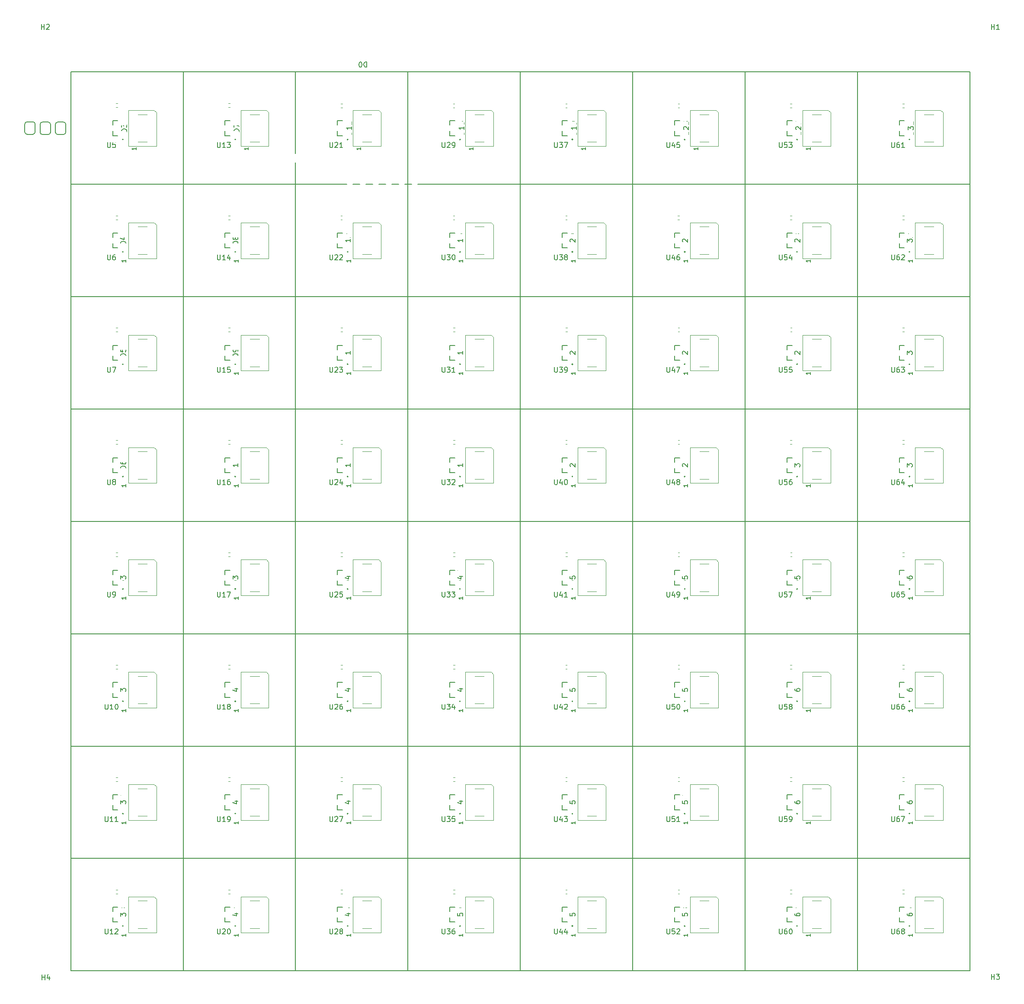
<source format=gbr>
%TF.GenerationSoftware,KiCad,Pcbnew,9.0.3*%
%TF.CreationDate,2025-09-25T17:41:31+02:00*%
%TF.ProjectId,SmartChessboard_PCB_V1,536d6172-7443-4686-9573-73626f617264,rev?*%
%TF.SameCoordinates,Original*%
%TF.FileFunction,Legend,Top*%
%TF.FilePolarity,Positive*%
%FSLAX46Y46*%
G04 Gerber Fmt 4.6, Leading zero omitted, Abs format (unit mm)*
G04 Created by KiCad (PCBNEW 9.0.3) date 2025-09-25 17:41:31*
%MOMM*%
%LPD*%
G01*
G04 APERTURE LIST*
%ADD10C,0.152400*%
%ADD11C,0.150000*%
%ADD12C,0.120000*%
%ADD13C,0.127000*%
%ADD14C,0.200000*%
G04 APERTURE END LIST*
D10*
X208000000Y-208000000D02*
X230000000Y-208000000D01*
X230000000Y-230000000D01*
X208000000Y-230000000D01*
X208000000Y-208000000D01*
X54000000Y-76000000D02*
X76000000Y-76000000D01*
X76000000Y-98000000D01*
X54000000Y-98000000D01*
X54000000Y-76000000D01*
X120000000Y-98000000D02*
X142000000Y-98000000D01*
X142000000Y-120000000D01*
X120000000Y-120000000D01*
X120000000Y-98000000D01*
X76000000Y-208000000D02*
X98000000Y-208000000D01*
X98000000Y-230000000D01*
X76000000Y-230000000D01*
X76000000Y-208000000D01*
X98000000Y-164000000D02*
X120000000Y-164000000D01*
X120000000Y-186000000D01*
X98000000Y-186000000D01*
X98000000Y-164000000D01*
X208000000Y-120000000D02*
X230000000Y-120000000D01*
X230000000Y-142000000D01*
X208000000Y-142000000D01*
X208000000Y-120000000D01*
X98000000Y-208000000D02*
X120000000Y-208000000D01*
X120000000Y-230000000D01*
X98000000Y-230000000D01*
X98000000Y-208000000D01*
X54000000Y-142000000D02*
X76000000Y-142000000D01*
X76000000Y-164000000D01*
X54000000Y-164000000D01*
X54000000Y-142000000D01*
X142000000Y-208000000D02*
X164000000Y-208000000D01*
X164000000Y-230000000D01*
X142000000Y-230000000D01*
X142000000Y-208000000D01*
X186000000Y-54000000D02*
X208000000Y-54000000D01*
X208000000Y-76000000D01*
X186000000Y-76000000D01*
X186000000Y-54000000D01*
X76000000Y-98000000D02*
X98000000Y-98000000D01*
X98000000Y-120000000D01*
X76000000Y-120000000D01*
X76000000Y-98000000D01*
X54000000Y-186000000D02*
X76000000Y-186000000D01*
X76000000Y-208000000D01*
X54000000Y-208000000D01*
X54000000Y-186000000D01*
X120000000Y-208000000D02*
X142000000Y-208000000D01*
X142000000Y-230000000D01*
X120000000Y-230000000D01*
X120000000Y-208000000D01*
X142000000Y-120000000D02*
X164000000Y-120000000D01*
X164000000Y-142000000D01*
X142000000Y-142000000D01*
X142000000Y-120000000D01*
X208000000Y-142000000D02*
X230000000Y-142000000D01*
X230000000Y-164000000D01*
X208000000Y-164000000D01*
X208000000Y-142000000D01*
X208000000Y-76000000D02*
X230000000Y-76000000D01*
X230000000Y-98000000D01*
X208000000Y-98000000D01*
X208000000Y-76000000D01*
X54000000Y-54000000D02*
X76000000Y-54000000D01*
X76000000Y-76000000D01*
X54000000Y-76000000D01*
X54000000Y-54000000D01*
X120000000Y-164000000D02*
X142000000Y-164000000D01*
X142000000Y-186000000D01*
X120000000Y-186000000D01*
X120000000Y-164000000D01*
X54000000Y-120000000D02*
X76000000Y-120000000D01*
X76000000Y-142000000D01*
X54000000Y-142000000D01*
X54000000Y-120000000D01*
X208000000Y-186000000D02*
X230000000Y-186000000D01*
X230000000Y-208000000D01*
X208000000Y-208000000D01*
X208000000Y-186000000D01*
X98000000Y-54000000D02*
X120000000Y-54000000D01*
X120000000Y-76000000D01*
X98000000Y-76000000D01*
X98000000Y-54000000D01*
X164000000Y-164000000D02*
X186000000Y-164000000D01*
X186000000Y-186000000D01*
X164000000Y-186000000D01*
X164000000Y-164000000D01*
X120000000Y-54000000D02*
X142000000Y-54000000D01*
X142000000Y-76000000D01*
X120000000Y-76000000D01*
X120000000Y-54000000D01*
X186000000Y-208000000D02*
X208000000Y-208000000D01*
X208000000Y-230000000D01*
X186000000Y-230000000D01*
X186000000Y-208000000D01*
X164000000Y-186000000D02*
X186000000Y-186000000D01*
X186000000Y-208000000D01*
X164000000Y-208000000D01*
X164000000Y-186000000D01*
X142000000Y-76000000D02*
X164000000Y-76000000D01*
X164000000Y-98000000D01*
X142000000Y-98000000D01*
X142000000Y-76000000D01*
X98000000Y-142000000D02*
X120000000Y-142000000D01*
X120000000Y-164000000D01*
X98000000Y-164000000D01*
X98000000Y-142000000D01*
X54000000Y-164000000D02*
X76000000Y-164000000D01*
X76000000Y-186000000D01*
X54000000Y-186000000D01*
X54000000Y-164000000D01*
X120000000Y-120000000D02*
X142000000Y-120000000D01*
X142000000Y-142000000D01*
X120000000Y-142000000D01*
X120000000Y-120000000D01*
X76000000Y-142000000D02*
X98000000Y-142000000D01*
X98000000Y-164000000D01*
X76000000Y-164000000D01*
X76000000Y-142000000D01*
X120000000Y-186000000D02*
X142000000Y-186000000D01*
X142000000Y-208000000D01*
X120000000Y-208000000D01*
X120000000Y-186000000D01*
X76000000Y-186000000D02*
X98000000Y-186000000D01*
X98000000Y-208000000D01*
X76000000Y-208000000D01*
X76000000Y-186000000D01*
X186000000Y-98000000D02*
X208000000Y-98000000D01*
X208000000Y-120000000D01*
X186000000Y-120000000D01*
X186000000Y-98000000D01*
X76000000Y-164000000D02*
X98000000Y-164000000D01*
X98000000Y-186000000D01*
X76000000Y-186000000D01*
X76000000Y-164000000D01*
X142000000Y-54000000D02*
X164000000Y-54000000D01*
X164000000Y-76000000D01*
X142000000Y-76000000D01*
X142000000Y-54000000D01*
X142000000Y-98000000D02*
X164000000Y-98000000D01*
X164000000Y-120000000D01*
X142000000Y-120000000D01*
X142000000Y-98000000D01*
X164000000Y-98000000D02*
X186000000Y-98000000D01*
X186000000Y-120000000D01*
X164000000Y-120000000D01*
X164000000Y-98000000D01*
X142000000Y-142000000D02*
X164000000Y-142000000D01*
X164000000Y-164000000D01*
X142000000Y-164000000D01*
X142000000Y-142000000D01*
X186000000Y-120000000D02*
X208000000Y-120000000D01*
X208000000Y-142000000D01*
X186000000Y-142000000D01*
X186000000Y-120000000D01*
X164000000Y-120000000D02*
X186000000Y-120000000D01*
X186000000Y-142000000D01*
X164000000Y-142000000D01*
X164000000Y-120000000D01*
X98000000Y-186000000D02*
X120000000Y-186000000D01*
X120000000Y-208000000D01*
X98000000Y-208000000D01*
X98000000Y-186000000D01*
X164000000Y-142000000D02*
X186000000Y-142000000D01*
X186000000Y-164000000D01*
X164000000Y-164000000D01*
X164000000Y-142000000D01*
X164000000Y-208000000D02*
X186000000Y-208000000D01*
X186000000Y-230000000D01*
X164000000Y-230000000D01*
X164000000Y-208000000D01*
X208000000Y-98000000D02*
X230000000Y-98000000D01*
X230000000Y-120000000D01*
X208000000Y-120000000D01*
X208000000Y-98000000D01*
X186000000Y-164000000D02*
X208000000Y-164000000D01*
X208000000Y-186000000D01*
X186000000Y-186000000D01*
X186000000Y-164000000D01*
X186000000Y-76000000D02*
X208000000Y-76000000D01*
X208000000Y-98000000D01*
X186000000Y-98000000D01*
X186000000Y-76000000D01*
X142000000Y-186000000D02*
X164000000Y-186000000D01*
X164000000Y-208000000D01*
X142000000Y-208000000D01*
X142000000Y-186000000D01*
X98000000Y-98000000D02*
X120000000Y-98000000D01*
X120000000Y-120000000D01*
X98000000Y-120000000D01*
X98000000Y-98000000D01*
X164000000Y-54000000D02*
X186000000Y-54000000D01*
X186000000Y-76000000D01*
X164000000Y-76000000D01*
X164000000Y-54000000D01*
X98000000Y-120000000D02*
X120000000Y-120000000D01*
X120000000Y-142000000D01*
X98000000Y-142000000D01*
X98000000Y-120000000D01*
X54000000Y-98000000D02*
X76000000Y-98000000D01*
X76000000Y-120000000D01*
X54000000Y-120000000D01*
X54000000Y-98000000D01*
X164000000Y-76000000D02*
X186000000Y-76000000D01*
X186000000Y-98000000D01*
X164000000Y-98000000D01*
X164000000Y-76000000D01*
X76000000Y-76000000D02*
X98000000Y-76000000D01*
X98000000Y-98000000D01*
X76000000Y-98000000D01*
X76000000Y-76000000D01*
X186000000Y-142000000D02*
X208000000Y-142000000D01*
X208000000Y-164000000D01*
X186000000Y-164000000D01*
X186000000Y-142000000D01*
X208000000Y-54000000D02*
X230000000Y-54000000D01*
X230000000Y-76000000D01*
X208000000Y-76000000D01*
X208000000Y-54000000D01*
X98000000Y-76000000D02*
X120000000Y-76000000D01*
X120000000Y-98000000D01*
X98000000Y-98000000D01*
X98000000Y-76000000D01*
X76000000Y-54000000D02*
X98000000Y-54000000D01*
X98000000Y-76000000D01*
X76000000Y-76000000D01*
X76000000Y-54000000D01*
X142000000Y-164000000D02*
X164000000Y-164000000D01*
X164000000Y-186000000D01*
X142000000Y-186000000D01*
X142000000Y-164000000D01*
X120000000Y-76000000D02*
X142000000Y-76000000D01*
X142000000Y-98000000D01*
X120000000Y-98000000D01*
X120000000Y-76000000D01*
X186000000Y-186000000D02*
X208000000Y-186000000D01*
X208000000Y-208000000D01*
X186000000Y-208000000D01*
X186000000Y-186000000D01*
X54000000Y-208000000D02*
X76000000Y-208000000D01*
X76000000Y-230000000D01*
X54000000Y-230000000D01*
X54000000Y-208000000D01*
X120000000Y-142000000D02*
X142000000Y-142000000D01*
X142000000Y-164000000D01*
X120000000Y-164000000D01*
X120000000Y-142000000D01*
X208000000Y-164000000D02*
X230000000Y-164000000D01*
X230000000Y-186000000D01*
X208000000Y-186000000D01*
X208000000Y-164000000D01*
X76000000Y-120000000D02*
X98000000Y-120000000D01*
X98000000Y-142000000D01*
X76000000Y-142000000D01*
X76000000Y-120000000D01*
D11*
X61173095Y-67789819D02*
X61173095Y-68599342D01*
X61173095Y-68599342D02*
X61220714Y-68694580D01*
X61220714Y-68694580D02*
X61268333Y-68742200D01*
X61268333Y-68742200D02*
X61363571Y-68789819D01*
X61363571Y-68789819D02*
X61554047Y-68789819D01*
X61554047Y-68789819D02*
X61649285Y-68742200D01*
X61649285Y-68742200D02*
X61696904Y-68694580D01*
X61696904Y-68694580D02*
X61744523Y-68599342D01*
X61744523Y-68599342D02*
X61744523Y-67789819D01*
X62696904Y-67789819D02*
X62220714Y-67789819D01*
X62220714Y-67789819D02*
X62173095Y-68266009D01*
X62173095Y-68266009D02*
X62220714Y-68218390D01*
X62220714Y-68218390D02*
X62315952Y-68170771D01*
X62315952Y-68170771D02*
X62554047Y-68170771D01*
X62554047Y-68170771D02*
X62649285Y-68218390D01*
X62649285Y-68218390D02*
X62696904Y-68266009D01*
X62696904Y-68266009D02*
X62744523Y-68361247D01*
X62744523Y-68361247D02*
X62744523Y-68599342D01*
X62744523Y-68599342D02*
X62696904Y-68694580D01*
X62696904Y-68694580D02*
X62649285Y-68742200D01*
X62649285Y-68742200D02*
X62554047Y-68789819D01*
X62554047Y-68789819D02*
X62315952Y-68789819D01*
X62315952Y-68789819D02*
X62220714Y-68742200D01*
X62220714Y-68742200D02*
X62173095Y-68694580D01*
X214696905Y-221789819D02*
X214696905Y-222599342D01*
X214696905Y-222599342D02*
X214744524Y-222694580D01*
X214744524Y-222694580D02*
X214792143Y-222742200D01*
X214792143Y-222742200D02*
X214887381Y-222789819D01*
X214887381Y-222789819D02*
X215077857Y-222789819D01*
X215077857Y-222789819D02*
X215173095Y-222742200D01*
X215173095Y-222742200D02*
X215220714Y-222694580D01*
X215220714Y-222694580D02*
X215268333Y-222599342D01*
X215268333Y-222599342D02*
X215268333Y-221789819D01*
X216173095Y-221789819D02*
X215982619Y-221789819D01*
X215982619Y-221789819D02*
X215887381Y-221837438D01*
X215887381Y-221837438D02*
X215839762Y-221885057D01*
X215839762Y-221885057D02*
X215744524Y-222027914D01*
X215744524Y-222027914D02*
X215696905Y-222218390D01*
X215696905Y-222218390D02*
X215696905Y-222599342D01*
X215696905Y-222599342D02*
X215744524Y-222694580D01*
X215744524Y-222694580D02*
X215792143Y-222742200D01*
X215792143Y-222742200D02*
X215887381Y-222789819D01*
X215887381Y-222789819D02*
X216077857Y-222789819D01*
X216077857Y-222789819D02*
X216173095Y-222742200D01*
X216173095Y-222742200D02*
X216220714Y-222694580D01*
X216220714Y-222694580D02*
X216268333Y-222599342D01*
X216268333Y-222599342D02*
X216268333Y-222361247D01*
X216268333Y-222361247D02*
X216220714Y-222266009D01*
X216220714Y-222266009D02*
X216173095Y-222218390D01*
X216173095Y-222218390D02*
X216077857Y-222170771D01*
X216077857Y-222170771D02*
X215887381Y-222170771D01*
X215887381Y-222170771D02*
X215792143Y-222218390D01*
X215792143Y-222218390D02*
X215744524Y-222266009D01*
X215744524Y-222266009D02*
X215696905Y-222361247D01*
X216839762Y-222218390D02*
X216744524Y-222170771D01*
X216744524Y-222170771D02*
X216696905Y-222123152D01*
X216696905Y-222123152D02*
X216649286Y-222027914D01*
X216649286Y-222027914D02*
X216649286Y-221980295D01*
X216649286Y-221980295D02*
X216696905Y-221885057D01*
X216696905Y-221885057D02*
X216744524Y-221837438D01*
X216744524Y-221837438D02*
X216839762Y-221789819D01*
X216839762Y-221789819D02*
X217030238Y-221789819D01*
X217030238Y-221789819D02*
X217125476Y-221837438D01*
X217125476Y-221837438D02*
X217173095Y-221885057D01*
X217173095Y-221885057D02*
X217220714Y-221980295D01*
X217220714Y-221980295D02*
X217220714Y-222027914D01*
X217220714Y-222027914D02*
X217173095Y-222123152D01*
X217173095Y-222123152D02*
X217125476Y-222170771D01*
X217125476Y-222170771D02*
X217030238Y-222218390D01*
X217030238Y-222218390D02*
X216839762Y-222218390D01*
X216839762Y-222218390D02*
X216744524Y-222266009D01*
X216744524Y-222266009D02*
X216696905Y-222313628D01*
X216696905Y-222313628D02*
X216649286Y-222408866D01*
X216649286Y-222408866D02*
X216649286Y-222599342D01*
X216649286Y-222599342D02*
X216696905Y-222694580D01*
X216696905Y-222694580D02*
X216744524Y-222742200D01*
X216744524Y-222742200D02*
X216839762Y-222789819D01*
X216839762Y-222789819D02*
X217030238Y-222789819D01*
X217030238Y-222789819D02*
X217125476Y-222742200D01*
X217125476Y-222742200D02*
X217173095Y-222694580D01*
X217173095Y-222694580D02*
X217220714Y-222599342D01*
X217220714Y-222599342D02*
X217220714Y-222408866D01*
X217220714Y-222408866D02*
X217173095Y-222313628D01*
X217173095Y-222313628D02*
X217125476Y-222266009D01*
X217125476Y-222266009D02*
X217030238Y-222218390D01*
X174954819Y-66214285D02*
X173954819Y-66214285D01*
X173954819Y-66214285D02*
X173954819Y-65976190D01*
X173954819Y-65976190D02*
X174002438Y-65833333D01*
X174002438Y-65833333D02*
X174097676Y-65738095D01*
X174097676Y-65738095D02*
X174192914Y-65690476D01*
X174192914Y-65690476D02*
X174383390Y-65642857D01*
X174383390Y-65642857D02*
X174526247Y-65642857D01*
X174526247Y-65642857D02*
X174716723Y-65690476D01*
X174716723Y-65690476D02*
X174811961Y-65738095D01*
X174811961Y-65738095D02*
X174907200Y-65833333D01*
X174907200Y-65833333D02*
X174954819Y-65976190D01*
X174954819Y-65976190D02*
X174954819Y-66214285D01*
X174050057Y-65261904D02*
X174002438Y-65214285D01*
X174002438Y-65214285D02*
X173954819Y-65119047D01*
X173954819Y-65119047D02*
X173954819Y-64880952D01*
X173954819Y-64880952D02*
X174002438Y-64785714D01*
X174002438Y-64785714D02*
X174050057Y-64738095D01*
X174050057Y-64738095D02*
X174145295Y-64690476D01*
X174145295Y-64690476D02*
X174240533Y-64690476D01*
X174240533Y-64690476D02*
X174383390Y-64738095D01*
X174383390Y-64738095D02*
X174954819Y-65309523D01*
X174954819Y-65309523D02*
X174954819Y-64690476D01*
X173954819Y-64357142D02*
X173954819Y-63738095D01*
X173954819Y-63738095D02*
X174335771Y-64071428D01*
X174335771Y-64071428D02*
X174335771Y-63928571D01*
X174335771Y-63928571D02*
X174383390Y-63833333D01*
X174383390Y-63833333D02*
X174431009Y-63785714D01*
X174431009Y-63785714D02*
X174526247Y-63738095D01*
X174526247Y-63738095D02*
X174764342Y-63738095D01*
X174764342Y-63738095D02*
X174859580Y-63785714D01*
X174859580Y-63785714D02*
X174907200Y-63833333D01*
X174907200Y-63833333D02*
X174954819Y-63928571D01*
X174954819Y-63928571D02*
X174954819Y-64214285D01*
X174954819Y-64214285D02*
X174907200Y-64309523D01*
X174907200Y-64309523D02*
X174859580Y-64357142D01*
X176762295Y-68771428D02*
X176762295Y-69228571D01*
X176762295Y-68999999D02*
X175962295Y-68999999D01*
X175962295Y-68999999D02*
X176076580Y-69076190D01*
X176076580Y-69076190D02*
X176152771Y-69152380D01*
X176152771Y-69152380D02*
X176190866Y-69228571D01*
X82696905Y-199789819D02*
X82696905Y-200599342D01*
X82696905Y-200599342D02*
X82744524Y-200694580D01*
X82744524Y-200694580D02*
X82792143Y-200742200D01*
X82792143Y-200742200D02*
X82887381Y-200789819D01*
X82887381Y-200789819D02*
X83077857Y-200789819D01*
X83077857Y-200789819D02*
X83173095Y-200742200D01*
X83173095Y-200742200D02*
X83220714Y-200694580D01*
X83220714Y-200694580D02*
X83268333Y-200599342D01*
X83268333Y-200599342D02*
X83268333Y-199789819D01*
X84268333Y-200789819D02*
X83696905Y-200789819D01*
X83982619Y-200789819D02*
X83982619Y-199789819D01*
X83982619Y-199789819D02*
X83887381Y-199932676D01*
X83887381Y-199932676D02*
X83792143Y-200027914D01*
X83792143Y-200027914D02*
X83696905Y-200075533D01*
X84744524Y-200789819D02*
X84935000Y-200789819D01*
X84935000Y-200789819D02*
X85030238Y-200742200D01*
X85030238Y-200742200D02*
X85077857Y-200694580D01*
X85077857Y-200694580D02*
X85173095Y-200551723D01*
X85173095Y-200551723D02*
X85220714Y-200361247D01*
X85220714Y-200361247D02*
X85220714Y-199980295D01*
X85220714Y-199980295D02*
X85173095Y-199885057D01*
X85173095Y-199885057D02*
X85125476Y-199837438D01*
X85125476Y-199837438D02*
X85030238Y-199789819D01*
X85030238Y-199789819D02*
X84839762Y-199789819D01*
X84839762Y-199789819D02*
X84744524Y-199837438D01*
X84744524Y-199837438D02*
X84696905Y-199885057D01*
X84696905Y-199885057D02*
X84649286Y-199980295D01*
X84649286Y-199980295D02*
X84649286Y-200218390D01*
X84649286Y-200218390D02*
X84696905Y-200313628D01*
X84696905Y-200313628D02*
X84744524Y-200361247D01*
X84744524Y-200361247D02*
X84839762Y-200408866D01*
X84839762Y-200408866D02*
X85030238Y-200408866D01*
X85030238Y-200408866D02*
X85125476Y-200361247D01*
X85125476Y-200361247D02*
X85173095Y-200313628D01*
X85173095Y-200313628D02*
X85220714Y-200218390D01*
X64741569Y-154214285D02*
X63741569Y-154214285D01*
X63741569Y-154214285D02*
X63741569Y-153976190D01*
X63741569Y-153976190D02*
X63789188Y-153833333D01*
X63789188Y-153833333D02*
X63884426Y-153738095D01*
X63884426Y-153738095D02*
X63979664Y-153690476D01*
X63979664Y-153690476D02*
X64170140Y-153642857D01*
X64170140Y-153642857D02*
X64312997Y-153642857D01*
X64312997Y-153642857D02*
X64503473Y-153690476D01*
X64503473Y-153690476D02*
X64598711Y-153738095D01*
X64598711Y-153738095D02*
X64693950Y-153833333D01*
X64693950Y-153833333D02*
X64741569Y-153976190D01*
X64741569Y-153976190D02*
X64741569Y-154214285D01*
X63741569Y-153309523D02*
X63741569Y-152690476D01*
X63741569Y-152690476D02*
X64122521Y-153023809D01*
X64122521Y-153023809D02*
X64122521Y-152880952D01*
X64122521Y-152880952D02*
X64170140Y-152785714D01*
X64170140Y-152785714D02*
X64217759Y-152738095D01*
X64217759Y-152738095D02*
X64312997Y-152690476D01*
X64312997Y-152690476D02*
X64551092Y-152690476D01*
X64551092Y-152690476D02*
X64646330Y-152738095D01*
X64646330Y-152738095D02*
X64693950Y-152785714D01*
X64693950Y-152785714D02*
X64741569Y-152880952D01*
X64741569Y-152880952D02*
X64741569Y-153166666D01*
X64741569Y-153166666D02*
X64693950Y-153261904D01*
X64693950Y-153261904D02*
X64646330Y-153309523D01*
X63741569Y-151785714D02*
X63741569Y-152261904D01*
X63741569Y-152261904D02*
X64217759Y-152309523D01*
X64217759Y-152309523D02*
X64170140Y-152261904D01*
X64170140Y-152261904D02*
X64122521Y-152166666D01*
X64122521Y-152166666D02*
X64122521Y-151928571D01*
X64122521Y-151928571D02*
X64170140Y-151833333D01*
X64170140Y-151833333D02*
X64217759Y-151785714D01*
X64217759Y-151785714D02*
X64312997Y-151738095D01*
X64312997Y-151738095D02*
X64551092Y-151738095D01*
X64551092Y-151738095D02*
X64646330Y-151785714D01*
X64646330Y-151785714D02*
X64693950Y-151833333D01*
X64693950Y-151833333D02*
X64741569Y-151928571D01*
X64741569Y-151928571D02*
X64741569Y-152166666D01*
X64741569Y-152166666D02*
X64693950Y-152261904D01*
X64693950Y-152261904D02*
X64646330Y-152309523D01*
X64766045Y-156771428D02*
X64766045Y-157228571D01*
X64766045Y-156999999D02*
X63966045Y-156999999D01*
X63966045Y-156999999D02*
X64080330Y-157076190D01*
X64080330Y-157076190D02*
X64156521Y-157152380D01*
X64156521Y-157152380D02*
X64194616Y-157228571D01*
X48238095Y-45654819D02*
X48238095Y-44654819D01*
X48238095Y-45131009D02*
X48809523Y-45131009D01*
X48809523Y-45654819D02*
X48809523Y-44654819D01*
X49238095Y-44750057D02*
X49285714Y-44702438D01*
X49285714Y-44702438D02*
X49380952Y-44654819D01*
X49380952Y-44654819D02*
X49619047Y-44654819D01*
X49619047Y-44654819D02*
X49714285Y-44702438D01*
X49714285Y-44702438D02*
X49761904Y-44750057D01*
X49761904Y-44750057D02*
X49809523Y-44845295D01*
X49809523Y-44845295D02*
X49809523Y-44940533D01*
X49809523Y-44940533D02*
X49761904Y-45083390D01*
X49761904Y-45083390D02*
X49190476Y-45654819D01*
X49190476Y-45654819D02*
X49809523Y-45654819D01*
X218741569Y-198214285D02*
X217741569Y-198214285D01*
X217741569Y-198214285D02*
X217741569Y-197976190D01*
X217741569Y-197976190D02*
X217789188Y-197833333D01*
X217789188Y-197833333D02*
X217884426Y-197738095D01*
X217884426Y-197738095D02*
X217979664Y-197690476D01*
X217979664Y-197690476D02*
X218170140Y-197642857D01*
X218170140Y-197642857D02*
X218312997Y-197642857D01*
X218312997Y-197642857D02*
X218503473Y-197690476D01*
X218503473Y-197690476D02*
X218598711Y-197738095D01*
X218598711Y-197738095D02*
X218693950Y-197833333D01*
X218693950Y-197833333D02*
X218741569Y-197976190D01*
X218741569Y-197976190D02*
X218741569Y-198214285D01*
X217741569Y-196785714D02*
X217741569Y-196976190D01*
X217741569Y-196976190D02*
X217789188Y-197071428D01*
X217789188Y-197071428D02*
X217836807Y-197119047D01*
X217836807Y-197119047D02*
X217979664Y-197214285D01*
X217979664Y-197214285D02*
X218170140Y-197261904D01*
X218170140Y-197261904D02*
X218551092Y-197261904D01*
X218551092Y-197261904D02*
X218646330Y-197214285D01*
X218646330Y-197214285D02*
X218693950Y-197166666D01*
X218693950Y-197166666D02*
X218741569Y-197071428D01*
X218741569Y-197071428D02*
X218741569Y-196880952D01*
X218741569Y-196880952D02*
X218693950Y-196785714D01*
X218693950Y-196785714D02*
X218646330Y-196738095D01*
X218646330Y-196738095D02*
X218551092Y-196690476D01*
X218551092Y-196690476D02*
X218312997Y-196690476D01*
X218312997Y-196690476D02*
X218217759Y-196738095D01*
X218217759Y-196738095D02*
X218170140Y-196785714D01*
X218170140Y-196785714D02*
X218122521Y-196880952D01*
X218122521Y-196880952D02*
X218122521Y-197071428D01*
X218122521Y-197071428D02*
X218170140Y-197166666D01*
X218170140Y-197166666D02*
X218217759Y-197214285D01*
X218217759Y-197214285D02*
X218312997Y-197261904D01*
X217741569Y-195785714D02*
X217741569Y-196261904D01*
X217741569Y-196261904D02*
X218217759Y-196309523D01*
X218217759Y-196309523D02*
X218170140Y-196261904D01*
X218170140Y-196261904D02*
X218122521Y-196166666D01*
X218122521Y-196166666D02*
X218122521Y-195928571D01*
X218122521Y-195928571D02*
X218170140Y-195833333D01*
X218170140Y-195833333D02*
X218217759Y-195785714D01*
X218217759Y-195785714D02*
X218312997Y-195738095D01*
X218312997Y-195738095D02*
X218551092Y-195738095D01*
X218551092Y-195738095D02*
X218646330Y-195785714D01*
X218646330Y-195785714D02*
X218693950Y-195833333D01*
X218693950Y-195833333D02*
X218741569Y-195928571D01*
X218741569Y-195928571D02*
X218741569Y-196166666D01*
X218741569Y-196166666D02*
X218693950Y-196261904D01*
X218693950Y-196261904D02*
X218646330Y-196309523D01*
X218766045Y-200771428D02*
X218766045Y-201228571D01*
X218766045Y-200999999D02*
X217966045Y-200999999D01*
X217966045Y-200999999D02*
X218080330Y-201076190D01*
X218080330Y-201076190D02*
X218156521Y-201152380D01*
X218156521Y-201152380D02*
X218194616Y-201228571D01*
X126696905Y-155789819D02*
X126696905Y-156599342D01*
X126696905Y-156599342D02*
X126744524Y-156694580D01*
X126744524Y-156694580D02*
X126792143Y-156742200D01*
X126792143Y-156742200D02*
X126887381Y-156789819D01*
X126887381Y-156789819D02*
X127077857Y-156789819D01*
X127077857Y-156789819D02*
X127173095Y-156742200D01*
X127173095Y-156742200D02*
X127220714Y-156694580D01*
X127220714Y-156694580D02*
X127268333Y-156599342D01*
X127268333Y-156599342D02*
X127268333Y-155789819D01*
X127649286Y-155789819D02*
X128268333Y-155789819D01*
X128268333Y-155789819D02*
X127935000Y-156170771D01*
X127935000Y-156170771D02*
X128077857Y-156170771D01*
X128077857Y-156170771D02*
X128173095Y-156218390D01*
X128173095Y-156218390D02*
X128220714Y-156266009D01*
X128220714Y-156266009D02*
X128268333Y-156361247D01*
X128268333Y-156361247D02*
X128268333Y-156599342D01*
X128268333Y-156599342D02*
X128220714Y-156694580D01*
X128220714Y-156694580D02*
X128173095Y-156742200D01*
X128173095Y-156742200D02*
X128077857Y-156789819D01*
X128077857Y-156789819D02*
X127792143Y-156789819D01*
X127792143Y-156789819D02*
X127696905Y-156742200D01*
X127696905Y-156742200D02*
X127649286Y-156694580D01*
X128601667Y-155789819D02*
X129220714Y-155789819D01*
X129220714Y-155789819D02*
X128887381Y-156170771D01*
X128887381Y-156170771D02*
X129030238Y-156170771D01*
X129030238Y-156170771D02*
X129125476Y-156218390D01*
X129125476Y-156218390D02*
X129173095Y-156266009D01*
X129173095Y-156266009D02*
X129220714Y-156361247D01*
X129220714Y-156361247D02*
X129220714Y-156599342D01*
X129220714Y-156599342D02*
X129173095Y-156694580D01*
X129173095Y-156694580D02*
X129125476Y-156742200D01*
X129125476Y-156742200D02*
X129030238Y-156789819D01*
X129030238Y-156789819D02*
X128744524Y-156789819D01*
X128744524Y-156789819D02*
X128649286Y-156742200D01*
X128649286Y-156742200D02*
X128601667Y-156694580D01*
X214696905Y-155789819D02*
X214696905Y-156599342D01*
X214696905Y-156599342D02*
X214744524Y-156694580D01*
X214744524Y-156694580D02*
X214792143Y-156742200D01*
X214792143Y-156742200D02*
X214887381Y-156789819D01*
X214887381Y-156789819D02*
X215077857Y-156789819D01*
X215077857Y-156789819D02*
X215173095Y-156742200D01*
X215173095Y-156742200D02*
X215220714Y-156694580D01*
X215220714Y-156694580D02*
X215268333Y-156599342D01*
X215268333Y-156599342D02*
X215268333Y-155789819D01*
X216173095Y-155789819D02*
X215982619Y-155789819D01*
X215982619Y-155789819D02*
X215887381Y-155837438D01*
X215887381Y-155837438D02*
X215839762Y-155885057D01*
X215839762Y-155885057D02*
X215744524Y-156027914D01*
X215744524Y-156027914D02*
X215696905Y-156218390D01*
X215696905Y-156218390D02*
X215696905Y-156599342D01*
X215696905Y-156599342D02*
X215744524Y-156694580D01*
X215744524Y-156694580D02*
X215792143Y-156742200D01*
X215792143Y-156742200D02*
X215887381Y-156789819D01*
X215887381Y-156789819D02*
X216077857Y-156789819D01*
X216077857Y-156789819D02*
X216173095Y-156742200D01*
X216173095Y-156742200D02*
X216220714Y-156694580D01*
X216220714Y-156694580D02*
X216268333Y-156599342D01*
X216268333Y-156599342D02*
X216268333Y-156361247D01*
X216268333Y-156361247D02*
X216220714Y-156266009D01*
X216220714Y-156266009D02*
X216173095Y-156218390D01*
X216173095Y-156218390D02*
X216077857Y-156170771D01*
X216077857Y-156170771D02*
X215887381Y-156170771D01*
X215887381Y-156170771D02*
X215792143Y-156218390D01*
X215792143Y-156218390D02*
X215744524Y-156266009D01*
X215744524Y-156266009D02*
X215696905Y-156361247D01*
X217173095Y-155789819D02*
X216696905Y-155789819D01*
X216696905Y-155789819D02*
X216649286Y-156266009D01*
X216649286Y-156266009D02*
X216696905Y-156218390D01*
X216696905Y-156218390D02*
X216792143Y-156170771D01*
X216792143Y-156170771D02*
X217030238Y-156170771D01*
X217030238Y-156170771D02*
X217125476Y-156218390D01*
X217125476Y-156218390D02*
X217173095Y-156266009D01*
X217173095Y-156266009D02*
X217220714Y-156361247D01*
X217220714Y-156361247D02*
X217220714Y-156599342D01*
X217220714Y-156599342D02*
X217173095Y-156694580D01*
X217173095Y-156694580D02*
X217125476Y-156742200D01*
X217125476Y-156742200D02*
X217030238Y-156789819D01*
X217030238Y-156789819D02*
X216792143Y-156789819D01*
X216792143Y-156789819D02*
X216696905Y-156742200D01*
X216696905Y-156742200D02*
X216649286Y-156694580D01*
X82696905Y-111789819D02*
X82696905Y-112599342D01*
X82696905Y-112599342D02*
X82744524Y-112694580D01*
X82744524Y-112694580D02*
X82792143Y-112742200D01*
X82792143Y-112742200D02*
X82887381Y-112789819D01*
X82887381Y-112789819D02*
X83077857Y-112789819D01*
X83077857Y-112789819D02*
X83173095Y-112742200D01*
X83173095Y-112742200D02*
X83220714Y-112694580D01*
X83220714Y-112694580D02*
X83268333Y-112599342D01*
X83268333Y-112599342D02*
X83268333Y-111789819D01*
X84268333Y-112789819D02*
X83696905Y-112789819D01*
X83982619Y-112789819D02*
X83982619Y-111789819D01*
X83982619Y-111789819D02*
X83887381Y-111932676D01*
X83887381Y-111932676D02*
X83792143Y-112027914D01*
X83792143Y-112027914D02*
X83696905Y-112075533D01*
X85173095Y-111789819D02*
X84696905Y-111789819D01*
X84696905Y-111789819D02*
X84649286Y-112266009D01*
X84649286Y-112266009D02*
X84696905Y-112218390D01*
X84696905Y-112218390D02*
X84792143Y-112170771D01*
X84792143Y-112170771D02*
X85030238Y-112170771D01*
X85030238Y-112170771D02*
X85125476Y-112218390D01*
X85125476Y-112218390D02*
X85173095Y-112266009D01*
X85173095Y-112266009D02*
X85220714Y-112361247D01*
X85220714Y-112361247D02*
X85220714Y-112599342D01*
X85220714Y-112599342D02*
X85173095Y-112694580D01*
X85173095Y-112694580D02*
X85125476Y-112742200D01*
X85125476Y-112742200D02*
X85030238Y-112789819D01*
X85030238Y-112789819D02*
X84792143Y-112789819D01*
X84792143Y-112789819D02*
X84696905Y-112742200D01*
X84696905Y-112742200D02*
X84649286Y-112694580D01*
X82696905Y-89789819D02*
X82696905Y-90599342D01*
X82696905Y-90599342D02*
X82744524Y-90694580D01*
X82744524Y-90694580D02*
X82792143Y-90742200D01*
X82792143Y-90742200D02*
X82887381Y-90789819D01*
X82887381Y-90789819D02*
X83077857Y-90789819D01*
X83077857Y-90789819D02*
X83173095Y-90742200D01*
X83173095Y-90742200D02*
X83220714Y-90694580D01*
X83220714Y-90694580D02*
X83268333Y-90599342D01*
X83268333Y-90599342D02*
X83268333Y-89789819D01*
X84268333Y-90789819D02*
X83696905Y-90789819D01*
X83982619Y-90789819D02*
X83982619Y-89789819D01*
X83982619Y-89789819D02*
X83887381Y-89932676D01*
X83887381Y-89932676D02*
X83792143Y-90027914D01*
X83792143Y-90027914D02*
X83696905Y-90075533D01*
X85125476Y-90123152D02*
X85125476Y-90789819D01*
X84887381Y-89742200D02*
X84649286Y-90456485D01*
X84649286Y-90456485D02*
X85268333Y-90456485D01*
X130741569Y-220214285D02*
X129741569Y-220214285D01*
X129741569Y-220214285D02*
X129741569Y-219976190D01*
X129741569Y-219976190D02*
X129789188Y-219833333D01*
X129789188Y-219833333D02*
X129884426Y-219738095D01*
X129884426Y-219738095D02*
X129979664Y-219690476D01*
X129979664Y-219690476D02*
X130170140Y-219642857D01*
X130170140Y-219642857D02*
X130312997Y-219642857D01*
X130312997Y-219642857D02*
X130503473Y-219690476D01*
X130503473Y-219690476D02*
X130598711Y-219738095D01*
X130598711Y-219738095D02*
X130693950Y-219833333D01*
X130693950Y-219833333D02*
X130741569Y-219976190D01*
X130741569Y-219976190D02*
X130741569Y-220214285D01*
X129741569Y-218738095D02*
X129741569Y-219214285D01*
X129741569Y-219214285D02*
X130217759Y-219261904D01*
X130217759Y-219261904D02*
X130170140Y-219214285D01*
X130170140Y-219214285D02*
X130122521Y-219119047D01*
X130122521Y-219119047D02*
X130122521Y-218880952D01*
X130122521Y-218880952D02*
X130170140Y-218785714D01*
X130170140Y-218785714D02*
X130217759Y-218738095D01*
X130217759Y-218738095D02*
X130312997Y-218690476D01*
X130312997Y-218690476D02*
X130551092Y-218690476D01*
X130551092Y-218690476D02*
X130646330Y-218738095D01*
X130646330Y-218738095D02*
X130693950Y-218785714D01*
X130693950Y-218785714D02*
X130741569Y-218880952D01*
X130741569Y-218880952D02*
X130741569Y-219119047D01*
X130741569Y-219119047D02*
X130693950Y-219214285D01*
X130693950Y-219214285D02*
X130646330Y-219261904D01*
X129741569Y-218071428D02*
X129741569Y-217976190D01*
X129741569Y-217976190D02*
X129789188Y-217880952D01*
X129789188Y-217880952D02*
X129836807Y-217833333D01*
X129836807Y-217833333D02*
X129932045Y-217785714D01*
X129932045Y-217785714D02*
X130122521Y-217738095D01*
X130122521Y-217738095D02*
X130360616Y-217738095D01*
X130360616Y-217738095D02*
X130551092Y-217785714D01*
X130551092Y-217785714D02*
X130646330Y-217833333D01*
X130646330Y-217833333D02*
X130693950Y-217880952D01*
X130693950Y-217880952D02*
X130741569Y-217976190D01*
X130741569Y-217976190D02*
X130741569Y-218071428D01*
X130741569Y-218071428D02*
X130693950Y-218166666D01*
X130693950Y-218166666D02*
X130646330Y-218214285D01*
X130646330Y-218214285D02*
X130551092Y-218261904D01*
X130551092Y-218261904D02*
X130360616Y-218309523D01*
X130360616Y-218309523D02*
X130122521Y-218309523D01*
X130122521Y-218309523D02*
X129932045Y-218261904D01*
X129932045Y-218261904D02*
X129836807Y-218214285D01*
X129836807Y-218214285D02*
X129789188Y-218166666D01*
X129789188Y-218166666D02*
X129741569Y-218071428D01*
X130766045Y-222771428D02*
X130766045Y-223228571D01*
X130766045Y-222999999D02*
X129966045Y-222999999D01*
X129966045Y-222999999D02*
X130080330Y-223076190D01*
X130080330Y-223076190D02*
X130156521Y-223152380D01*
X130156521Y-223152380D02*
X130194616Y-223228571D01*
X170696905Y-155789819D02*
X170696905Y-156599342D01*
X170696905Y-156599342D02*
X170744524Y-156694580D01*
X170744524Y-156694580D02*
X170792143Y-156742200D01*
X170792143Y-156742200D02*
X170887381Y-156789819D01*
X170887381Y-156789819D02*
X171077857Y-156789819D01*
X171077857Y-156789819D02*
X171173095Y-156742200D01*
X171173095Y-156742200D02*
X171220714Y-156694580D01*
X171220714Y-156694580D02*
X171268333Y-156599342D01*
X171268333Y-156599342D02*
X171268333Y-155789819D01*
X172173095Y-156123152D02*
X172173095Y-156789819D01*
X171935000Y-155742200D02*
X171696905Y-156456485D01*
X171696905Y-156456485D02*
X172315952Y-156456485D01*
X172744524Y-156789819D02*
X172935000Y-156789819D01*
X172935000Y-156789819D02*
X173030238Y-156742200D01*
X173030238Y-156742200D02*
X173077857Y-156694580D01*
X173077857Y-156694580D02*
X173173095Y-156551723D01*
X173173095Y-156551723D02*
X173220714Y-156361247D01*
X173220714Y-156361247D02*
X173220714Y-155980295D01*
X173220714Y-155980295D02*
X173173095Y-155885057D01*
X173173095Y-155885057D02*
X173125476Y-155837438D01*
X173125476Y-155837438D02*
X173030238Y-155789819D01*
X173030238Y-155789819D02*
X172839762Y-155789819D01*
X172839762Y-155789819D02*
X172744524Y-155837438D01*
X172744524Y-155837438D02*
X172696905Y-155885057D01*
X172696905Y-155885057D02*
X172649286Y-155980295D01*
X172649286Y-155980295D02*
X172649286Y-156218390D01*
X172649286Y-156218390D02*
X172696905Y-156313628D01*
X172696905Y-156313628D02*
X172744524Y-156361247D01*
X172744524Y-156361247D02*
X172839762Y-156408866D01*
X172839762Y-156408866D02*
X173030238Y-156408866D01*
X173030238Y-156408866D02*
X173125476Y-156361247D01*
X173125476Y-156361247D02*
X173173095Y-156313628D01*
X173173095Y-156313628D02*
X173220714Y-156218390D01*
X86741569Y-154214285D02*
X85741569Y-154214285D01*
X85741569Y-154214285D02*
X85741569Y-153976190D01*
X85741569Y-153976190D02*
X85789188Y-153833333D01*
X85789188Y-153833333D02*
X85884426Y-153738095D01*
X85884426Y-153738095D02*
X85979664Y-153690476D01*
X85979664Y-153690476D02*
X86170140Y-153642857D01*
X86170140Y-153642857D02*
X86312997Y-153642857D01*
X86312997Y-153642857D02*
X86503473Y-153690476D01*
X86503473Y-153690476D02*
X86598711Y-153738095D01*
X86598711Y-153738095D02*
X86693950Y-153833333D01*
X86693950Y-153833333D02*
X86741569Y-153976190D01*
X86741569Y-153976190D02*
X86741569Y-154214285D01*
X85741569Y-153309523D02*
X85741569Y-152690476D01*
X85741569Y-152690476D02*
X86122521Y-153023809D01*
X86122521Y-153023809D02*
X86122521Y-152880952D01*
X86122521Y-152880952D02*
X86170140Y-152785714D01*
X86170140Y-152785714D02*
X86217759Y-152738095D01*
X86217759Y-152738095D02*
X86312997Y-152690476D01*
X86312997Y-152690476D02*
X86551092Y-152690476D01*
X86551092Y-152690476D02*
X86646330Y-152738095D01*
X86646330Y-152738095D02*
X86693950Y-152785714D01*
X86693950Y-152785714D02*
X86741569Y-152880952D01*
X86741569Y-152880952D02*
X86741569Y-153166666D01*
X86741569Y-153166666D02*
X86693950Y-153261904D01*
X86693950Y-153261904D02*
X86646330Y-153309523D01*
X86741569Y-152214285D02*
X86741569Y-152023809D01*
X86741569Y-152023809D02*
X86693950Y-151928571D01*
X86693950Y-151928571D02*
X86646330Y-151880952D01*
X86646330Y-151880952D02*
X86503473Y-151785714D01*
X86503473Y-151785714D02*
X86312997Y-151738095D01*
X86312997Y-151738095D02*
X85932045Y-151738095D01*
X85932045Y-151738095D02*
X85836807Y-151785714D01*
X85836807Y-151785714D02*
X85789188Y-151833333D01*
X85789188Y-151833333D02*
X85741569Y-151928571D01*
X85741569Y-151928571D02*
X85741569Y-152119047D01*
X85741569Y-152119047D02*
X85789188Y-152214285D01*
X85789188Y-152214285D02*
X85836807Y-152261904D01*
X85836807Y-152261904D02*
X85932045Y-152309523D01*
X85932045Y-152309523D02*
X86170140Y-152309523D01*
X86170140Y-152309523D02*
X86265378Y-152261904D01*
X86265378Y-152261904D02*
X86312997Y-152214285D01*
X86312997Y-152214285D02*
X86360616Y-152119047D01*
X86360616Y-152119047D02*
X86360616Y-151928571D01*
X86360616Y-151928571D02*
X86312997Y-151833333D01*
X86312997Y-151833333D02*
X86265378Y-151785714D01*
X86265378Y-151785714D02*
X86170140Y-151738095D01*
X86766045Y-156771428D02*
X86766045Y-157228571D01*
X86766045Y-156999999D02*
X85966045Y-156999999D01*
X85966045Y-156999999D02*
X86080330Y-157076190D01*
X86080330Y-157076190D02*
X86156521Y-157152380D01*
X86156521Y-157152380D02*
X86194616Y-157228571D01*
X82696905Y-155789819D02*
X82696905Y-156599342D01*
X82696905Y-156599342D02*
X82744524Y-156694580D01*
X82744524Y-156694580D02*
X82792143Y-156742200D01*
X82792143Y-156742200D02*
X82887381Y-156789819D01*
X82887381Y-156789819D02*
X83077857Y-156789819D01*
X83077857Y-156789819D02*
X83173095Y-156742200D01*
X83173095Y-156742200D02*
X83220714Y-156694580D01*
X83220714Y-156694580D02*
X83268333Y-156599342D01*
X83268333Y-156599342D02*
X83268333Y-155789819D01*
X84268333Y-156789819D02*
X83696905Y-156789819D01*
X83982619Y-156789819D02*
X83982619Y-155789819D01*
X83982619Y-155789819D02*
X83887381Y-155932676D01*
X83887381Y-155932676D02*
X83792143Y-156027914D01*
X83792143Y-156027914D02*
X83696905Y-156075533D01*
X84601667Y-155789819D02*
X85268333Y-155789819D01*
X85268333Y-155789819D02*
X84839762Y-156789819D01*
X152741569Y-154214285D02*
X151741569Y-154214285D01*
X151741569Y-154214285D02*
X151741569Y-153976190D01*
X151741569Y-153976190D02*
X151789188Y-153833333D01*
X151789188Y-153833333D02*
X151884426Y-153738095D01*
X151884426Y-153738095D02*
X151979664Y-153690476D01*
X151979664Y-153690476D02*
X152170140Y-153642857D01*
X152170140Y-153642857D02*
X152312997Y-153642857D01*
X152312997Y-153642857D02*
X152503473Y-153690476D01*
X152503473Y-153690476D02*
X152598711Y-153738095D01*
X152598711Y-153738095D02*
X152693950Y-153833333D01*
X152693950Y-153833333D02*
X152741569Y-153976190D01*
X152741569Y-153976190D02*
X152741569Y-154214285D01*
X151741569Y-152738095D02*
X151741569Y-153214285D01*
X151741569Y-153214285D02*
X152217759Y-153261904D01*
X152217759Y-153261904D02*
X152170140Y-153214285D01*
X152170140Y-153214285D02*
X152122521Y-153119047D01*
X152122521Y-153119047D02*
X152122521Y-152880952D01*
X152122521Y-152880952D02*
X152170140Y-152785714D01*
X152170140Y-152785714D02*
X152217759Y-152738095D01*
X152217759Y-152738095D02*
X152312997Y-152690476D01*
X152312997Y-152690476D02*
X152551092Y-152690476D01*
X152551092Y-152690476D02*
X152646330Y-152738095D01*
X152646330Y-152738095D02*
X152693950Y-152785714D01*
X152693950Y-152785714D02*
X152741569Y-152880952D01*
X152741569Y-152880952D02*
X152741569Y-153119047D01*
X152741569Y-153119047D02*
X152693950Y-153214285D01*
X152693950Y-153214285D02*
X152646330Y-153261904D01*
X152741569Y-151738095D02*
X152741569Y-152309523D01*
X152741569Y-152023809D02*
X151741569Y-152023809D01*
X151741569Y-152023809D02*
X151884426Y-152119047D01*
X151884426Y-152119047D02*
X151979664Y-152214285D01*
X151979664Y-152214285D02*
X152027283Y-152309523D01*
X152766045Y-156771428D02*
X152766045Y-157228571D01*
X152766045Y-156999999D02*
X151966045Y-156999999D01*
X151966045Y-156999999D02*
X152080330Y-157076190D01*
X152080330Y-157076190D02*
X152156521Y-157152380D01*
X152156521Y-157152380D02*
X152194616Y-157228571D01*
X192696905Y-221789819D02*
X192696905Y-222599342D01*
X192696905Y-222599342D02*
X192744524Y-222694580D01*
X192744524Y-222694580D02*
X192792143Y-222742200D01*
X192792143Y-222742200D02*
X192887381Y-222789819D01*
X192887381Y-222789819D02*
X193077857Y-222789819D01*
X193077857Y-222789819D02*
X193173095Y-222742200D01*
X193173095Y-222742200D02*
X193220714Y-222694580D01*
X193220714Y-222694580D02*
X193268333Y-222599342D01*
X193268333Y-222599342D02*
X193268333Y-221789819D01*
X194173095Y-221789819D02*
X193982619Y-221789819D01*
X193982619Y-221789819D02*
X193887381Y-221837438D01*
X193887381Y-221837438D02*
X193839762Y-221885057D01*
X193839762Y-221885057D02*
X193744524Y-222027914D01*
X193744524Y-222027914D02*
X193696905Y-222218390D01*
X193696905Y-222218390D02*
X193696905Y-222599342D01*
X193696905Y-222599342D02*
X193744524Y-222694580D01*
X193744524Y-222694580D02*
X193792143Y-222742200D01*
X193792143Y-222742200D02*
X193887381Y-222789819D01*
X193887381Y-222789819D02*
X194077857Y-222789819D01*
X194077857Y-222789819D02*
X194173095Y-222742200D01*
X194173095Y-222742200D02*
X194220714Y-222694580D01*
X194220714Y-222694580D02*
X194268333Y-222599342D01*
X194268333Y-222599342D02*
X194268333Y-222361247D01*
X194268333Y-222361247D02*
X194220714Y-222266009D01*
X194220714Y-222266009D02*
X194173095Y-222218390D01*
X194173095Y-222218390D02*
X194077857Y-222170771D01*
X194077857Y-222170771D02*
X193887381Y-222170771D01*
X193887381Y-222170771D02*
X193792143Y-222218390D01*
X193792143Y-222218390D02*
X193744524Y-222266009D01*
X193744524Y-222266009D02*
X193696905Y-222361247D01*
X194887381Y-221789819D02*
X194982619Y-221789819D01*
X194982619Y-221789819D02*
X195077857Y-221837438D01*
X195077857Y-221837438D02*
X195125476Y-221885057D01*
X195125476Y-221885057D02*
X195173095Y-221980295D01*
X195173095Y-221980295D02*
X195220714Y-222170771D01*
X195220714Y-222170771D02*
X195220714Y-222408866D01*
X195220714Y-222408866D02*
X195173095Y-222599342D01*
X195173095Y-222599342D02*
X195125476Y-222694580D01*
X195125476Y-222694580D02*
X195077857Y-222742200D01*
X195077857Y-222742200D02*
X194982619Y-222789819D01*
X194982619Y-222789819D02*
X194887381Y-222789819D01*
X194887381Y-222789819D02*
X194792143Y-222742200D01*
X194792143Y-222742200D02*
X194744524Y-222694580D01*
X194744524Y-222694580D02*
X194696905Y-222599342D01*
X194696905Y-222599342D02*
X194649286Y-222408866D01*
X194649286Y-222408866D02*
X194649286Y-222170771D01*
X194649286Y-222170771D02*
X194696905Y-221980295D01*
X194696905Y-221980295D02*
X194744524Y-221885057D01*
X194744524Y-221885057D02*
X194792143Y-221837438D01*
X194792143Y-221837438D02*
X194887381Y-221789819D01*
X126696905Y-67789819D02*
X126696905Y-68599342D01*
X126696905Y-68599342D02*
X126744524Y-68694580D01*
X126744524Y-68694580D02*
X126792143Y-68742200D01*
X126792143Y-68742200D02*
X126887381Y-68789819D01*
X126887381Y-68789819D02*
X127077857Y-68789819D01*
X127077857Y-68789819D02*
X127173095Y-68742200D01*
X127173095Y-68742200D02*
X127220714Y-68694580D01*
X127220714Y-68694580D02*
X127268333Y-68599342D01*
X127268333Y-68599342D02*
X127268333Y-67789819D01*
X127696905Y-67885057D02*
X127744524Y-67837438D01*
X127744524Y-67837438D02*
X127839762Y-67789819D01*
X127839762Y-67789819D02*
X128077857Y-67789819D01*
X128077857Y-67789819D02*
X128173095Y-67837438D01*
X128173095Y-67837438D02*
X128220714Y-67885057D01*
X128220714Y-67885057D02*
X128268333Y-67980295D01*
X128268333Y-67980295D02*
X128268333Y-68075533D01*
X128268333Y-68075533D02*
X128220714Y-68218390D01*
X128220714Y-68218390D02*
X127649286Y-68789819D01*
X127649286Y-68789819D02*
X128268333Y-68789819D01*
X128744524Y-68789819D02*
X128935000Y-68789819D01*
X128935000Y-68789819D02*
X129030238Y-68742200D01*
X129030238Y-68742200D02*
X129077857Y-68694580D01*
X129077857Y-68694580D02*
X129173095Y-68551723D01*
X129173095Y-68551723D02*
X129220714Y-68361247D01*
X129220714Y-68361247D02*
X129220714Y-67980295D01*
X129220714Y-67980295D02*
X129173095Y-67885057D01*
X129173095Y-67885057D02*
X129125476Y-67837438D01*
X129125476Y-67837438D02*
X129030238Y-67789819D01*
X129030238Y-67789819D02*
X128839762Y-67789819D01*
X128839762Y-67789819D02*
X128744524Y-67837438D01*
X128744524Y-67837438D02*
X128696905Y-67885057D01*
X128696905Y-67885057D02*
X128649286Y-67980295D01*
X128649286Y-67980295D02*
X128649286Y-68218390D01*
X128649286Y-68218390D02*
X128696905Y-68313628D01*
X128696905Y-68313628D02*
X128744524Y-68361247D01*
X128744524Y-68361247D02*
X128839762Y-68408866D01*
X128839762Y-68408866D02*
X129030238Y-68408866D01*
X129030238Y-68408866D02*
X129125476Y-68361247D01*
X129125476Y-68361247D02*
X129173095Y-68313628D01*
X129173095Y-68313628D02*
X129220714Y-68218390D01*
X82696905Y-221789819D02*
X82696905Y-222599342D01*
X82696905Y-222599342D02*
X82744524Y-222694580D01*
X82744524Y-222694580D02*
X82792143Y-222742200D01*
X82792143Y-222742200D02*
X82887381Y-222789819D01*
X82887381Y-222789819D02*
X83077857Y-222789819D01*
X83077857Y-222789819D02*
X83173095Y-222742200D01*
X83173095Y-222742200D02*
X83220714Y-222694580D01*
X83220714Y-222694580D02*
X83268333Y-222599342D01*
X83268333Y-222599342D02*
X83268333Y-221789819D01*
X83696905Y-221885057D02*
X83744524Y-221837438D01*
X83744524Y-221837438D02*
X83839762Y-221789819D01*
X83839762Y-221789819D02*
X84077857Y-221789819D01*
X84077857Y-221789819D02*
X84173095Y-221837438D01*
X84173095Y-221837438D02*
X84220714Y-221885057D01*
X84220714Y-221885057D02*
X84268333Y-221980295D01*
X84268333Y-221980295D02*
X84268333Y-222075533D01*
X84268333Y-222075533D02*
X84220714Y-222218390D01*
X84220714Y-222218390D02*
X83649286Y-222789819D01*
X83649286Y-222789819D02*
X84268333Y-222789819D01*
X84887381Y-221789819D02*
X84982619Y-221789819D01*
X84982619Y-221789819D02*
X85077857Y-221837438D01*
X85077857Y-221837438D02*
X85125476Y-221885057D01*
X85125476Y-221885057D02*
X85173095Y-221980295D01*
X85173095Y-221980295D02*
X85220714Y-222170771D01*
X85220714Y-222170771D02*
X85220714Y-222408866D01*
X85220714Y-222408866D02*
X85173095Y-222599342D01*
X85173095Y-222599342D02*
X85125476Y-222694580D01*
X85125476Y-222694580D02*
X85077857Y-222742200D01*
X85077857Y-222742200D02*
X84982619Y-222789819D01*
X84982619Y-222789819D02*
X84887381Y-222789819D01*
X84887381Y-222789819D02*
X84792143Y-222742200D01*
X84792143Y-222742200D02*
X84744524Y-222694580D01*
X84744524Y-222694580D02*
X84696905Y-222599342D01*
X84696905Y-222599342D02*
X84649286Y-222408866D01*
X84649286Y-222408866D02*
X84649286Y-222170771D01*
X84649286Y-222170771D02*
X84696905Y-221980295D01*
X84696905Y-221980295D02*
X84744524Y-221885057D01*
X84744524Y-221885057D02*
X84792143Y-221837438D01*
X84792143Y-221837438D02*
X84887381Y-221789819D01*
X152741569Y-132214285D02*
X151741569Y-132214285D01*
X151741569Y-132214285D02*
X151741569Y-131976190D01*
X151741569Y-131976190D02*
X151789188Y-131833333D01*
X151789188Y-131833333D02*
X151884426Y-131738095D01*
X151884426Y-131738095D02*
X151979664Y-131690476D01*
X151979664Y-131690476D02*
X152170140Y-131642857D01*
X152170140Y-131642857D02*
X152312997Y-131642857D01*
X152312997Y-131642857D02*
X152503473Y-131690476D01*
X152503473Y-131690476D02*
X152598711Y-131738095D01*
X152598711Y-131738095D02*
X152693950Y-131833333D01*
X152693950Y-131833333D02*
X152741569Y-131976190D01*
X152741569Y-131976190D02*
X152741569Y-132214285D01*
X151836807Y-131261904D02*
X151789188Y-131214285D01*
X151789188Y-131214285D02*
X151741569Y-131119047D01*
X151741569Y-131119047D02*
X151741569Y-130880952D01*
X151741569Y-130880952D02*
X151789188Y-130785714D01*
X151789188Y-130785714D02*
X151836807Y-130738095D01*
X151836807Y-130738095D02*
X151932045Y-130690476D01*
X151932045Y-130690476D02*
X152027283Y-130690476D01*
X152027283Y-130690476D02*
X152170140Y-130738095D01*
X152170140Y-130738095D02*
X152741569Y-131309523D01*
X152741569Y-131309523D02*
X152741569Y-130690476D01*
X151836807Y-130309523D02*
X151789188Y-130261904D01*
X151789188Y-130261904D02*
X151741569Y-130166666D01*
X151741569Y-130166666D02*
X151741569Y-129928571D01*
X151741569Y-129928571D02*
X151789188Y-129833333D01*
X151789188Y-129833333D02*
X151836807Y-129785714D01*
X151836807Y-129785714D02*
X151932045Y-129738095D01*
X151932045Y-129738095D02*
X152027283Y-129738095D01*
X152027283Y-129738095D02*
X152170140Y-129785714D01*
X152170140Y-129785714D02*
X152741569Y-130357142D01*
X152741569Y-130357142D02*
X152741569Y-129738095D01*
X152766045Y-134771428D02*
X152766045Y-135228571D01*
X152766045Y-134999999D02*
X151966045Y-134999999D01*
X151966045Y-134999999D02*
X152080330Y-135076190D01*
X152080330Y-135076190D02*
X152156521Y-135152380D01*
X152156521Y-135152380D02*
X152194616Y-135228571D01*
X192696905Y-111789819D02*
X192696905Y-112599342D01*
X192696905Y-112599342D02*
X192744524Y-112694580D01*
X192744524Y-112694580D02*
X192792143Y-112742200D01*
X192792143Y-112742200D02*
X192887381Y-112789819D01*
X192887381Y-112789819D02*
X193077857Y-112789819D01*
X193077857Y-112789819D02*
X193173095Y-112742200D01*
X193173095Y-112742200D02*
X193220714Y-112694580D01*
X193220714Y-112694580D02*
X193268333Y-112599342D01*
X193268333Y-112599342D02*
X193268333Y-111789819D01*
X194220714Y-111789819D02*
X193744524Y-111789819D01*
X193744524Y-111789819D02*
X193696905Y-112266009D01*
X193696905Y-112266009D02*
X193744524Y-112218390D01*
X193744524Y-112218390D02*
X193839762Y-112170771D01*
X193839762Y-112170771D02*
X194077857Y-112170771D01*
X194077857Y-112170771D02*
X194173095Y-112218390D01*
X194173095Y-112218390D02*
X194220714Y-112266009D01*
X194220714Y-112266009D02*
X194268333Y-112361247D01*
X194268333Y-112361247D02*
X194268333Y-112599342D01*
X194268333Y-112599342D02*
X194220714Y-112694580D01*
X194220714Y-112694580D02*
X194173095Y-112742200D01*
X194173095Y-112742200D02*
X194077857Y-112789819D01*
X194077857Y-112789819D02*
X193839762Y-112789819D01*
X193839762Y-112789819D02*
X193744524Y-112742200D01*
X193744524Y-112742200D02*
X193696905Y-112694580D01*
X195173095Y-111789819D02*
X194696905Y-111789819D01*
X194696905Y-111789819D02*
X194649286Y-112266009D01*
X194649286Y-112266009D02*
X194696905Y-112218390D01*
X194696905Y-112218390D02*
X194792143Y-112170771D01*
X194792143Y-112170771D02*
X195030238Y-112170771D01*
X195030238Y-112170771D02*
X195125476Y-112218390D01*
X195125476Y-112218390D02*
X195173095Y-112266009D01*
X195173095Y-112266009D02*
X195220714Y-112361247D01*
X195220714Y-112361247D02*
X195220714Y-112599342D01*
X195220714Y-112599342D02*
X195173095Y-112694580D01*
X195173095Y-112694580D02*
X195125476Y-112742200D01*
X195125476Y-112742200D02*
X195030238Y-112789819D01*
X195030238Y-112789819D02*
X194792143Y-112789819D01*
X194792143Y-112789819D02*
X194696905Y-112742200D01*
X194696905Y-112742200D02*
X194649286Y-112694580D01*
X170696905Y-199789819D02*
X170696905Y-200599342D01*
X170696905Y-200599342D02*
X170744524Y-200694580D01*
X170744524Y-200694580D02*
X170792143Y-200742200D01*
X170792143Y-200742200D02*
X170887381Y-200789819D01*
X170887381Y-200789819D02*
X171077857Y-200789819D01*
X171077857Y-200789819D02*
X171173095Y-200742200D01*
X171173095Y-200742200D02*
X171220714Y-200694580D01*
X171220714Y-200694580D02*
X171268333Y-200599342D01*
X171268333Y-200599342D02*
X171268333Y-199789819D01*
X172220714Y-199789819D02*
X171744524Y-199789819D01*
X171744524Y-199789819D02*
X171696905Y-200266009D01*
X171696905Y-200266009D02*
X171744524Y-200218390D01*
X171744524Y-200218390D02*
X171839762Y-200170771D01*
X171839762Y-200170771D02*
X172077857Y-200170771D01*
X172077857Y-200170771D02*
X172173095Y-200218390D01*
X172173095Y-200218390D02*
X172220714Y-200266009D01*
X172220714Y-200266009D02*
X172268333Y-200361247D01*
X172268333Y-200361247D02*
X172268333Y-200599342D01*
X172268333Y-200599342D02*
X172220714Y-200694580D01*
X172220714Y-200694580D02*
X172173095Y-200742200D01*
X172173095Y-200742200D02*
X172077857Y-200789819D01*
X172077857Y-200789819D02*
X171839762Y-200789819D01*
X171839762Y-200789819D02*
X171744524Y-200742200D01*
X171744524Y-200742200D02*
X171696905Y-200694580D01*
X173220714Y-200789819D02*
X172649286Y-200789819D01*
X172935000Y-200789819D02*
X172935000Y-199789819D01*
X172935000Y-199789819D02*
X172839762Y-199932676D01*
X172839762Y-199932676D02*
X172744524Y-200027914D01*
X172744524Y-200027914D02*
X172649286Y-200075533D01*
X108741569Y-110214285D02*
X107741569Y-110214285D01*
X107741569Y-110214285D02*
X107741569Y-109976190D01*
X107741569Y-109976190D02*
X107789188Y-109833333D01*
X107789188Y-109833333D02*
X107884426Y-109738095D01*
X107884426Y-109738095D02*
X107979664Y-109690476D01*
X107979664Y-109690476D02*
X108170140Y-109642857D01*
X108170140Y-109642857D02*
X108312997Y-109642857D01*
X108312997Y-109642857D02*
X108503473Y-109690476D01*
X108503473Y-109690476D02*
X108598711Y-109738095D01*
X108598711Y-109738095D02*
X108693950Y-109833333D01*
X108693950Y-109833333D02*
X108741569Y-109976190D01*
X108741569Y-109976190D02*
X108741569Y-110214285D01*
X108741569Y-108690476D02*
X108741569Y-109261904D01*
X108741569Y-108976190D02*
X107741569Y-108976190D01*
X107741569Y-108976190D02*
X107884426Y-109071428D01*
X107884426Y-109071428D02*
X107979664Y-109166666D01*
X107979664Y-109166666D02*
X108027283Y-109261904D01*
X107741569Y-108357142D02*
X107741569Y-107738095D01*
X107741569Y-107738095D02*
X108122521Y-108071428D01*
X108122521Y-108071428D02*
X108122521Y-107928571D01*
X108122521Y-107928571D02*
X108170140Y-107833333D01*
X108170140Y-107833333D02*
X108217759Y-107785714D01*
X108217759Y-107785714D02*
X108312997Y-107738095D01*
X108312997Y-107738095D02*
X108551092Y-107738095D01*
X108551092Y-107738095D02*
X108646330Y-107785714D01*
X108646330Y-107785714D02*
X108693950Y-107833333D01*
X108693950Y-107833333D02*
X108741569Y-107928571D01*
X108741569Y-107928571D02*
X108741569Y-108214285D01*
X108741569Y-108214285D02*
X108693950Y-108309523D01*
X108693950Y-108309523D02*
X108646330Y-108357142D01*
X108766045Y-112771428D02*
X108766045Y-113228571D01*
X108766045Y-112999999D02*
X107966045Y-112999999D01*
X107966045Y-112999999D02*
X108080330Y-113076190D01*
X108080330Y-113076190D02*
X108156521Y-113152380D01*
X108156521Y-113152380D02*
X108194616Y-113228571D01*
X214696905Y-133789819D02*
X214696905Y-134599342D01*
X214696905Y-134599342D02*
X214744524Y-134694580D01*
X214744524Y-134694580D02*
X214792143Y-134742200D01*
X214792143Y-134742200D02*
X214887381Y-134789819D01*
X214887381Y-134789819D02*
X215077857Y-134789819D01*
X215077857Y-134789819D02*
X215173095Y-134742200D01*
X215173095Y-134742200D02*
X215220714Y-134694580D01*
X215220714Y-134694580D02*
X215268333Y-134599342D01*
X215268333Y-134599342D02*
X215268333Y-133789819D01*
X216173095Y-133789819D02*
X215982619Y-133789819D01*
X215982619Y-133789819D02*
X215887381Y-133837438D01*
X215887381Y-133837438D02*
X215839762Y-133885057D01*
X215839762Y-133885057D02*
X215744524Y-134027914D01*
X215744524Y-134027914D02*
X215696905Y-134218390D01*
X215696905Y-134218390D02*
X215696905Y-134599342D01*
X215696905Y-134599342D02*
X215744524Y-134694580D01*
X215744524Y-134694580D02*
X215792143Y-134742200D01*
X215792143Y-134742200D02*
X215887381Y-134789819D01*
X215887381Y-134789819D02*
X216077857Y-134789819D01*
X216077857Y-134789819D02*
X216173095Y-134742200D01*
X216173095Y-134742200D02*
X216220714Y-134694580D01*
X216220714Y-134694580D02*
X216268333Y-134599342D01*
X216268333Y-134599342D02*
X216268333Y-134361247D01*
X216268333Y-134361247D02*
X216220714Y-134266009D01*
X216220714Y-134266009D02*
X216173095Y-134218390D01*
X216173095Y-134218390D02*
X216077857Y-134170771D01*
X216077857Y-134170771D02*
X215887381Y-134170771D01*
X215887381Y-134170771D02*
X215792143Y-134218390D01*
X215792143Y-134218390D02*
X215744524Y-134266009D01*
X215744524Y-134266009D02*
X215696905Y-134361247D01*
X217125476Y-134123152D02*
X217125476Y-134789819D01*
X216887381Y-133742200D02*
X216649286Y-134456485D01*
X216649286Y-134456485D02*
X217268333Y-134456485D01*
X130741569Y-110214285D02*
X129741569Y-110214285D01*
X129741569Y-110214285D02*
X129741569Y-109976190D01*
X129741569Y-109976190D02*
X129789188Y-109833333D01*
X129789188Y-109833333D02*
X129884426Y-109738095D01*
X129884426Y-109738095D02*
X129979664Y-109690476D01*
X129979664Y-109690476D02*
X130170140Y-109642857D01*
X130170140Y-109642857D02*
X130312997Y-109642857D01*
X130312997Y-109642857D02*
X130503473Y-109690476D01*
X130503473Y-109690476D02*
X130598711Y-109738095D01*
X130598711Y-109738095D02*
X130693950Y-109833333D01*
X130693950Y-109833333D02*
X130741569Y-109976190D01*
X130741569Y-109976190D02*
X130741569Y-110214285D01*
X130741569Y-108690476D02*
X130741569Y-109261904D01*
X130741569Y-108976190D02*
X129741569Y-108976190D01*
X129741569Y-108976190D02*
X129884426Y-109071428D01*
X129884426Y-109071428D02*
X129979664Y-109166666D01*
X129979664Y-109166666D02*
X130027283Y-109261904D01*
X129741569Y-108357142D02*
X129741569Y-107690476D01*
X129741569Y-107690476D02*
X130741569Y-108119047D01*
X130766045Y-112771428D02*
X130766045Y-113228571D01*
X130766045Y-112999999D02*
X129966045Y-112999999D01*
X129966045Y-112999999D02*
X130080330Y-113076190D01*
X130080330Y-113076190D02*
X130156521Y-113152380D01*
X130156521Y-113152380D02*
X130194616Y-113228571D01*
X152741569Y-110214285D02*
X151741569Y-110214285D01*
X151741569Y-110214285D02*
X151741569Y-109976190D01*
X151741569Y-109976190D02*
X151789188Y-109833333D01*
X151789188Y-109833333D02*
X151884426Y-109738095D01*
X151884426Y-109738095D02*
X151979664Y-109690476D01*
X151979664Y-109690476D02*
X152170140Y-109642857D01*
X152170140Y-109642857D02*
X152312997Y-109642857D01*
X152312997Y-109642857D02*
X152503473Y-109690476D01*
X152503473Y-109690476D02*
X152598711Y-109738095D01*
X152598711Y-109738095D02*
X152693950Y-109833333D01*
X152693950Y-109833333D02*
X152741569Y-109976190D01*
X152741569Y-109976190D02*
X152741569Y-110214285D01*
X151836807Y-109261904D02*
X151789188Y-109214285D01*
X151789188Y-109214285D02*
X151741569Y-109119047D01*
X151741569Y-109119047D02*
X151741569Y-108880952D01*
X151741569Y-108880952D02*
X151789188Y-108785714D01*
X151789188Y-108785714D02*
X151836807Y-108738095D01*
X151836807Y-108738095D02*
X151932045Y-108690476D01*
X151932045Y-108690476D02*
X152027283Y-108690476D01*
X152027283Y-108690476D02*
X152170140Y-108738095D01*
X152170140Y-108738095D02*
X152741569Y-109309523D01*
X152741569Y-109309523D02*
X152741569Y-108690476D01*
X152741569Y-107738095D02*
X152741569Y-108309523D01*
X152741569Y-108023809D02*
X151741569Y-108023809D01*
X151741569Y-108023809D02*
X151884426Y-108119047D01*
X151884426Y-108119047D02*
X151979664Y-108214285D01*
X151979664Y-108214285D02*
X152027283Y-108309523D01*
X152766045Y-112771428D02*
X152766045Y-113228571D01*
X152766045Y-112999999D02*
X151966045Y-112999999D01*
X151966045Y-112999999D02*
X152080330Y-113076190D01*
X152080330Y-113076190D02*
X152156521Y-113152380D01*
X152156521Y-113152380D02*
X152194616Y-113228571D01*
X104696905Y-155789819D02*
X104696905Y-156599342D01*
X104696905Y-156599342D02*
X104744524Y-156694580D01*
X104744524Y-156694580D02*
X104792143Y-156742200D01*
X104792143Y-156742200D02*
X104887381Y-156789819D01*
X104887381Y-156789819D02*
X105077857Y-156789819D01*
X105077857Y-156789819D02*
X105173095Y-156742200D01*
X105173095Y-156742200D02*
X105220714Y-156694580D01*
X105220714Y-156694580D02*
X105268333Y-156599342D01*
X105268333Y-156599342D02*
X105268333Y-155789819D01*
X105696905Y-155885057D02*
X105744524Y-155837438D01*
X105744524Y-155837438D02*
X105839762Y-155789819D01*
X105839762Y-155789819D02*
X106077857Y-155789819D01*
X106077857Y-155789819D02*
X106173095Y-155837438D01*
X106173095Y-155837438D02*
X106220714Y-155885057D01*
X106220714Y-155885057D02*
X106268333Y-155980295D01*
X106268333Y-155980295D02*
X106268333Y-156075533D01*
X106268333Y-156075533D02*
X106220714Y-156218390D01*
X106220714Y-156218390D02*
X105649286Y-156789819D01*
X105649286Y-156789819D02*
X106268333Y-156789819D01*
X107173095Y-155789819D02*
X106696905Y-155789819D01*
X106696905Y-155789819D02*
X106649286Y-156266009D01*
X106649286Y-156266009D02*
X106696905Y-156218390D01*
X106696905Y-156218390D02*
X106792143Y-156170771D01*
X106792143Y-156170771D02*
X107030238Y-156170771D01*
X107030238Y-156170771D02*
X107125476Y-156218390D01*
X107125476Y-156218390D02*
X107173095Y-156266009D01*
X107173095Y-156266009D02*
X107220714Y-156361247D01*
X107220714Y-156361247D02*
X107220714Y-156599342D01*
X107220714Y-156599342D02*
X107173095Y-156694580D01*
X107173095Y-156694580D02*
X107125476Y-156742200D01*
X107125476Y-156742200D02*
X107030238Y-156789819D01*
X107030238Y-156789819D02*
X106792143Y-156789819D01*
X106792143Y-156789819D02*
X106696905Y-156742200D01*
X106696905Y-156742200D02*
X106649286Y-156694580D01*
X130741569Y-176214285D02*
X129741569Y-176214285D01*
X129741569Y-176214285D02*
X129741569Y-175976190D01*
X129741569Y-175976190D02*
X129789188Y-175833333D01*
X129789188Y-175833333D02*
X129884426Y-175738095D01*
X129884426Y-175738095D02*
X129979664Y-175690476D01*
X129979664Y-175690476D02*
X130170140Y-175642857D01*
X130170140Y-175642857D02*
X130312997Y-175642857D01*
X130312997Y-175642857D02*
X130503473Y-175690476D01*
X130503473Y-175690476D02*
X130598711Y-175738095D01*
X130598711Y-175738095D02*
X130693950Y-175833333D01*
X130693950Y-175833333D02*
X130741569Y-175976190D01*
X130741569Y-175976190D02*
X130741569Y-176214285D01*
X130074902Y-174785714D02*
X130741569Y-174785714D01*
X129693950Y-175023809D02*
X130408235Y-175261904D01*
X130408235Y-175261904D02*
X130408235Y-174642857D01*
X130170140Y-174119047D02*
X130122521Y-174214285D01*
X130122521Y-174214285D02*
X130074902Y-174261904D01*
X130074902Y-174261904D02*
X129979664Y-174309523D01*
X129979664Y-174309523D02*
X129932045Y-174309523D01*
X129932045Y-174309523D02*
X129836807Y-174261904D01*
X129836807Y-174261904D02*
X129789188Y-174214285D01*
X129789188Y-174214285D02*
X129741569Y-174119047D01*
X129741569Y-174119047D02*
X129741569Y-173928571D01*
X129741569Y-173928571D02*
X129789188Y-173833333D01*
X129789188Y-173833333D02*
X129836807Y-173785714D01*
X129836807Y-173785714D02*
X129932045Y-173738095D01*
X129932045Y-173738095D02*
X129979664Y-173738095D01*
X129979664Y-173738095D02*
X130074902Y-173785714D01*
X130074902Y-173785714D02*
X130122521Y-173833333D01*
X130122521Y-173833333D02*
X130170140Y-173928571D01*
X130170140Y-173928571D02*
X130170140Y-174119047D01*
X130170140Y-174119047D02*
X130217759Y-174214285D01*
X130217759Y-174214285D02*
X130265378Y-174261904D01*
X130265378Y-174261904D02*
X130360616Y-174309523D01*
X130360616Y-174309523D02*
X130551092Y-174309523D01*
X130551092Y-174309523D02*
X130646330Y-174261904D01*
X130646330Y-174261904D02*
X130693950Y-174214285D01*
X130693950Y-174214285D02*
X130741569Y-174119047D01*
X130741569Y-174119047D02*
X130741569Y-173928571D01*
X130741569Y-173928571D02*
X130693950Y-173833333D01*
X130693950Y-173833333D02*
X130646330Y-173785714D01*
X130646330Y-173785714D02*
X130551092Y-173738095D01*
X130551092Y-173738095D02*
X130360616Y-173738095D01*
X130360616Y-173738095D02*
X130265378Y-173785714D01*
X130265378Y-173785714D02*
X130217759Y-173833333D01*
X130217759Y-173833333D02*
X130170140Y-173928571D01*
X130766045Y-178771428D02*
X130766045Y-179228571D01*
X130766045Y-178999999D02*
X129966045Y-178999999D01*
X129966045Y-178999999D02*
X130080330Y-179076190D01*
X130080330Y-179076190D02*
X130156521Y-179152380D01*
X130156521Y-179152380D02*
X130194616Y-179228571D01*
X108741569Y-154214285D02*
X107741569Y-154214285D01*
X107741569Y-154214285D02*
X107741569Y-153976190D01*
X107741569Y-153976190D02*
X107789188Y-153833333D01*
X107789188Y-153833333D02*
X107884426Y-153738095D01*
X107884426Y-153738095D02*
X107979664Y-153690476D01*
X107979664Y-153690476D02*
X108170140Y-153642857D01*
X108170140Y-153642857D02*
X108312997Y-153642857D01*
X108312997Y-153642857D02*
X108503473Y-153690476D01*
X108503473Y-153690476D02*
X108598711Y-153738095D01*
X108598711Y-153738095D02*
X108693950Y-153833333D01*
X108693950Y-153833333D02*
X108741569Y-153976190D01*
X108741569Y-153976190D02*
X108741569Y-154214285D01*
X108074902Y-152785714D02*
X108741569Y-152785714D01*
X107693950Y-153023809D02*
X108408235Y-153261904D01*
X108408235Y-153261904D02*
X108408235Y-152642857D01*
X107741569Y-152357142D02*
X107741569Y-151738095D01*
X107741569Y-151738095D02*
X108122521Y-152071428D01*
X108122521Y-152071428D02*
X108122521Y-151928571D01*
X108122521Y-151928571D02*
X108170140Y-151833333D01*
X108170140Y-151833333D02*
X108217759Y-151785714D01*
X108217759Y-151785714D02*
X108312997Y-151738095D01*
X108312997Y-151738095D02*
X108551092Y-151738095D01*
X108551092Y-151738095D02*
X108646330Y-151785714D01*
X108646330Y-151785714D02*
X108693950Y-151833333D01*
X108693950Y-151833333D02*
X108741569Y-151928571D01*
X108741569Y-151928571D02*
X108741569Y-152214285D01*
X108741569Y-152214285D02*
X108693950Y-152309523D01*
X108693950Y-152309523D02*
X108646330Y-152357142D01*
X108766045Y-156771428D02*
X108766045Y-157228571D01*
X108766045Y-156999999D02*
X107966045Y-156999999D01*
X107966045Y-156999999D02*
X108080330Y-157076190D01*
X108080330Y-157076190D02*
X108156521Y-157152380D01*
X108156521Y-157152380D02*
X108194616Y-157228571D01*
X214696905Y-89789819D02*
X214696905Y-90599342D01*
X214696905Y-90599342D02*
X214744524Y-90694580D01*
X214744524Y-90694580D02*
X214792143Y-90742200D01*
X214792143Y-90742200D02*
X214887381Y-90789819D01*
X214887381Y-90789819D02*
X215077857Y-90789819D01*
X215077857Y-90789819D02*
X215173095Y-90742200D01*
X215173095Y-90742200D02*
X215220714Y-90694580D01*
X215220714Y-90694580D02*
X215268333Y-90599342D01*
X215268333Y-90599342D02*
X215268333Y-89789819D01*
X216173095Y-89789819D02*
X215982619Y-89789819D01*
X215982619Y-89789819D02*
X215887381Y-89837438D01*
X215887381Y-89837438D02*
X215839762Y-89885057D01*
X215839762Y-89885057D02*
X215744524Y-90027914D01*
X215744524Y-90027914D02*
X215696905Y-90218390D01*
X215696905Y-90218390D02*
X215696905Y-90599342D01*
X215696905Y-90599342D02*
X215744524Y-90694580D01*
X215744524Y-90694580D02*
X215792143Y-90742200D01*
X215792143Y-90742200D02*
X215887381Y-90789819D01*
X215887381Y-90789819D02*
X216077857Y-90789819D01*
X216077857Y-90789819D02*
X216173095Y-90742200D01*
X216173095Y-90742200D02*
X216220714Y-90694580D01*
X216220714Y-90694580D02*
X216268333Y-90599342D01*
X216268333Y-90599342D02*
X216268333Y-90361247D01*
X216268333Y-90361247D02*
X216220714Y-90266009D01*
X216220714Y-90266009D02*
X216173095Y-90218390D01*
X216173095Y-90218390D02*
X216077857Y-90170771D01*
X216077857Y-90170771D02*
X215887381Y-90170771D01*
X215887381Y-90170771D02*
X215792143Y-90218390D01*
X215792143Y-90218390D02*
X215744524Y-90266009D01*
X215744524Y-90266009D02*
X215696905Y-90361247D01*
X216649286Y-89885057D02*
X216696905Y-89837438D01*
X216696905Y-89837438D02*
X216792143Y-89789819D01*
X216792143Y-89789819D02*
X217030238Y-89789819D01*
X217030238Y-89789819D02*
X217125476Y-89837438D01*
X217125476Y-89837438D02*
X217173095Y-89885057D01*
X217173095Y-89885057D02*
X217220714Y-89980295D01*
X217220714Y-89980295D02*
X217220714Y-90075533D01*
X217220714Y-90075533D02*
X217173095Y-90218390D01*
X217173095Y-90218390D02*
X216601667Y-90789819D01*
X216601667Y-90789819D02*
X217220714Y-90789819D01*
X60696905Y-221789819D02*
X60696905Y-222599342D01*
X60696905Y-222599342D02*
X60744524Y-222694580D01*
X60744524Y-222694580D02*
X60792143Y-222742200D01*
X60792143Y-222742200D02*
X60887381Y-222789819D01*
X60887381Y-222789819D02*
X61077857Y-222789819D01*
X61077857Y-222789819D02*
X61173095Y-222742200D01*
X61173095Y-222742200D02*
X61220714Y-222694580D01*
X61220714Y-222694580D02*
X61268333Y-222599342D01*
X61268333Y-222599342D02*
X61268333Y-221789819D01*
X62268333Y-222789819D02*
X61696905Y-222789819D01*
X61982619Y-222789819D02*
X61982619Y-221789819D01*
X61982619Y-221789819D02*
X61887381Y-221932676D01*
X61887381Y-221932676D02*
X61792143Y-222027914D01*
X61792143Y-222027914D02*
X61696905Y-222075533D01*
X62649286Y-221885057D02*
X62696905Y-221837438D01*
X62696905Y-221837438D02*
X62792143Y-221789819D01*
X62792143Y-221789819D02*
X63030238Y-221789819D01*
X63030238Y-221789819D02*
X63125476Y-221837438D01*
X63125476Y-221837438D02*
X63173095Y-221885057D01*
X63173095Y-221885057D02*
X63220714Y-221980295D01*
X63220714Y-221980295D02*
X63220714Y-222075533D01*
X63220714Y-222075533D02*
X63173095Y-222218390D01*
X63173095Y-222218390D02*
X62601667Y-222789819D01*
X62601667Y-222789819D02*
X63220714Y-222789819D01*
X152741569Y-198214285D02*
X151741569Y-198214285D01*
X151741569Y-198214285D02*
X151741569Y-197976190D01*
X151741569Y-197976190D02*
X151789188Y-197833333D01*
X151789188Y-197833333D02*
X151884426Y-197738095D01*
X151884426Y-197738095D02*
X151979664Y-197690476D01*
X151979664Y-197690476D02*
X152170140Y-197642857D01*
X152170140Y-197642857D02*
X152312997Y-197642857D01*
X152312997Y-197642857D02*
X152503473Y-197690476D01*
X152503473Y-197690476D02*
X152598711Y-197738095D01*
X152598711Y-197738095D02*
X152693950Y-197833333D01*
X152693950Y-197833333D02*
X152741569Y-197976190D01*
X152741569Y-197976190D02*
X152741569Y-198214285D01*
X151741569Y-196738095D02*
X151741569Y-197214285D01*
X151741569Y-197214285D02*
X152217759Y-197261904D01*
X152217759Y-197261904D02*
X152170140Y-197214285D01*
X152170140Y-197214285D02*
X152122521Y-197119047D01*
X152122521Y-197119047D02*
X152122521Y-196880952D01*
X152122521Y-196880952D02*
X152170140Y-196785714D01*
X152170140Y-196785714D02*
X152217759Y-196738095D01*
X152217759Y-196738095D02*
X152312997Y-196690476D01*
X152312997Y-196690476D02*
X152551092Y-196690476D01*
X152551092Y-196690476D02*
X152646330Y-196738095D01*
X152646330Y-196738095D02*
X152693950Y-196785714D01*
X152693950Y-196785714D02*
X152741569Y-196880952D01*
X152741569Y-196880952D02*
X152741569Y-197119047D01*
X152741569Y-197119047D02*
X152693950Y-197214285D01*
X152693950Y-197214285D02*
X152646330Y-197261904D01*
X151741569Y-196357142D02*
X151741569Y-195738095D01*
X151741569Y-195738095D02*
X152122521Y-196071428D01*
X152122521Y-196071428D02*
X152122521Y-195928571D01*
X152122521Y-195928571D02*
X152170140Y-195833333D01*
X152170140Y-195833333D02*
X152217759Y-195785714D01*
X152217759Y-195785714D02*
X152312997Y-195738095D01*
X152312997Y-195738095D02*
X152551092Y-195738095D01*
X152551092Y-195738095D02*
X152646330Y-195785714D01*
X152646330Y-195785714D02*
X152693950Y-195833333D01*
X152693950Y-195833333D02*
X152741569Y-195928571D01*
X152741569Y-195928571D02*
X152741569Y-196214285D01*
X152741569Y-196214285D02*
X152693950Y-196309523D01*
X152693950Y-196309523D02*
X152646330Y-196357142D01*
X152766045Y-200771428D02*
X152766045Y-201228571D01*
X152766045Y-200999999D02*
X151966045Y-200999999D01*
X151966045Y-200999999D02*
X152080330Y-201076190D01*
X152080330Y-201076190D02*
X152156521Y-201152380D01*
X152156521Y-201152380D02*
X152194616Y-201228571D01*
X82696905Y-133789819D02*
X82696905Y-134599342D01*
X82696905Y-134599342D02*
X82744524Y-134694580D01*
X82744524Y-134694580D02*
X82792143Y-134742200D01*
X82792143Y-134742200D02*
X82887381Y-134789819D01*
X82887381Y-134789819D02*
X83077857Y-134789819D01*
X83077857Y-134789819D02*
X83173095Y-134742200D01*
X83173095Y-134742200D02*
X83220714Y-134694580D01*
X83220714Y-134694580D02*
X83268333Y-134599342D01*
X83268333Y-134599342D02*
X83268333Y-133789819D01*
X84268333Y-134789819D02*
X83696905Y-134789819D01*
X83982619Y-134789819D02*
X83982619Y-133789819D01*
X83982619Y-133789819D02*
X83887381Y-133932676D01*
X83887381Y-133932676D02*
X83792143Y-134027914D01*
X83792143Y-134027914D02*
X83696905Y-134075533D01*
X85125476Y-133789819D02*
X84935000Y-133789819D01*
X84935000Y-133789819D02*
X84839762Y-133837438D01*
X84839762Y-133837438D02*
X84792143Y-133885057D01*
X84792143Y-133885057D02*
X84696905Y-134027914D01*
X84696905Y-134027914D02*
X84649286Y-134218390D01*
X84649286Y-134218390D02*
X84649286Y-134599342D01*
X84649286Y-134599342D02*
X84696905Y-134694580D01*
X84696905Y-134694580D02*
X84744524Y-134742200D01*
X84744524Y-134742200D02*
X84839762Y-134789819D01*
X84839762Y-134789819D02*
X85030238Y-134789819D01*
X85030238Y-134789819D02*
X85125476Y-134742200D01*
X85125476Y-134742200D02*
X85173095Y-134694580D01*
X85173095Y-134694580D02*
X85220714Y-134599342D01*
X85220714Y-134599342D02*
X85220714Y-134361247D01*
X85220714Y-134361247D02*
X85173095Y-134266009D01*
X85173095Y-134266009D02*
X85125476Y-134218390D01*
X85125476Y-134218390D02*
X85030238Y-134170771D01*
X85030238Y-134170771D02*
X84839762Y-134170771D01*
X84839762Y-134170771D02*
X84744524Y-134218390D01*
X84744524Y-134218390D02*
X84696905Y-134266009D01*
X84696905Y-134266009D02*
X84649286Y-134361247D01*
X218741569Y-88214285D02*
X217741569Y-88214285D01*
X217741569Y-88214285D02*
X217741569Y-87976190D01*
X217741569Y-87976190D02*
X217789188Y-87833333D01*
X217789188Y-87833333D02*
X217884426Y-87738095D01*
X217884426Y-87738095D02*
X217979664Y-87690476D01*
X217979664Y-87690476D02*
X218170140Y-87642857D01*
X218170140Y-87642857D02*
X218312997Y-87642857D01*
X218312997Y-87642857D02*
X218503473Y-87690476D01*
X218503473Y-87690476D02*
X218598711Y-87738095D01*
X218598711Y-87738095D02*
X218693950Y-87833333D01*
X218693950Y-87833333D02*
X218741569Y-87976190D01*
X218741569Y-87976190D02*
X218741569Y-88214285D01*
X217741569Y-87309523D02*
X217741569Y-86690476D01*
X217741569Y-86690476D02*
X218122521Y-87023809D01*
X218122521Y-87023809D02*
X218122521Y-86880952D01*
X218122521Y-86880952D02*
X218170140Y-86785714D01*
X218170140Y-86785714D02*
X218217759Y-86738095D01*
X218217759Y-86738095D02*
X218312997Y-86690476D01*
X218312997Y-86690476D02*
X218551092Y-86690476D01*
X218551092Y-86690476D02*
X218646330Y-86738095D01*
X218646330Y-86738095D02*
X218693950Y-86785714D01*
X218693950Y-86785714D02*
X218741569Y-86880952D01*
X218741569Y-86880952D02*
X218741569Y-87166666D01*
X218741569Y-87166666D02*
X218693950Y-87261904D01*
X218693950Y-87261904D02*
X218646330Y-87309523D01*
X217836807Y-86309523D02*
X217789188Y-86261904D01*
X217789188Y-86261904D02*
X217741569Y-86166666D01*
X217741569Y-86166666D02*
X217741569Y-85928571D01*
X217741569Y-85928571D02*
X217789188Y-85833333D01*
X217789188Y-85833333D02*
X217836807Y-85785714D01*
X217836807Y-85785714D02*
X217932045Y-85738095D01*
X217932045Y-85738095D02*
X218027283Y-85738095D01*
X218027283Y-85738095D02*
X218170140Y-85785714D01*
X218170140Y-85785714D02*
X218741569Y-86357142D01*
X218741569Y-86357142D02*
X218741569Y-85738095D01*
X218766045Y-90771428D02*
X218766045Y-91228571D01*
X218766045Y-90999999D02*
X217966045Y-90999999D01*
X217966045Y-90999999D02*
X218080330Y-91076190D01*
X218080330Y-91076190D02*
X218156521Y-91152380D01*
X218156521Y-91152380D02*
X218194616Y-91228571D01*
X196741569Y-154214285D02*
X195741569Y-154214285D01*
X195741569Y-154214285D02*
X195741569Y-153976190D01*
X195741569Y-153976190D02*
X195789188Y-153833333D01*
X195789188Y-153833333D02*
X195884426Y-153738095D01*
X195884426Y-153738095D02*
X195979664Y-153690476D01*
X195979664Y-153690476D02*
X196170140Y-153642857D01*
X196170140Y-153642857D02*
X196312997Y-153642857D01*
X196312997Y-153642857D02*
X196503473Y-153690476D01*
X196503473Y-153690476D02*
X196598711Y-153738095D01*
X196598711Y-153738095D02*
X196693950Y-153833333D01*
X196693950Y-153833333D02*
X196741569Y-153976190D01*
X196741569Y-153976190D02*
X196741569Y-154214285D01*
X195741569Y-152738095D02*
X195741569Y-153214285D01*
X195741569Y-153214285D02*
X196217759Y-153261904D01*
X196217759Y-153261904D02*
X196170140Y-153214285D01*
X196170140Y-153214285D02*
X196122521Y-153119047D01*
X196122521Y-153119047D02*
X196122521Y-152880952D01*
X196122521Y-152880952D02*
X196170140Y-152785714D01*
X196170140Y-152785714D02*
X196217759Y-152738095D01*
X196217759Y-152738095D02*
X196312997Y-152690476D01*
X196312997Y-152690476D02*
X196551092Y-152690476D01*
X196551092Y-152690476D02*
X196646330Y-152738095D01*
X196646330Y-152738095D02*
X196693950Y-152785714D01*
X196693950Y-152785714D02*
X196741569Y-152880952D01*
X196741569Y-152880952D02*
X196741569Y-153119047D01*
X196741569Y-153119047D02*
X196693950Y-153214285D01*
X196693950Y-153214285D02*
X196646330Y-153261904D01*
X196741569Y-152214285D02*
X196741569Y-152023809D01*
X196741569Y-152023809D02*
X196693950Y-151928571D01*
X196693950Y-151928571D02*
X196646330Y-151880952D01*
X196646330Y-151880952D02*
X196503473Y-151785714D01*
X196503473Y-151785714D02*
X196312997Y-151738095D01*
X196312997Y-151738095D02*
X195932045Y-151738095D01*
X195932045Y-151738095D02*
X195836807Y-151785714D01*
X195836807Y-151785714D02*
X195789188Y-151833333D01*
X195789188Y-151833333D02*
X195741569Y-151928571D01*
X195741569Y-151928571D02*
X195741569Y-152119047D01*
X195741569Y-152119047D02*
X195789188Y-152214285D01*
X195789188Y-152214285D02*
X195836807Y-152261904D01*
X195836807Y-152261904D02*
X195932045Y-152309523D01*
X195932045Y-152309523D02*
X196170140Y-152309523D01*
X196170140Y-152309523D02*
X196265378Y-152261904D01*
X196265378Y-152261904D02*
X196312997Y-152214285D01*
X196312997Y-152214285D02*
X196360616Y-152119047D01*
X196360616Y-152119047D02*
X196360616Y-151928571D01*
X196360616Y-151928571D02*
X196312997Y-151833333D01*
X196312997Y-151833333D02*
X196265378Y-151785714D01*
X196265378Y-151785714D02*
X196170140Y-151738095D01*
X198762295Y-156771428D02*
X198762295Y-157228571D01*
X198762295Y-156999999D02*
X197962295Y-156999999D01*
X197962295Y-156999999D02*
X198076580Y-157076190D01*
X198076580Y-157076190D02*
X198152771Y-157152380D01*
X198152771Y-157152380D02*
X198190866Y-157228571D01*
X126696905Y-133789819D02*
X126696905Y-134599342D01*
X126696905Y-134599342D02*
X126744524Y-134694580D01*
X126744524Y-134694580D02*
X126792143Y-134742200D01*
X126792143Y-134742200D02*
X126887381Y-134789819D01*
X126887381Y-134789819D02*
X127077857Y-134789819D01*
X127077857Y-134789819D02*
X127173095Y-134742200D01*
X127173095Y-134742200D02*
X127220714Y-134694580D01*
X127220714Y-134694580D02*
X127268333Y-134599342D01*
X127268333Y-134599342D02*
X127268333Y-133789819D01*
X127649286Y-133789819D02*
X128268333Y-133789819D01*
X128268333Y-133789819D02*
X127935000Y-134170771D01*
X127935000Y-134170771D02*
X128077857Y-134170771D01*
X128077857Y-134170771D02*
X128173095Y-134218390D01*
X128173095Y-134218390D02*
X128220714Y-134266009D01*
X128220714Y-134266009D02*
X128268333Y-134361247D01*
X128268333Y-134361247D02*
X128268333Y-134599342D01*
X128268333Y-134599342D02*
X128220714Y-134694580D01*
X128220714Y-134694580D02*
X128173095Y-134742200D01*
X128173095Y-134742200D02*
X128077857Y-134789819D01*
X128077857Y-134789819D02*
X127792143Y-134789819D01*
X127792143Y-134789819D02*
X127696905Y-134742200D01*
X127696905Y-134742200D02*
X127649286Y-134694580D01*
X128649286Y-133885057D02*
X128696905Y-133837438D01*
X128696905Y-133837438D02*
X128792143Y-133789819D01*
X128792143Y-133789819D02*
X129030238Y-133789819D01*
X129030238Y-133789819D02*
X129125476Y-133837438D01*
X129125476Y-133837438D02*
X129173095Y-133885057D01*
X129173095Y-133885057D02*
X129220714Y-133980295D01*
X129220714Y-133980295D02*
X129220714Y-134075533D01*
X129220714Y-134075533D02*
X129173095Y-134218390D01*
X129173095Y-134218390D02*
X128601667Y-134789819D01*
X128601667Y-134789819D02*
X129220714Y-134789819D01*
X196741569Y-110214285D02*
X195741569Y-110214285D01*
X195741569Y-110214285D02*
X195741569Y-109976190D01*
X195741569Y-109976190D02*
X195789188Y-109833333D01*
X195789188Y-109833333D02*
X195884426Y-109738095D01*
X195884426Y-109738095D02*
X195979664Y-109690476D01*
X195979664Y-109690476D02*
X196170140Y-109642857D01*
X196170140Y-109642857D02*
X196312997Y-109642857D01*
X196312997Y-109642857D02*
X196503473Y-109690476D01*
X196503473Y-109690476D02*
X196598711Y-109738095D01*
X196598711Y-109738095D02*
X196693950Y-109833333D01*
X196693950Y-109833333D02*
X196741569Y-109976190D01*
X196741569Y-109976190D02*
X196741569Y-110214285D01*
X195836807Y-109261904D02*
X195789188Y-109214285D01*
X195789188Y-109214285D02*
X195741569Y-109119047D01*
X195741569Y-109119047D02*
X195741569Y-108880952D01*
X195741569Y-108880952D02*
X195789188Y-108785714D01*
X195789188Y-108785714D02*
X195836807Y-108738095D01*
X195836807Y-108738095D02*
X195932045Y-108690476D01*
X195932045Y-108690476D02*
X196027283Y-108690476D01*
X196027283Y-108690476D02*
X196170140Y-108738095D01*
X196170140Y-108738095D02*
X196741569Y-109309523D01*
X196741569Y-109309523D02*
X196741569Y-108690476D01*
X196741569Y-108214285D02*
X196741569Y-108023809D01*
X196741569Y-108023809D02*
X196693950Y-107928571D01*
X196693950Y-107928571D02*
X196646330Y-107880952D01*
X196646330Y-107880952D02*
X196503473Y-107785714D01*
X196503473Y-107785714D02*
X196312997Y-107738095D01*
X196312997Y-107738095D02*
X195932045Y-107738095D01*
X195932045Y-107738095D02*
X195836807Y-107785714D01*
X195836807Y-107785714D02*
X195789188Y-107833333D01*
X195789188Y-107833333D02*
X195741569Y-107928571D01*
X195741569Y-107928571D02*
X195741569Y-108119047D01*
X195741569Y-108119047D02*
X195789188Y-108214285D01*
X195789188Y-108214285D02*
X195836807Y-108261904D01*
X195836807Y-108261904D02*
X195932045Y-108309523D01*
X195932045Y-108309523D02*
X196170140Y-108309523D01*
X196170140Y-108309523D02*
X196265378Y-108261904D01*
X196265378Y-108261904D02*
X196312997Y-108214285D01*
X196312997Y-108214285D02*
X196360616Y-108119047D01*
X196360616Y-108119047D02*
X196360616Y-107928571D01*
X196360616Y-107928571D02*
X196312997Y-107833333D01*
X196312997Y-107833333D02*
X196265378Y-107785714D01*
X196265378Y-107785714D02*
X196170140Y-107738095D01*
X198762295Y-112771428D02*
X198762295Y-113228571D01*
X198762295Y-112999999D02*
X197962295Y-112999999D01*
X197962295Y-112999999D02*
X198076580Y-113076190D01*
X198076580Y-113076190D02*
X198152771Y-113152380D01*
X198152771Y-113152380D02*
X198190866Y-113228571D01*
X126696905Y-199789819D02*
X126696905Y-200599342D01*
X126696905Y-200599342D02*
X126744524Y-200694580D01*
X126744524Y-200694580D02*
X126792143Y-200742200D01*
X126792143Y-200742200D02*
X126887381Y-200789819D01*
X126887381Y-200789819D02*
X127077857Y-200789819D01*
X127077857Y-200789819D02*
X127173095Y-200742200D01*
X127173095Y-200742200D02*
X127220714Y-200694580D01*
X127220714Y-200694580D02*
X127268333Y-200599342D01*
X127268333Y-200599342D02*
X127268333Y-199789819D01*
X127649286Y-199789819D02*
X128268333Y-199789819D01*
X128268333Y-199789819D02*
X127935000Y-200170771D01*
X127935000Y-200170771D02*
X128077857Y-200170771D01*
X128077857Y-200170771D02*
X128173095Y-200218390D01*
X128173095Y-200218390D02*
X128220714Y-200266009D01*
X128220714Y-200266009D02*
X128268333Y-200361247D01*
X128268333Y-200361247D02*
X128268333Y-200599342D01*
X128268333Y-200599342D02*
X128220714Y-200694580D01*
X128220714Y-200694580D02*
X128173095Y-200742200D01*
X128173095Y-200742200D02*
X128077857Y-200789819D01*
X128077857Y-200789819D02*
X127792143Y-200789819D01*
X127792143Y-200789819D02*
X127696905Y-200742200D01*
X127696905Y-200742200D02*
X127649286Y-200694580D01*
X129173095Y-199789819D02*
X128696905Y-199789819D01*
X128696905Y-199789819D02*
X128649286Y-200266009D01*
X128649286Y-200266009D02*
X128696905Y-200218390D01*
X128696905Y-200218390D02*
X128792143Y-200170771D01*
X128792143Y-200170771D02*
X129030238Y-200170771D01*
X129030238Y-200170771D02*
X129125476Y-200218390D01*
X129125476Y-200218390D02*
X129173095Y-200266009D01*
X129173095Y-200266009D02*
X129220714Y-200361247D01*
X129220714Y-200361247D02*
X129220714Y-200599342D01*
X129220714Y-200599342D02*
X129173095Y-200694580D01*
X129173095Y-200694580D02*
X129125476Y-200742200D01*
X129125476Y-200742200D02*
X129030238Y-200789819D01*
X129030238Y-200789819D02*
X128792143Y-200789819D01*
X128792143Y-200789819D02*
X128696905Y-200742200D01*
X128696905Y-200742200D02*
X128649286Y-200694580D01*
X218741569Y-132214285D02*
X217741569Y-132214285D01*
X217741569Y-132214285D02*
X217741569Y-131976190D01*
X217741569Y-131976190D02*
X217789188Y-131833333D01*
X217789188Y-131833333D02*
X217884426Y-131738095D01*
X217884426Y-131738095D02*
X217979664Y-131690476D01*
X217979664Y-131690476D02*
X218170140Y-131642857D01*
X218170140Y-131642857D02*
X218312997Y-131642857D01*
X218312997Y-131642857D02*
X218503473Y-131690476D01*
X218503473Y-131690476D02*
X218598711Y-131738095D01*
X218598711Y-131738095D02*
X218693950Y-131833333D01*
X218693950Y-131833333D02*
X218741569Y-131976190D01*
X218741569Y-131976190D02*
X218741569Y-132214285D01*
X217741569Y-131309523D02*
X217741569Y-130690476D01*
X217741569Y-130690476D02*
X218122521Y-131023809D01*
X218122521Y-131023809D02*
X218122521Y-130880952D01*
X218122521Y-130880952D02*
X218170140Y-130785714D01*
X218170140Y-130785714D02*
X218217759Y-130738095D01*
X218217759Y-130738095D02*
X218312997Y-130690476D01*
X218312997Y-130690476D02*
X218551092Y-130690476D01*
X218551092Y-130690476D02*
X218646330Y-130738095D01*
X218646330Y-130738095D02*
X218693950Y-130785714D01*
X218693950Y-130785714D02*
X218741569Y-130880952D01*
X218741569Y-130880952D02*
X218741569Y-131166666D01*
X218741569Y-131166666D02*
X218693950Y-131261904D01*
X218693950Y-131261904D02*
X218646330Y-131309523D01*
X218074902Y-129833333D02*
X218741569Y-129833333D01*
X217693950Y-130071428D02*
X218408235Y-130309523D01*
X218408235Y-130309523D02*
X218408235Y-129690476D01*
X218766045Y-134771428D02*
X218766045Y-135228571D01*
X218766045Y-134999999D02*
X217966045Y-134999999D01*
X217966045Y-134999999D02*
X218080330Y-135076190D01*
X218080330Y-135076190D02*
X218156521Y-135152380D01*
X218156521Y-135152380D02*
X218194616Y-135228571D01*
X108741569Y-88214285D02*
X107741569Y-88214285D01*
X107741569Y-88214285D02*
X107741569Y-87976190D01*
X107741569Y-87976190D02*
X107789188Y-87833333D01*
X107789188Y-87833333D02*
X107884426Y-87738095D01*
X107884426Y-87738095D02*
X107979664Y-87690476D01*
X107979664Y-87690476D02*
X108170140Y-87642857D01*
X108170140Y-87642857D02*
X108312997Y-87642857D01*
X108312997Y-87642857D02*
X108503473Y-87690476D01*
X108503473Y-87690476D02*
X108598711Y-87738095D01*
X108598711Y-87738095D02*
X108693950Y-87833333D01*
X108693950Y-87833333D02*
X108741569Y-87976190D01*
X108741569Y-87976190D02*
X108741569Y-88214285D01*
X108741569Y-86690476D02*
X108741569Y-87261904D01*
X108741569Y-86976190D02*
X107741569Y-86976190D01*
X107741569Y-86976190D02*
X107884426Y-87071428D01*
X107884426Y-87071428D02*
X107979664Y-87166666D01*
X107979664Y-87166666D02*
X108027283Y-87261904D01*
X107836807Y-86309523D02*
X107789188Y-86261904D01*
X107789188Y-86261904D02*
X107741569Y-86166666D01*
X107741569Y-86166666D02*
X107741569Y-85928571D01*
X107741569Y-85928571D02*
X107789188Y-85833333D01*
X107789188Y-85833333D02*
X107836807Y-85785714D01*
X107836807Y-85785714D02*
X107932045Y-85738095D01*
X107932045Y-85738095D02*
X108027283Y-85738095D01*
X108027283Y-85738095D02*
X108170140Y-85785714D01*
X108170140Y-85785714D02*
X108741569Y-86357142D01*
X108741569Y-86357142D02*
X108741569Y-85738095D01*
X108766045Y-90771428D02*
X108766045Y-91228571D01*
X108766045Y-90999999D02*
X107966045Y-90999999D01*
X107966045Y-90999999D02*
X108080330Y-91076190D01*
X108080330Y-91076190D02*
X108156521Y-91152380D01*
X108156521Y-91152380D02*
X108194616Y-91228571D01*
X126696905Y-221789819D02*
X126696905Y-222599342D01*
X126696905Y-222599342D02*
X126744524Y-222694580D01*
X126744524Y-222694580D02*
X126792143Y-222742200D01*
X126792143Y-222742200D02*
X126887381Y-222789819D01*
X126887381Y-222789819D02*
X127077857Y-222789819D01*
X127077857Y-222789819D02*
X127173095Y-222742200D01*
X127173095Y-222742200D02*
X127220714Y-222694580D01*
X127220714Y-222694580D02*
X127268333Y-222599342D01*
X127268333Y-222599342D02*
X127268333Y-221789819D01*
X127649286Y-221789819D02*
X128268333Y-221789819D01*
X128268333Y-221789819D02*
X127935000Y-222170771D01*
X127935000Y-222170771D02*
X128077857Y-222170771D01*
X128077857Y-222170771D02*
X128173095Y-222218390D01*
X128173095Y-222218390D02*
X128220714Y-222266009D01*
X128220714Y-222266009D02*
X128268333Y-222361247D01*
X128268333Y-222361247D02*
X128268333Y-222599342D01*
X128268333Y-222599342D02*
X128220714Y-222694580D01*
X128220714Y-222694580D02*
X128173095Y-222742200D01*
X128173095Y-222742200D02*
X128077857Y-222789819D01*
X128077857Y-222789819D02*
X127792143Y-222789819D01*
X127792143Y-222789819D02*
X127696905Y-222742200D01*
X127696905Y-222742200D02*
X127649286Y-222694580D01*
X129125476Y-221789819D02*
X128935000Y-221789819D01*
X128935000Y-221789819D02*
X128839762Y-221837438D01*
X128839762Y-221837438D02*
X128792143Y-221885057D01*
X128792143Y-221885057D02*
X128696905Y-222027914D01*
X128696905Y-222027914D02*
X128649286Y-222218390D01*
X128649286Y-222218390D02*
X128649286Y-222599342D01*
X128649286Y-222599342D02*
X128696905Y-222694580D01*
X128696905Y-222694580D02*
X128744524Y-222742200D01*
X128744524Y-222742200D02*
X128839762Y-222789819D01*
X128839762Y-222789819D02*
X129030238Y-222789819D01*
X129030238Y-222789819D02*
X129125476Y-222742200D01*
X129125476Y-222742200D02*
X129173095Y-222694580D01*
X129173095Y-222694580D02*
X129220714Y-222599342D01*
X129220714Y-222599342D02*
X129220714Y-222361247D01*
X129220714Y-222361247D02*
X129173095Y-222266009D01*
X129173095Y-222266009D02*
X129125476Y-222218390D01*
X129125476Y-222218390D02*
X129030238Y-222170771D01*
X129030238Y-222170771D02*
X128839762Y-222170771D01*
X128839762Y-222170771D02*
X128744524Y-222218390D01*
X128744524Y-222218390D02*
X128696905Y-222266009D01*
X128696905Y-222266009D02*
X128649286Y-222361247D01*
X174741569Y-154214285D02*
X173741569Y-154214285D01*
X173741569Y-154214285D02*
X173741569Y-153976190D01*
X173741569Y-153976190D02*
X173789188Y-153833333D01*
X173789188Y-153833333D02*
X173884426Y-153738095D01*
X173884426Y-153738095D02*
X173979664Y-153690476D01*
X173979664Y-153690476D02*
X174170140Y-153642857D01*
X174170140Y-153642857D02*
X174312997Y-153642857D01*
X174312997Y-153642857D02*
X174503473Y-153690476D01*
X174503473Y-153690476D02*
X174598711Y-153738095D01*
X174598711Y-153738095D02*
X174693950Y-153833333D01*
X174693950Y-153833333D02*
X174741569Y-153976190D01*
X174741569Y-153976190D02*
X174741569Y-154214285D01*
X173741569Y-152738095D02*
X173741569Y-153214285D01*
X173741569Y-153214285D02*
X174217759Y-153261904D01*
X174217759Y-153261904D02*
X174170140Y-153214285D01*
X174170140Y-153214285D02*
X174122521Y-153119047D01*
X174122521Y-153119047D02*
X174122521Y-152880952D01*
X174122521Y-152880952D02*
X174170140Y-152785714D01*
X174170140Y-152785714D02*
X174217759Y-152738095D01*
X174217759Y-152738095D02*
X174312997Y-152690476D01*
X174312997Y-152690476D02*
X174551092Y-152690476D01*
X174551092Y-152690476D02*
X174646330Y-152738095D01*
X174646330Y-152738095D02*
X174693950Y-152785714D01*
X174693950Y-152785714D02*
X174741569Y-152880952D01*
X174741569Y-152880952D02*
X174741569Y-153119047D01*
X174741569Y-153119047D02*
X174693950Y-153214285D01*
X174693950Y-153214285D02*
X174646330Y-153261904D01*
X173741569Y-151785714D02*
X173741569Y-152261904D01*
X173741569Y-152261904D02*
X174217759Y-152309523D01*
X174217759Y-152309523D02*
X174170140Y-152261904D01*
X174170140Y-152261904D02*
X174122521Y-152166666D01*
X174122521Y-152166666D02*
X174122521Y-151928571D01*
X174122521Y-151928571D02*
X174170140Y-151833333D01*
X174170140Y-151833333D02*
X174217759Y-151785714D01*
X174217759Y-151785714D02*
X174312997Y-151738095D01*
X174312997Y-151738095D02*
X174551092Y-151738095D01*
X174551092Y-151738095D02*
X174646330Y-151785714D01*
X174646330Y-151785714D02*
X174693950Y-151833333D01*
X174693950Y-151833333D02*
X174741569Y-151928571D01*
X174741569Y-151928571D02*
X174741569Y-152166666D01*
X174741569Y-152166666D02*
X174693950Y-152261904D01*
X174693950Y-152261904D02*
X174646330Y-152309523D01*
X174766045Y-156771428D02*
X174766045Y-157228571D01*
X174766045Y-156999999D02*
X173966045Y-156999999D01*
X173966045Y-156999999D02*
X174080330Y-157076190D01*
X174080330Y-157076190D02*
X174156521Y-157152380D01*
X174156521Y-157152380D02*
X174194616Y-157228571D01*
X148696905Y-155789819D02*
X148696905Y-156599342D01*
X148696905Y-156599342D02*
X148744524Y-156694580D01*
X148744524Y-156694580D02*
X148792143Y-156742200D01*
X148792143Y-156742200D02*
X148887381Y-156789819D01*
X148887381Y-156789819D02*
X149077857Y-156789819D01*
X149077857Y-156789819D02*
X149173095Y-156742200D01*
X149173095Y-156742200D02*
X149220714Y-156694580D01*
X149220714Y-156694580D02*
X149268333Y-156599342D01*
X149268333Y-156599342D02*
X149268333Y-155789819D01*
X150173095Y-156123152D02*
X150173095Y-156789819D01*
X149935000Y-155742200D02*
X149696905Y-156456485D01*
X149696905Y-156456485D02*
X150315952Y-156456485D01*
X151220714Y-156789819D02*
X150649286Y-156789819D01*
X150935000Y-156789819D02*
X150935000Y-155789819D01*
X150935000Y-155789819D02*
X150839762Y-155932676D01*
X150839762Y-155932676D02*
X150744524Y-156027914D01*
X150744524Y-156027914D02*
X150649286Y-156075533D01*
X126696905Y-89789819D02*
X126696905Y-90599342D01*
X126696905Y-90599342D02*
X126744524Y-90694580D01*
X126744524Y-90694580D02*
X126792143Y-90742200D01*
X126792143Y-90742200D02*
X126887381Y-90789819D01*
X126887381Y-90789819D02*
X127077857Y-90789819D01*
X127077857Y-90789819D02*
X127173095Y-90742200D01*
X127173095Y-90742200D02*
X127220714Y-90694580D01*
X127220714Y-90694580D02*
X127268333Y-90599342D01*
X127268333Y-90599342D02*
X127268333Y-89789819D01*
X127649286Y-89789819D02*
X128268333Y-89789819D01*
X128268333Y-89789819D02*
X127935000Y-90170771D01*
X127935000Y-90170771D02*
X128077857Y-90170771D01*
X128077857Y-90170771D02*
X128173095Y-90218390D01*
X128173095Y-90218390D02*
X128220714Y-90266009D01*
X128220714Y-90266009D02*
X128268333Y-90361247D01*
X128268333Y-90361247D02*
X128268333Y-90599342D01*
X128268333Y-90599342D02*
X128220714Y-90694580D01*
X128220714Y-90694580D02*
X128173095Y-90742200D01*
X128173095Y-90742200D02*
X128077857Y-90789819D01*
X128077857Y-90789819D02*
X127792143Y-90789819D01*
X127792143Y-90789819D02*
X127696905Y-90742200D01*
X127696905Y-90742200D02*
X127649286Y-90694580D01*
X128887381Y-89789819D02*
X128982619Y-89789819D01*
X128982619Y-89789819D02*
X129077857Y-89837438D01*
X129077857Y-89837438D02*
X129125476Y-89885057D01*
X129125476Y-89885057D02*
X129173095Y-89980295D01*
X129173095Y-89980295D02*
X129220714Y-90170771D01*
X129220714Y-90170771D02*
X129220714Y-90408866D01*
X129220714Y-90408866D02*
X129173095Y-90599342D01*
X129173095Y-90599342D02*
X129125476Y-90694580D01*
X129125476Y-90694580D02*
X129077857Y-90742200D01*
X129077857Y-90742200D02*
X128982619Y-90789819D01*
X128982619Y-90789819D02*
X128887381Y-90789819D01*
X128887381Y-90789819D02*
X128792143Y-90742200D01*
X128792143Y-90742200D02*
X128744524Y-90694580D01*
X128744524Y-90694580D02*
X128696905Y-90599342D01*
X128696905Y-90599342D02*
X128649286Y-90408866D01*
X128649286Y-90408866D02*
X128649286Y-90170771D01*
X128649286Y-90170771D02*
X128696905Y-89980295D01*
X128696905Y-89980295D02*
X128744524Y-89885057D01*
X128744524Y-89885057D02*
X128792143Y-89837438D01*
X128792143Y-89837438D02*
X128887381Y-89789819D01*
X86741569Y-87738094D02*
X85741569Y-87738094D01*
X85741569Y-87738094D02*
X85741569Y-87499999D01*
X85741569Y-87499999D02*
X85789188Y-87357142D01*
X85789188Y-87357142D02*
X85884426Y-87261904D01*
X85884426Y-87261904D02*
X85979664Y-87214285D01*
X85979664Y-87214285D02*
X86170140Y-87166666D01*
X86170140Y-87166666D02*
X86312997Y-87166666D01*
X86312997Y-87166666D02*
X86503473Y-87214285D01*
X86503473Y-87214285D02*
X86598711Y-87261904D01*
X86598711Y-87261904D02*
X86693950Y-87357142D01*
X86693950Y-87357142D02*
X86741569Y-87499999D01*
X86741569Y-87499999D02*
X86741569Y-87738094D01*
X86170140Y-86595237D02*
X86122521Y-86690475D01*
X86122521Y-86690475D02*
X86074902Y-86738094D01*
X86074902Y-86738094D02*
X85979664Y-86785713D01*
X85979664Y-86785713D02*
X85932045Y-86785713D01*
X85932045Y-86785713D02*
X85836807Y-86738094D01*
X85836807Y-86738094D02*
X85789188Y-86690475D01*
X85789188Y-86690475D02*
X85741569Y-86595237D01*
X85741569Y-86595237D02*
X85741569Y-86404761D01*
X85741569Y-86404761D02*
X85789188Y-86309523D01*
X85789188Y-86309523D02*
X85836807Y-86261904D01*
X85836807Y-86261904D02*
X85932045Y-86214285D01*
X85932045Y-86214285D02*
X85979664Y-86214285D01*
X85979664Y-86214285D02*
X86074902Y-86261904D01*
X86074902Y-86261904D02*
X86122521Y-86309523D01*
X86122521Y-86309523D02*
X86170140Y-86404761D01*
X86170140Y-86404761D02*
X86170140Y-86595237D01*
X86170140Y-86595237D02*
X86217759Y-86690475D01*
X86217759Y-86690475D02*
X86265378Y-86738094D01*
X86265378Y-86738094D02*
X86360616Y-86785713D01*
X86360616Y-86785713D02*
X86551092Y-86785713D01*
X86551092Y-86785713D02*
X86646330Y-86738094D01*
X86646330Y-86738094D02*
X86693950Y-86690475D01*
X86693950Y-86690475D02*
X86741569Y-86595237D01*
X86741569Y-86595237D02*
X86741569Y-86404761D01*
X86741569Y-86404761D02*
X86693950Y-86309523D01*
X86693950Y-86309523D02*
X86646330Y-86261904D01*
X86646330Y-86261904D02*
X86551092Y-86214285D01*
X86551092Y-86214285D02*
X86360616Y-86214285D01*
X86360616Y-86214285D02*
X86265378Y-86261904D01*
X86265378Y-86261904D02*
X86217759Y-86309523D01*
X86217759Y-86309523D02*
X86170140Y-86404761D01*
X86766045Y-90771428D02*
X86766045Y-91228571D01*
X86766045Y-90999999D02*
X85966045Y-90999999D01*
X85966045Y-90999999D02*
X86080330Y-91076190D01*
X86080330Y-91076190D02*
X86156521Y-91152380D01*
X86156521Y-91152380D02*
X86194616Y-91228571D01*
X174741569Y-220214285D02*
X173741569Y-220214285D01*
X173741569Y-220214285D02*
X173741569Y-219976190D01*
X173741569Y-219976190D02*
X173789188Y-219833333D01*
X173789188Y-219833333D02*
X173884426Y-219738095D01*
X173884426Y-219738095D02*
X173979664Y-219690476D01*
X173979664Y-219690476D02*
X174170140Y-219642857D01*
X174170140Y-219642857D02*
X174312997Y-219642857D01*
X174312997Y-219642857D02*
X174503473Y-219690476D01*
X174503473Y-219690476D02*
X174598711Y-219738095D01*
X174598711Y-219738095D02*
X174693950Y-219833333D01*
X174693950Y-219833333D02*
X174741569Y-219976190D01*
X174741569Y-219976190D02*
X174741569Y-220214285D01*
X173741569Y-218738095D02*
X173741569Y-219214285D01*
X173741569Y-219214285D02*
X174217759Y-219261904D01*
X174217759Y-219261904D02*
X174170140Y-219214285D01*
X174170140Y-219214285D02*
X174122521Y-219119047D01*
X174122521Y-219119047D02*
X174122521Y-218880952D01*
X174122521Y-218880952D02*
X174170140Y-218785714D01*
X174170140Y-218785714D02*
X174217759Y-218738095D01*
X174217759Y-218738095D02*
X174312997Y-218690476D01*
X174312997Y-218690476D02*
X174551092Y-218690476D01*
X174551092Y-218690476D02*
X174646330Y-218738095D01*
X174646330Y-218738095D02*
X174693950Y-218785714D01*
X174693950Y-218785714D02*
X174741569Y-218880952D01*
X174741569Y-218880952D02*
X174741569Y-219119047D01*
X174741569Y-219119047D02*
X174693950Y-219214285D01*
X174693950Y-219214285D02*
X174646330Y-219261904D01*
X174170140Y-218119047D02*
X174122521Y-218214285D01*
X174122521Y-218214285D02*
X174074902Y-218261904D01*
X174074902Y-218261904D02*
X173979664Y-218309523D01*
X173979664Y-218309523D02*
X173932045Y-218309523D01*
X173932045Y-218309523D02*
X173836807Y-218261904D01*
X173836807Y-218261904D02*
X173789188Y-218214285D01*
X173789188Y-218214285D02*
X173741569Y-218119047D01*
X173741569Y-218119047D02*
X173741569Y-217928571D01*
X173741569Y-217928571D02*
X173789188Y-217833333D01*
X173789188Y-217833333D02*
X173836807Y-217785714D01*
X173836807Y-217785714D02*
X173932045Y-217738095D01*
X173932045Y-217738095D02*
X173979664Y-217738095D01*
X173979664Y-217738095D02*
X174074902Y-217785714D01*
X174074902Y-217785714D02*
X174122521Y-217833333D01*
X174122521Y-217833333D02*
X174170140Y-217928571D01*
X174170140Y-217928571D02*
X174170140Y-218119047D01*
X174170140Y-218119047D02*
X174217759Y-218214285D01*
X174217759Y-218214285D02*
X174265378Y-218261904D01*
X174265378Y-218261904D02*
X174360616Y-218309523D01*
X174360616Y-218309523D02*
X174551092Y-218309523D01*
X174551092Y-218309523D02*
X174646330Y-218261904D01*
X174646330Y-218261904D02*
X174693950Y-218214285D01*
X174693950Y-218214285D02*
X174741569Y-218119047D01*
X174741569Y-218119047D02*
X174741569Y-217928571D01*
X174741569Y-217928571D02*
X174693950Y-217833333D01*
X174693950Y-217833333D02*
X174646330Y-217785714D01*
X174646330Y-217785714D02*
X174551092Y-217738095D01*
X174551092Y-217738095D02*
X174360616Y-217738095D01*
X174360616Y-217738095D02*
X174265378Y-217785714D01*
X174265378Y-217785714D02*
X174217759Y-217833333D01*
X174217759Y-217833333D02*
X174170140Y-217928571D01*
X174766045Y-222771428D02*
X174766045Y-223228571D01*
X174766045Y-222999999D02*
X173966045Y-222999999D01*
X173966045Y-222999999D02*
X174080330Y-223076190D01*
X174080330Y-223076190D02*
X174156521Y-223152380D01*
X174156521Y-223152380D02*
X174194616Y-223228571D01*
X86954819Y-65738094D02*
X85954819Y-65738094D01*
X85954819Y-65738094D02*
X85954819Y-65499999D01*
X85954819Y-65499999D02*
X86002438Y-65357142D01*
X86002438Y-65357142D02*
X86097676Y-65261904D01*
X86097676Y-65261904D02*
X86192914Y-65214285D01*
X86192914Y-65214285D02*
X86383390Y-65166666D01*
X86383390Y-65166666D02*
X86526247Y-65166666D01*
X86526247Y-65166666D02*
X86716723Y-65214285D01*
X86716723Y-65214285D02*
X86811961Y-65261904D01*
X86811961Y-65261904D02*
X86907200Y-65357142D01*
X86907200Y-65357142D02*
X86954819Y-65499999D01*
X86954819Y-65499999D02*
X86954819Y-65738094D01*
X85954819Y-64833332D02*
X85954819Y-64166666D01*
X85954819Y-64166666D02*
X86954819Y-64595237D01*
X88762295Y-68771428D02*
X88762295Y-69228571D01*
X88762295Y-68999999D02*
X87962295Y-68999999D01*
X87962295Y-68999999D02*
X88076580Y-69076190D01*
X88076580Y-69076190D02*
X88152771Y-69152380D01*
X88152771Y-69152380D02*
X88190866Y-69228571D01*
X170696905Y-221789819D02*
X170696905Y-222599342D01*
X170696905Y-222599342D02*
X170744524Y-222694580D01*
X170744524Y-222694580D02*
X170792143Y-222742200D01*
X170792143Y-222742200D02*
X170887381Y-222789819D01*
X170887381Y-222789819D02*
X171077857Y-222789819D01*
X171077857Y-222789819D02*
X171173095Y-222742200D01*
X171173095Y-222742200D02*
X171220714Y-222694580D01*
X171220714Y-222694580D02*
X171268333Y-222599342D01*
X171268333Y-222599342D02*
X171268333Y-221789819D01*
X172220714Y-221789819D02*
X171744524Y-221789819D01*
X171744524Y-221789819D02*
X171696905Y-222266009D01*
X171696905Y-222266009D02*
X171744524Y-222218390D01*
X171744524Y-222218390D02*
X171839762Y-222170771D01*
X171839762Y-222170771D02*
X172077857Y-222170771D01*
X172077857Y-222170771D02*
X172173095Y-222218390D01*
X172173095Y-222218390D02*
X172220714Y-222266009D01*
X172220714Y-222266009D02*
X172268333Y-222361247D01*
X172268333Y-222361247D02*
X172268333Y-222599342D01*
X172268333Y-222599342D02*
X172220714Y-222694580D01*
X172220714Y-222694580D02*
X172173095Y-222742200D01*
X172173095Y-222742200D02*
X172077857Y-222789819D01*
X172077857Y-222789819D02*
X171839762Y-222789819D01*
X171839762Y-222789819D02*
X171744524Y-222742200D01*
X171744524Y-222742200D02*
X171696905Y-222694580D01*
X172649286Y-221885057D02*
X172696905Y-221837438D01*
X172696905Y-221837438D02*
X172792143Y-221789819D01*
X172792143Y-221789819D02*
X173030238Y-221789819D01*
X173030238Y-221789819D02*
X173125476Y-221837438D01*
X173125476Y-221837438D02*
X173173095Y-221885057D01*
X173173095Y-221885057D02*
X173220714Y-221980295D01*
X173220714Y-221980295D02*
X173220714Y-222075533D01*
X173220714Y-222075533D02*
X173173095Y-222218390D01*
X173173095Y-222218390D02*
X172601667Y-222789819D01*
X172601667Y-222789819D02*
X173220714Y-222789819D01*
X234238095Y-231654819D02*
X234238095Y-230654819D01*
X234238095Y-231131009D02*
X234809523Y-231131009D01*
X234809523Y-231654819D02*
X234809523Y-230654819D01*
X235190476Y-230654819D02*
X235809523Y-230654819D01*
X235809523Y-230654819D02*
X235476190Y-231035771D01*
X235476190Y-231035771D02*
X235619047Y-231035771D01*
X235619047Y-231035771D02*
X235714285Y-231083390D01*
X235714285Y-231083390D02*
X235761904Y-231131009D01*
X235761904Y-231131009D02*
X235809523Y-231226247D01*
X235809523Y-231226247D02*
X235809523Y-231464342D01*
X235809523Y-231464342D02*
X235761904Y-231559580D01*
X235761904Y-231559580D02*
X235714285Y-231607200D01*
X235714285Y-231607200D02*
X235619047Y-231654819D01*
X235619047Y-231654819D02*
X235333333Y-231654819D01*
X235333333Y-231654819D02*
X235238095Y-231607200D01*
X235238095Y-231607200D02*
X235190476Y-231559580D01*
X60696905Y-199789819D02*
X60696905Y-200599342D01*
X60696905Y-200599342D02*
X60744524Y-200694580D01*
X60744524Y-200694580D02*
X60792143Y-200742200D01*
X60792143Y-200742200D02*
X60887381Y-200789819D01*
X60887381Y-200789819D02*
X61077857Y-200789819D01*
X61077857Y-200789819D02*
X61173095Y-200742200D01*
X61173095Y-200742200D02*
X61220714Y-200694580D01*
X61220714Y-200694580D02*
X61268333Y-200599342D01*
X61268333Y-200599342D02*
X61268333Y-199789819D01*
X62268333Y-200789819D02*
X61696905Y-200789819D01*
X61982619Y-200789819D02*
X61982619Y-199789819D01*
X61982619Y-199789819D02*
X61887381Y-199932676D01*
X61887381Y-199932676D02*
X61792143Y-200027914D01*
X61792143Y-200027914D02*
X61696905Y-200075533D01*
X63220714Y-200789819D02*
X62649286Y-200789819D01*
X62935000Y-200789819D02*
X62935000Y-199789819D01*
X62935000Y-199789819D02*
X62839762Y-199932676D01*
X62839762Y-199932676D02*
X62744524Y-200027914D01*
X62744524Y-200027914D02*
X62649286Y-200075533D01*
X130954819Y-66214285D02*
X129954819Y-66214285D01*
X129954819Y-66214285D02*
X129954819Y-65976190D01*
X129954819Y-65976190D02*
X130002438Y-65833333D01*
X130002438Y-65833333D02*
X130097676Y-65738095D01*
X130097676Y-65738095D02*
X130192914Y-65690476D01*
X130192914Y-65690476D02*
X130383390Y-65642857D01*
X130383390Y-65642857D02*
X130526247Y-65642857D01*
X130526247Y-65642857D02*
X130716723Y-65690476D01*
X130716723Y-65690476D02*
X130811961Y-65738095D01*
X130811961Y-65738095D02*
X130907200Y-65833333D01*
X130907200Y-65833333D02*
X130954819Y-65976190D01*
X130954819Y-65976190D02*
X130954819Y-66214285D01*
X130954819Y-64690476D02*
X130954819Y-65261904D01*
X130954819Y-64976190D02*
X129954819Y-64976190D01*
X129954819Y-64976190D02*
X130097676Y-65071428D01*
X130097676Y-65071428D02*
X130192914Y-65166666D01*
X130192914Y-65166666D02*
X130240533Y-65261904D01*
X129954819Y-63785714D02*
X129954819Y-64261904D01*
X129954819Y-64261904D02*
X130431009Y-64309523D01*
X130431009Y-64309523D02*
X130383390Y-64261904D01*
X130383390Y-64261904D02*
X130335771Y-64166666D01*
X130335771Y-64166666D02*
X130335771Y-63928571D01*
X130335771Y-63928571D02*
X130383390Y-63833333D01*
X130383390Y-63833333D02*
X130431009Y-63785714D01*
X130431009Y-63785714D02*
X130526247Y-63738095D01*
X130526247Y-63738095D02*
X130764342Y-63738095D01*
X130764342Y-63738095D02*
X130859580Y-63785714D01*
X130859580Y-63785714D02*
X130907200Y-63833333D01*
X130907200Y-63833333D02*
X130954819Y-63928571D01*
X130954819Y-63928571D02*
X130954819Y-64166666D01*
X130954819Y-64166666D02*
X130907200Y-64261904D01*
X130907200Y-64261904D02*
X130859580Y-64309523D01*
X132762295Y-68771428D02*
X132762295Y-69228571D01*
X132762295Y-68999999D02*
X131962295Y-68999999D01*
X131962295Y-68999999D02*
X132076580Y-69076190D01*
X132076580Y-69076190D02*
X132152771Y-69152380D01*
X132152771Y-69152380D02*
X132190866Y-69228571D01*
X48328095Y-231744819D02*
X48328095Y-230744819D01*
X48328095Y-231221009D02*
X48899523Y-231221009D01*
X48899523Y-231744819D02*
X48899523Y-230744819D01*
X49804285Y-231078152D02*
X49804285Y-231744819D01*
X49566190Y-230697200D02*
X49328095Y-231411485D01*
X49328095Y-231411485D02*
X49947142Y-231411485D01*
X192696905Y-89789819D02*
X192696905Y-90599342D01*
X192696905Y-90599342D02*
X192744524Y-90694580D01*
X192744524Y-90694580D02*
X192792143Y-90742200D01*
X192792143Y-90742200D02*
X192887381Y-90789819D01*
X192887381Y-90789819D02*
X193077857Y-90789819D01*
X193077857Y-90789819D02*
X193173095Y-90742200D01*
X193173095Y-90742200D02*
X193220714Y-90694580D01*
X193220714Y-90694580D02*
X193268333Y-90599342D01*
X193268333Y-90599342D02*
X193268333Y-89789819D01*
X194220714Y-89789819D02*
X193744524Y-89789819D01*
X193744524Y-89789819D02*
X193696905Y-90266009D01*
X193696905Y-90266009D02*
X193744524Y-90218390D01*
X193744524Y-90218390D02*
X193839762Y-90170771D01*
X193839762Y-90170771D02*
X194077857Y-90170771D01*
X194077857Y-90170771D02*
X194173095Y-90218390D01*
X194173095Y-90218390D02*
X194220714Y-90266009D01*
X194220714Y-90266009D02*
X194268333Y-90361247D01*
X194268333Y-90361247D02*
X194268333Y-90599342D01*
X194268333Y-90599342D02*
X194220714Y-90694580D01*
X194220714Y-90694580D02*
X194173095Y-90742200D01*
X194173095Y-90742200D02*
X194077857Y-90789819D01*
X194077857Y-90789819D02*
X193839762Y-90789819D01*
X193839762Y-90789819D02*
X193744524Y-90742200D01*
X193744524Y-90742200D02*
X193696905Y-90694580D01*
X195125476Y-90123152D02*
X195125476Y-90789819D01*
X194887381Y-89742200D02*
X194649286Y-90456485D01*
X194649286Y-90456485D02*
X195268333Y-90456485D01*
X104696905Y-89789819D02*
X104696905Y-90599342D01*
X104696905Y-90599342D02*
X104744524Y-90694580D01*
X104744524Y-90694580D02*
X104792143Y-90742200D01*
X104792143Y-90742200D02*
X104887381Y-90789819D01*
X104887381Y-90789819D02*
X105077857Y-90789819D01*
X105077857Y-90789819D02*
X105173095Y-90742200D01*
X105173095Y-90742200D02*
X105220714Y-90694580D01*
X105220714Y-90694580D02*
X105268333Y-90599342D01*
X105268333Y-90599342D02*
X105268333Y-89789819D01*
X105696905Y-89885057D02*
X105744524Y-89837438D01*
X105744524Y-89837438D02*
X105839762Y-89789819D01*
X105839762Y-89789819D02*
X106077857Y-89789819D01*
X106077857Y-89789819D02*
X106173095Y-89837438D01*
X106173095Y-89837438D02*
X106220714Y-89885057D01*
X106220714Y-89885057D02*
X106268333Y-89980295D01*
X106268333Y-89980295D02*
X106268333Y-90075533D01*
X106268333Y-90075533D02*
X106220714Y-90218390D01*
X106220714Y-90218390D02*
X105649286Y-90789819D01*
X105649286Y-90789819D02*
X106268333Y-90789819D01*
X106649286Y-89885057D02*
X106696905Y-89837438D01*
X106696905Y-89837438D02*
X106792143Y-89789819D01*
X106792143Y-89789819D02*
X107030238Y-89789819D01*
X107030238Y-89789819D02*
X107125476Y-89837438D01*
X107125476Y-89837438D02*
X107173095Y-89885057D01*
X107173095Y-89885057D02*
X107220714Y-89980295D01*
X107220714Y-89980295D02*
X107220714Y-90075533D01*
X107220714Y-90075533D02*
X107173095Y-90218390D01*
X107173095Y-90218390D02*
X106601667Y-90789819D01*
X106601667Y-90789819D02*
X107220714Y-90789819D01*
X64954819Y-65738094D02*
X63954819Y-65738094D01*
X63954819Y-65738094D02*
X63954819Y-65499999D01*
X63954819Y-65499999D02*
X64002438Y-65357142D01*
X64002438Y-65357142D02*
X64097676Y-65261904D01*
X64097676Y-65261904D02*
X64192914Y-65214285D01*
X64192914Y-65214285D02*
X64383390Y-65166666D01*
X64383390Y-65166666D02*
X64526247Y-65166666D01*
X64526247Y-65166666D02*
X64716723Y-65214285D01*
X64716723Y-65214285D02*
X64811961Y-65261904D01*
X64811961Y-65261904D02*
X64907200Y-65357142D01*
X64907200Y-65357142D02*
X64954819Y-65499999D01*
X64954819Y-65499999D02*
X64954819Y-65738094D01*
X63954819Y-64833332D02*
X63954819Y-64214285D01*
X63954819Y-64214285D02*
X64335771Y-64547618D01*
X64335771Y-64547618D02*
X64335771Y-64404761D01*
X64335771Y-64404761D02*
X64383390Y-64309523D01*
X64383390Y-64309523D02*
X64431009Y-64261904D01*
X64431009Y-64261904D02*
X64526247Y-64214285D01*
X64526247Y-64214285D02*
X64764342Y-64214285D01*
X64764342Y-64214285D02*
X64859580Y-64261904D01*
X64859580Y-64261904D02*
X64907200Y-64309523D01*
X64907200Y-64309523D02*
X64954819Y-64404761D01*
X64954819Y-64404761D02*
X64954819Y-64690475D01*
X64954819Y-64690475D02*
X64907200Y-64785713D01*
X64907200Y-64785713D02*
X64859580Y-64833332D01*
X66762295Y-68771428D02*
X66762295Y-69228571D01*
X66762295Y-68999999D02*
X65962295Y-68999999D01*
X65962295Y-68999999D02*
X66076580Y-69076190D01*
X66076580Y-69076190D02*
X66152771Y-69152380D01*
X66152771Y-69152380D02*
X66190866Y-69228571D01*
X152741569Y-176214285D02*
X151741569Y-176214285D01*
X151741569Y-176214285D02*
X151741569Y-175976190D01*
X151741569Y-175976190D02*
X151789188Y-175833333D01*
X151789188Y-175833333D02*
X151884426Y-175738095D01*
X151884426Y-175738095D02*
X151979664Y-175690476D01*
X151979664Y-175690476D02*
X152170140Y-175642857D01*
X152170140Y-175642857D02*
X152312997Y-175642857D01*
X152312997Y-175642857D02*
X152503473Y-175690476D01*
X152503473Y-175690476D02*
X152598711Y-175738095D01*
X152598711Y-175738095D02*
X152693950Y-175833333D01*
X152693950Y-175833333D02*
X152741569Y-175976190D01*
X152741569Y-175976190D02*
X152741569Y-176214285D01*
X151741569Y-174738095D02*
X151741569Y-175214285D01*
X151741569Y-175214285D02*
X152217759Y-175261904D01*
X152217759Y-175261904D02*
X152170140Y-175214285D01*
X152170140Y-175214285D02*
X152122521Y-175119047D01*
X152122521Y-175119047D02*
X152122521Y-174880952D01*
X152122521Y-174880952D02*
X152170140Y-174785714D01*
X152170140Y-174785714D02*
X152217759Y-174738095D01*
X152217759Y-174738095D02*
X152312997Y-174690476D01*
X152312997Y-174690476D02*
X152551092Y-174690476D01*
X152551092Y-174690476D02*
X152646330Y-174738095D01*
X152646330Y-174738095D02*
X152693950Y-174785714D01*
X152693950Y-174785714D02*
X152741569Y-174880952D01*
X152741569Y-174880952D02*
X152741569Y-175119047D01*
X152741569Y-175119047D02*
X152693950Y-175214285D01*
X152693950Y-175214285D02*
X152646330Y-175261904D01*
X151836807Y-174309523D02*
X151789188Y-174261904D01*
X151789188Y-174261904D02*
X151741569Y-174166666D01*
X151741569Y-174166666D02*
X151741569Y-173928571D01*
X151741569Y-173928571D02*
X151789188Y-173833333D01*
X151789188Y-173833333D02*
X151836807Y-173785714D01*
X151836807Y-173785714D02*
X151932045Y-173738095D01*
X151932045Y-173738095D02*
X152027283Y-173738095D01*
X152027283Y-173738095D02*
X152170140Y-173785714D01*
X152170140Y-173785714D02*
X152741569Y-174357142D01*
X152741569Y-174357142D02*
X152741569Y-173738095D01*
X152766045Y-178771428D02*
X152766045Y-179228571D01*
X152766045Y-178999999D02*
X151966045Y-178999999D01*
X151966045Y-178999999D02*
X152080330Y-179076190D01*
X152080330Y-179076190D02*
X152156521Y-179152380D01*
X152156521Y-179152380D02*
X152194616Y-179228571D01*
X86741569Y-176214285D02*
X85741569Y-176214285D01*
X85741569Y-176214285D02*
X85741569Y-175976190D01*
X85741569Y-175976190D02*
X85789188Y-175833333D01*
X85789188Y-175833333D02*
X85884426Y-175738095D01*
X85884426Y-175738095D02*
X85979664Y-175690476D01*
X85979664Y-175690476D02*
X86170140Y-175642857D01*
X86170140Y-175642857D02*
X86312997Y-175642857D01*
X86312997Y-175642857D02*
X86503473Y-175690476D01*
X86503473Y-175690476D02*
X86598711Y-175738095D01*
X86598711Y-175738095D02*
X86693950Y-175833333D01*
X86693950Y-175833333D02*
X86741569Y-175976190D01*
X86741569Y-175976190D02*
X86741569Y-176214285D01*
X86074902Y-174785714D02*
X86741569Y-174785714D01*
X85693950Y-175023809D02*
X86408235Y-175261904D01*
X86408235Y-175261904D02*
X86408235Y-174642857D01*
X85741569Y-174071428D02*
X85741569Y-173976190D01*
X85741569Y-173976190D02*
X85789188Y-173880952D01*
X85789188Y-173880952D02*
X85836807Y-173833333D01*
X85836807Y-173833333D02*
X85932045Y-173785714D01*
X85932045Y-173785714D02*
X86122521Y-173738095D01*
X86122521Y-173738095D02*
X86360616Y-173738095D01*
X86360616Y-173738095D02*
X86551092Y-173785714D01*
X86551092Y-173785714D02*
X86646330Y-173833333D01*
X86646330Y-173833333D02*
X86693950Y-173880952D01*
X86693950Y-173880952D02*
X86741569Y-173976190D01*
X86741569Y-173976190D02*
X86741569Y-174071428D01*
X86741569Y-174071428D02*
X86693950Y-174166666D01*
X86693950Y-174166666D02*
X86646330Y-174214285D01*
X86646330Y-174214285D02*
X86551092Y-174261904D01*
X86551092Y-174261904D02*
X86360616Y-174309523D01*
X86360616Y-174309523D02*
X86122521Y-174309523D01*
X86122521Y-174309523D02*
X85932045Y-174261904D01*
X85932045Y-174261904D02*
X85836807Y-174214285D01*
X85836807Y-174214285D02*
X85789188Y-174166666D01*
X85789188Y-174166666D02*
X85741569Y-174071428D01*
X86766045Y-178771428D02*
X86766045Y-179228571D01*
X86766045Y-178999999D02*
X85966045Y-178999999D01*
X85966045Y-178999999D02*
X86080330Y-179076190D01*
X86080330Y-179076190D02*
X86156521Y-179152380D01*
X86156521Y-179152380D02*
X86194616Y-179228571D01*
X214696905Y-111789819D02*
X214696905Y-112599342D01*
X214696905Y-112599342D02*
X214744524Y-112694580D01*
X214744524Y-112694580D02*
X214792143Y-112742200D01*
X214792143Y-112742200D02*
X214887381Y-112789819D01*
X214887381Y-112789819D02*
X215077857Y-112789819D01*
X215077857Y-112789819D02*
X215173095Y-112742200D01*
X215173095Y-112742200D02*
X215220714Y-112694580D01*
X215220714Y-112694580D02*
X215268333Y-112599342D01*
X215268333Y-112599342D02*
X215268333Y-111789819D01*
X216173095Y-111789819D02*
X215982619Y-111789819D01*
X215982619Y-111789819D02*
X215887381Y-111837438D01*
X215887381Y-111837438D02*
X215839762Y-111885057D01*
X215839762Y-111885057D02*
X215744524Y-112027914D01*
X215744524Y-112027914D02*
X215696905Y-112218390D01*
X215696905Y-112218390D02*
X215696905Y-112599342D01*
X215696905Y-112599342D02*
X215744524Y-112694580D01*
X215744524Y-112694580D02*
X215792143Y-112742200D01*
X215792143Y-112742200D02*
X215887381Y-112789819D01*
X215887381Y-112789819D02*
X216077857Y-112789819D01*
X216077857Y-112789819D02*
X216173095Y-112742200D01*
X216173095Y-112742200D02*
X216220714Y-112694580D01*
X216220714Y-112694580D02*
X216268333Y-112599342D01*
X216268333Y-112599342D02*
X216268333Y-112361247D01*
X216268333Y-112361247D02*
X216220714Y-112266009D01*
X216220714Y-112266009D02*
X216173095Y-112218390D01*
X216173095Y-112218390D02*
X216077857Y-112170771D01*
X216077857Y-112170771D02*
X215887381Y-112170771D01*
X215887381Y-112170771D02*
X215792143Y-112218390D01*
X215792143Y-112218390D02*
X215744524Y-112266009D01*
X215744524Y-112266009D02*
X215696905Y-112361247D01*
X216601667Y-111789819D02*
X217220714Y-111789819D01*
X217220714Y-111789819D02*
X216887381Y-112170771D01*
X216887381Y-112170771D02*
X217030238Y-112170771D01*
X217030238Y-112170771D02*
X217125476Y-112218390D01*
X217125476Y-112218390D02*
X217173095Y-112266009D01*
X217173095Y-112266009D02*
X217220714Y-112361247D01*
X217220714Y-112361247D02*
X217220714Y-112599342D01*
X217220714Y-112599342D02*
X217173095Y-112694580D01*
X217173095Y-112694580D02*
X217125476Y-112742200D01*
X217125476Y-112742200D02*
X217030238Y-112789819D01*
X217030238Y-112789819D02*
X216744524Y-112789819D01*
X216744524Y-112789819D02*
X216649286Y-112742200D01*
X216649286Y-112742200D02*
X216601667Y-112694580D01*
X104696905Y-111789819D02*
X104696905Y-112599342D01*
X104696905Y-112599342D02*
X104744524Y-112694580D01*
X104744524Y-112694580D02*
X104792143Y-112742200D01*
X104792143Y-112742200D02*
X104887381Y-112789819D01*
X104887381Y-112789819D02*
X105077857Y-112789819D01*
X105077857Y-112789819D02*
X105173095Y-112742200D01*
X105173095Y-112742200D02*
X105220714Y-112694580D01*
X105220714Y-112694580D02*
X105268333Y-112599342D01*
X105268333Y-112599342D02*
X105268333Y-111789819D01*
X105696905Y-111885057D02*
X105744524Y-111837438D01*
X105744524Y-111837438D02*
X105839762Y-111789819D01*
X105839762Y-111789819D02*
X106077857Y-111789819D01*
X106077857Y-111789819D02*
X106173095Y-111837438D01*
X106173095Y-111837438D02*
X106220714Y-111885057D01*
X106220714Y-111885057D02*
X106268333Y-111980295D01*
X106268333Y-111980295D02*
X106268333Y-112075533D01*
X106268333Y-112075533D02*
X106220714Y-112218390D01*
X106220714Y-112218390D02*
X105649286Y-112789819D01*
X105649286Y-112789819D02*
X106268333Y-112789819D01*
X106601667Y-111789819D02*
X107220714Y-111789819D01*
X107220714Y-111789819D02*
X106887381Y-112170771D01*
X106887381Y-112170771D02*
X107030238Y-112170771D01*
X107030238Y-112170771D02*
X107125476Y-112218390D01*
X107125476Y-112218390D02*
X107173095Y-112266009D01*
X107173095Y-112266009D02*
X107220714Y-112361247D01*
X107220714Y-112361247D02*
X107220714Y-112599342D01*
X107220714Y-112599342D02*
X107173095Y-112694580D01*
X107173095Y-112694580D02*
X107125476Y-112742200D01*
X107125476Y-112742200D02*
X107030238Y-112789819D01*
X107030238Y-112789819D02*
X106744524Y-112789819D01*
X106744524Y-112789819D02*
X106649286Y-112742200D01*
X106649286Y-112742200D02*
X106601667Y-112694580D01*
X86741569Y-220214285D02*
X85741569Y-220214285D01*
X85741569Y-220214285D02*
X85741569Y-219976190D01*
X85741569Y-219976190D02*
X85789188Y-219833333D01*
X85789188Y-219833333D02*
X85884426Y-219738095D01*
X85884426Y-219738095D02*
X85979664Y-219690476D01*
X85979664Y-219690476D02*
X86170140Y-219642857D01*
X86170140Y-219642857D02*
X86312997Y-219642857D01*
X86312997Y-219642857D02*
X86503473Y-219690476D01*
X86503473Y-219690476D02*
X86598711Y-219738095D01*
X86598711Y-219738095D02*
X86693950Y-219833333D01*
X86693950Y-219833333D02*
X86741569Y-219976190D01*
X86741569Y-219976190D02*
X86741569Y-220214285D01*
X86074902Y-218785714D02*
X86741569Y-218785714D01*
X85693950Y-219023809D02*
X86408235Y-219261904D01*
X86408235Y-219261904D02*
X86408235Y-218642857D01*
X85836807Y-218309523D02*
X85789188Y-218261904D01*
X85789188Y-218261904D02*
X85741569Y-218166666D01*
X85741569Y-218166666D02*
X85741569Y-217928571D01*
X85741569Y-217928571D02*
X85789188Y-217833333D01*
X85789188Y-217833333D02*
X85836807Y-217785714D01*
X85836807Y-217785714D02*
X85932045Y-217738095D01*
X85932045Y-217738095D02*
X86027283Y-217738095D01*
X86027283Y-217738095D02*
X86170140Y-217785714D01*
X86170140Y-217785714D02*
X86741569Y-218357142D01*
X86741569Y-218357142D02*
X86741569Y-217738095D01*
X86766045Y-222771428D02*
X86766045Y-223228571D01*
X86766045Y-222999999D02*
X85966045Y-222999999D01*
X85966045Y-222999999D02*
X86080330Y-223076190D01*
X86080330Y-223076190D02*
X86156521Y-223152380D01*
X86156521Y-223152380D02*
X86194616Y-223228571D01*
X192696905Y-67789819D02*
X192696905Y-68599342D01*
X192696905Y-68599342D02*
X192744524Y-68694580D01*
X192744524Y-68694580D02*
X192792143Y-68742200D01*
X192792143Y-68742200D02*
X192887381Y-68789819D01*
X192887381Y-68789819D02*
X193077857Y-68789819D01*
X193077857Y-68789819D02*
X193173095Y-68742200D01*
X193173095Y-68742200D02*
X193220714Y-68694580D01*
X193220714Y-68694580D02*
X193268333Y-68599342D01*
X193268333Y-68599342D02*
X193268333Y-67789819D01*
X194220714Y-67789819D02*
X193744524Y-67789819D01*
X193744524Y-67789819D02*
X193696905Y-68266009D01*
X193696905Y-68266009D02*
X193744524Y-68218390D01*
X193744524Y-68218390D02*
X193839762Y-68170771D01*
X193839762Y-68170771D02*
X194077857Y-68170771D01*
X194077857Y-68170771D02*
X194173095Y-68218390D01*
X194173095Y-68218390D02*
X194220714Y-68266009D01*
X194220714Y-68266009D02*
X194268333Y-68361247D01*
X194268333Y-68361247D02*
X194268333Y-68599342D01*
X194268333Y-68599342D02*
X194220714Y-68694580D01*
X194220714Y-68694580D02*
X194173095Y-68742200D01*
X194173095Y-68742200D02*
X194077857Y-68789819D01*
X194077857Y-68789819D02*
X193839762Y-68789819D01*
X193839762Y-68789819D02*
X193744524Y-68742200D01*
X193744524Y-68742200D02*
X193696905Y-68694580D01*
X194601667Y-67789819D02*
X195220714Y-67789819D01*
X195220714Y-67789819D02*
X194887381Y-68170771D01*
X194887381Y-68170771D02*
X195030238Y-68170771D01*
X195030238Y-68170771D02*
X195125476Y-68218390D01*
X195125476Y-68218390D02*
X195173095Y-68266009D01*
X195173095Y-68266009D02*
X195220714Y-68361247D01*
X195220714Y-68361247D02*
X195220714Y-68599342D01*
X195220714Y-68599342D02*
X195173095Y-68694580D01*
X195173095Y-68694580D02*
X195125476Y-68742200D01*
X195125476Y-68742200D02*
X195030238Y-68789819D01*
X195030238Y-68789819D02*
X194744524Y-68789819D01*
X194744524Y-68789819D02*
X194649286Y-68742200D01*
X194649286Y-68742200D02*
X194601667Y-68694580D01*
X174741569Y-132214285D02*
X173741569Y-132214285D01*
X173741569Y-132214285D02*
X173741569Y-131976190D01*
X173741569Y-131976190D02*
X173789188Y-131833333D01*
X173789188Y-131833333D02*
X173884426Y-131738095D01*
X173884426Y-131738095D02*
X173979664Y-131690476D01*
X173979664Y-131690476D02*
X174170140Y-131642857D01*
X174170140Y-131642857D02*
X174312997Y-131642857D01*
X174312997Y-131642857D02*
X174503473Y-131690476D01*
X174503473Y-131690476D02*
X174598711Y-131738095D01*
X174598711Y-131738095D02*
X174693950Y-131833333D01*
X174693950Y-131833333D02*
X174741569Y-131976190D01*
X174741569Y-131976190D02*
X174741569Y-132214285D01*
X173836807Y-131261904D02*
X173789188Y-131214285D01*
X173789188Y-131214285D02*
X173741569Y-131119047D01*
X173741569Y-131119047D02*
X173741569Y-130880952D01*
X173741569Y-130880952D02*
X173789188Y-130785714D01*
X173789188Y-130785714D02*
X173836807Y-130738095D01*
X173836807Y-130738095D02*
X173932045Y-130690476D01*
X173932045Y-130690476D02*
X174027283Y-130690476D01*
X174027283Y-130690476D02*
X174170140Y-130738095D01*
X174170140Y-130738095D02*
X174741569Y-131309523D01*
X174741569Y-131309523D02*
X174741569Y-130690476D01*
X173741569Y-129833333D02*
X173741569Y-130023809D01*
X173741569Y-130023809D02*
X173789188Y-130119047D01*
X173789188Y-130119047D02*
X173836807Y-130166666D01*
X173836807Y-130166666D02*
X173979664Y-130261904D01*
X173979664Y-130261904D02*
X174170140Y-130309523D01*
X174170140Y-130309523D02*
X174551092Y-130309523D01*
X174551092Y-130309523D02*
X174646330Y-130261904D01*
X174646330Y-130261904D02*
X174693950Y-130214285D01*
X174693950Y-130214285D02*
X174741569Y-130119047D01*
X174741569Y-130119047D02*
X174741569Y-129928571D01*
X174741569Y-129928571D02*
X174693950Y-129833333D01*
X174693950Y-129833333D02*
X174646330Y-129785714D01*
X174646330Y-129785714D02*
X174551092Y-129738095D01*
X174551092Y-129738095D02*
X174312997Y-129738095D01*
X174312997Y-129738095D02*
X174217759Y-129785714D01*
X174217759Y-129785714D02*
X174170140Y-129833333D01*
X174170140Y-129833333D02*
X174122521Y-129928571D01*
X174122521Y-129928571D02*
X174122521Y-130119047D01*
X174122521Y-130119047D02*
X174170140Y-130214285D01*
X174170140Y-130214285D02*
X174217759Y-130261904D01*
X174217759Y-130261904D02*
X174312997Y-130309523D01*
X174766045Y-134771428D02*
X174766045Y-135228571D01*
X174766045Y-134999999D02*
X173966045Y-134999999D01*
X173966045Y-134999999D02*
X174080330Y-135076190D01*
X174080330Y-135076190D02*
X174156521Y-135152380D01*
X174156521Y-135152380D02*
X174194616Y-135228571D01*
X148696905Y-89789819D02*
X148696905Y-90599342D01*
X148696905Y-90599342D02*
X148744524Y-90694580D01*
X148744524Y-90694580D02*
X148792143Y-90742200D01*
X148792143Y-90742200D02*
X148887381Y-90789819D01*
X148887381Y-90789819D02*
X149077857Y-90789819D01*
X149077857Y-90789819D02*
X149173095Y-90742200D01*
X149173095Y-90742200D02*
X149220714Y-90694580D01*
X149220714Y-90694580D02*
X149268333Y-90599342D01*
X149268333Y-90599342D02*
X149268333Y-89789819D01*
X149649286Y-89789819D02*
X150268333Y-89789819D01*
X150268333Y-89789819D02*
X149935000Y-90170771D01*
X149935000Y-90170771D02*
X150077857Y-90170771D01*
X150077857Y-90170771D02*
X150173095Y-90218390D01*
X150173095Y-90218390D02*
X150220714Y-90266009D01*
X150220714Y-90266009D02*
X150268333Y-90361247D01*
X150268333Y-90361247D02*
X150268333Y-90599342D01*
X150268333Y-90599342D02*
X150220714Y-90694580D01*
X150220714Y-90694580D02*
X150173095Y-90742200D01*
X150173095Y-90742200D02*
X150077857Y-90789819D01*
X150077857Y-90789819D02*
X149792143Y-90789819D01*
X149792143Y-90789819D02*
X149696905Y-90742200D01*
X149696905Y-90742200D02*
X149649286Y-90694580D01*
X150839762Y-90218390D02*
X150744524Y-90170771D01*
X150744524Y-90170771D02*
X150696905Y-90123152D01*
X150696905Y-90123152D02*
X150649286Y-90027914D01*
X150649286Y-90027914D02*
X150649286Y-89980295D01*
X150649286Y-89980295D02*
X150696905Y-89885057D01*
X150696905Y-89885057D02*
X150744524Y-89837438D01*
X150744524Y-89837438D02*
X150839762Y-89789819D01*
X150839762Y-89789819D02*
X151030238Y-89789819D01*
X151030238Y-89789819D02*
X151125476Y-89837438D01*
X151125476Y-89837438D02*
X151173095Y-89885057D01*
X151173095Y-89885057D02*
X151220714Y-89980295D01*
X151220714Y-89980295D02*
X151220714Y-90027914D01*
X151220714Y-90027914D02*
X151173095Y-90123152D01*
X151173095Y-90123152D02*
X151125476Y-90170771D01*
X151125476Y-90170771D02*
X151030238Y-90218390D01*
X151030238Y-90218390D02*
X150839762Y-90218390D01*
X150839762Y-90218390D02*
X150744524Y-90266009D01*
X150744524Y-90266009D02*
X150696905Y-90313628D01*
X150696905Y-90313628D02*
X150649286Y-90408866D01*
X150649286Y-90408866D02*
X150649286Y-90599342D01*
X150649286Y-90599342D02*
X150696905Y-90694580D01*
X150696905Y-90694580D02*
X150744524Y-90742200D01*
X150744524Y-90742200D02*
X150839762Y-90789819D01*
X150839762Y-90789819D02*
X151030238Y-90789819D01*
X151030238Y-90789819D02*
X151125476Y-90742200D01*
X151125476Y-90742200D02*
X151173095Y-90694580D01*
X151173095Y-90694580D02*
X151220714Y-90599342D01*
X151220714Y-90599342D02*
X151220714Y-90408866D01*
X151220714Y-90408866D02*
X151173095Y-90313628D01*
X151173095Y-90313628D02*
X151125476Y-90266009D01*
X151125476Y-90266009D02*
X151030238Y-90218390D01*
X174741569Y-176214285D02*
X173741569Y-176214285D01*
X173741569Y-176214285D02*
X173741569Y-175976190D01*
X173741569Y-175976190D02*
X173789188Y-175833333D01*
X173789188Y-175833333D02*
X173884426Y-175738095D01*
X173884426Y-175738095D02*
X173979664Y-175690476D01*
X173979664Y-175690476D02*
X174170140Y-175642857D01*
X174170140Y-175642857D02*
X174312997Y-175642857D01*
X174312997Y-175642857D02*
X174503473Y-175690476D01*
X174503473Y-175690476D02*
X174598711Y-175738095D01*
X174598711Y-175738095D02*
X174693950Y-175833333D01*
X174693950Y-175833333D02*
X174741569Y-175976190D01*
X174741569Y-175976190D02*
X174741569Y-176214285D01*
X173741569Y-174738095D02*
X173741569Y-175214285D01*
X173741569Y-175214285D02*
X174217759Y-175261904D01*
X174217759Y-175261904D02*
X174170140Y-175214285D01*
X174170140Y-175214285D02*
X174122521Y-175119047D01*
X174122521Y-175119047D02*
X174122521Y-174880952D01*
X174122521Y-174880952D02*
X174170140Y-174785714D01*
X174170140Y-174785714D02*
X174217759Y-174738095D01*
X174217759Y-174738095D02*
X174312997Y-174690476D01*
X174312997Y-174690476D02*
X174551092Y-174690476D01*
X174551092Y-174690476D02*
X174646330Y-174738095D01*
X174646330Y-174738095D02*
X174693950Y-174785714D01*
X174693950Y-174785714D02*
X174741569Y-174880952D01*
X174741569Y-174880952D02*
X174741569Y-175119047D01*
X174741569Y-175119047D02*
X174693950Y-175214285D01*
X174693950Y-175214285D02*
X174646330Y-175261904D01*
X173741569Y-173833333D02*
X173741569Y-174023809D01*
X173741569Y-174023809D02*
X173789188Y-174119047D01*
X173789188Y-174119047D02*
X173836807Y-174166666D01*
X173836807Y-174166666D02*
X173979664Y-174261904D01*
X173979664Y-174261904D02*
X174170140Y-174309523D01*
X174170140Y-174309523D02*
X174551092Y-174309523D01*
X174551092Y-174309523D02*
X174646330Y-174261904D01*
X174646330Y-174261904D02*
X174693950Y-174214285D01*
X174693950Y-174214285D02*
X174741569Y-174119047D01*
X174741569Y-174119047D02*
X174741569Y-173928571D01*
X174741569Y-173928571D02*
X174693950Y-173833333D01*
X174693950Y-173833333D02*
X174646330Y-173785714D01*
X174646330Y-173785714D02*
X174551092Y-173738095D01*
X174551092Y-173738095D02*
X174312997Y-173738095D01*
X174312997Y-173738095D02*
X174217759Y-173785714D01*
X174217759Y-173785714D02*
X174170140Y-173833333D01*
X174170140Y-173833333D02*
X174122521Y-173928571D01*
X174122521Y-173928571D02*
X174122521Y-174119047D01*
X174122521Y-174119047D02*
X174170140Y-174214285D01*
X174170140Y-174214285D02*
X174217759Y-174261904D01*
X174217759Y-174261904D02*
X174312997Y-174309523D01*
X174766045Y-178771428D02*
X174766045Y-179228571D01*
X174766045Y-178999999D02*
X173966045Y-178999999D01*
X173966045Y-178999999D02*
X174080330Y-179076190D01*
X174080330Y-179076190D02*
X174156521Y-179152380D01*
X174156521Y-179152380D02*
X174194616Y-179228571D01*
X104696905Y-221789819D02*
X104696905Y-222599342D01*
X104696905Y-222599342D02*
X104744524Y-222694580D01*
X104744524Y-222694580D02*
X104792143Y-222742200D01*
X104792143Y-222742200D02*
X104887381Y-222789819D01*
X104887381Y-222789819D02*
X105077857Y-222789819D01*
X105077857Y-222789819D02*
X105173095Y-222742200D01*
X105173095Y-222742200D02*
X105220714Y-222694580D01*
X105220714Y-222694580D02*
X105268333Y-222599342D01*
X105268333Y-222599342D02*
X105268333Y-221789819D01*
X105696905Y-221885057D02*
X105744524Y-221837438D01*
X105744524Y-221837438D02*
X105839762Y-221789819D01*
X105839762Y-221789819D02*
X106077857Y-221789819D01*
X106077857Y-221789819D02*
X106173095Y-221837438D01*
X106173095Y-221837438D02*
X106220714Y-221885057D01*
X106220714Y-221885057D02*
X106268333Y-221980295D01*
X106268333Y-221980295D02*
X106268333Y-222075533D01*
X106268333Y-222075533D02*
X106220714Y-222218390D01*
X106220714Y-222218390D02*
X105649286Y-222789819D01*
X105649286Y-222789819D02*
X106268333Y-222789819D01*
X106839762Y-222218390D02*
X106744524Y-222170771D01*
X106744524Y-222170771D02*
X106696905Y-222123152D01*
X106696905Y-222123152D02*
X106649286Y-222027914D01*
X106649286Y-222027914D02*
X106649286Y-221980295D01*
X106649286Y-221980295D02*
X106696905Y-221885057D01*
X106696905Y-221885057D02*
X106744524Y-221837438D01*
X106744524Y-221837438D02*
X106839762Y-221789819D01*
X106839762Y-221789819D02*
X107030238Y-221789819D01*
X107030238Y-221789819D02*
X107125476Y-221837438D01*
X107125476Y-221837438D02*
X107173095Y-221885057D01*
X107173095Y-221885057D02*
X107220714Y-221980295D01*
X107220714Y-221980295D02*
X107220714Y-222027914D01*
X107220714Y-222027914D02*
X107173095Y-222123152D01*
X107173095Y-222123152D02*
X107125476Y-222170771D01*
X107125476Y-222170771D02*
X107030238Y-222218390D01*
X107030238Y-222218390D02*
X106839762Y-222218390D01*
X106839762Y-222218390D02*
X106744524Y-222266009D01*
X106744524Y-222266009D02*
X106696905Y-222313628D01*
X106696905Y-222313628D02*
X106649286Y-222408866D01*
X106649286Y-222408866D02*
X106649286Y-222599342D01*
X106649286Y-222599342D02*
X106696905Y-222694580D01*
X106696905Y-222694580D02*
X106744524Y-222742200D01*
X106744524Y-222742200D02*
X106839762Y-222789819D01*
X106839762Y-222789819D02*
X107030238Y-222789819D01*
X107030238Y-222789819D02*
X107125476Y-222742200D01*
X107125476Y-222742200D02*
X107173095Y-222694580D01*
X107173095Y-222694580D02*
X107220714Y-222599342D01*
X107220714Y-222599342D02*
X107220714Y-222408866D01*
X107220714Y-222408866D02*
X107173095Y-222313628D01*
X107173095Y-222313628D02*
X107125476Y-222266009D01*
X107125476Y-222266009D02*
X107030238Y-222218390D01*
X61173095Y-133789819D02*
X61173095Y-134599342D01*
X61173095Y-134599342D02*
X61220714Y-134694580D01*
X61220714Y-134694580D02*
X61268333Y-134742200D01*
X61268333Y-134742200D02*
X61363571Y-134789819D01*
X61363571Y-134789819D02*
X61554047Y-134789819D01*
X61554047Y-134789819D02*
X61649285Y-134742200D01*
X61649285Y-134742200D02*
X61696904Y-134694580D01*
X61696904Y-134694580D02*
X61744523Y-134599342D01*
X61744523Y-134599342D02*
X61744523Y-133789819D01*
X62363571Y-134218390D02*
X62268333Y-134170771D01*
X62268333Y-134170771D02*
X62220714Y-134123152D01*
X62220714Y-134123152D02*
X62173095Y-134027914D01*
X62173095Y-134027914D02*
X62173095Y-133980295D01*
X62173095Y-133980295D02*
X62220714Y-133885057D01*
X62220714Y-133885057D02*
X62268333Y-133837438D01*
X62268333Y-133837438D02*
X62363571Y-133789819D01*
X62363571Y-133789819D02*
X62554047Y-133789819D01*
X62554047Y-133789819D02*
X62649285Y-133837438D01*
X62649285Y-133837438D02*
X62696904Y-133885057D01*
X62696904Y-133885057D02*
X62744523Y-133980295D01*
X62744523Y-133980295D02*
X62744523Y-134027914D01*
X62744523Y-134027914D02*
X62696904Y-134123152D01*
X62696904Y-134123152D02*
X62649285Y-134170771D01*
X62649285Y-134170771D02*
X62554047Y-134218390D01*
X62554047Y-134218390D02*
X62363571Y-134218390D01*
X62363571Y-134218390D02*
X62268333Y-134266009D01*
X62268333Y-134266009D02*
X62220714Y-134313628D01*
X62220714Y-134313628D02*
X62173095Y-134408866D01*
X62173095Y-134408866D02*
X62173095Y-134599342D01*
X62173095Y-134599342D02*
X62220714Y-134694580D01*
X62220714Y-134694580D02*
X62268333Y-134742200D01*
X62268333Y-134742200D02*
X62363571Y-134789819D01*
X62363571Y-134789819D02*
X62554047Y-134789819D01*
X62554047Y-134789819D02*
X62649285Y-134742200D01*
X62649285Y-134742200D02*
X62696904Y-134694580D01*
X62696904Y-134694580D02*
X62744523Y-134599342D01*
X62744523Y-134599342D02*
X62744523Y-134408866D01*
X62744523Y-134408866D02*
X62696904Y-134313628D01*
X62696904Y-134313628D02*
X62649285Y-134266009D01*
X62649285Y-134266009D02*
X62554047Y-134218390D01*
X218741569Y-110214285D02*
X217741569Y-110214285D01*
X217741569Y-110214285D02*
X217741569Y-109976190D01*
X217741569Y-109976190D02*
X217789188Y-109833333D01*
X217789188Y-109833333D02*
X217884426Y-109738095D01*
X217884426Y-109738095D02*
X217979664Y-109690476D01*
X217979664Y-109690476D02*
X218170140Y-109642857D01*
X218170140Y-109642857D02*
X218312997Y-109642857D01*
X218312997Y-109642857D02*
X218503473Y-109690476D01*
X218503473Y-109690476D02*
X218598711Y-109738095D01*
X218598711Y-109738095D02*
X218693950Y-109833333D01*
X218693950Y-109833333D02*
X218741569Y-109976190D01*
X218741569Y-109976190D02*
X218741569Y-110214285D01*
X217741569Y-109309523D02*
X217741569Y-108690476D01*
X217741569Y-108690476D02*
X218122521Y-109023809D01*
X218122521Y-109023809D02*
X218122521Y-108880952D01*
X218122521Y-108880952D02*
X218170140Y-108785714D01*
X218170140Y-108785714D02*
X218217759Y-108738095D01*
X218217759Y-108738095D02*
X218312997Y-108690476D01*
X218312997Y-108690476D02*
X218551092Y-108690476D01*
X218551092Y-108690476D02*
X218646330Y-108738095D01*
X218646330Y-108738095D02*
X218693950Y-108785714D01*
X218693950Y-108785714D02*
X218741569Y-108880952D01*
X218741569Y-108880952D02*
X218741569Y-109166666D01*
X218741569Y-109166666D02*
X218693950Y-109261904D01*
X218693950Y-109261904D02*
X218646330Y-109309523D01*
X217741569Y-108357142D02*
X217741569Y-107738095D01*
X217741569Y-107738095D02*
X218122521Y-108071428D01*
X218122521Y-108071428D02*
X218122521Y-107928571D01*
X218122521Y-107928571D02*
X218170140Y-107833333D01*
X218170140Y-107833333D02*
X218217759Y-107785714D01*
X218217759Y-107785714D02*
X218312997Y-107738095D01*
X218312997Y-107738095D02*
X218551092Y-107738095D01*
X218551092Y-107738095D02*
X218646330Y-107785714D01*
X218646330Y-107785714D02*
X218693950Y-107833333D01*
X218693950Y-107833333D02*
X218741569Y-107928571D01*
X218741569Y-107928571D02*
X218741569Y-108214285D01*
X218741569Y-108214285D02*
X218693950Y-108309523D01*
X218693950Y-108309523D02*
X218646330Y-108357142D01*
X218766045Y-112771428D02*
X218766045Y-113228571D01*
X218766045Y-112999999D02*
X217966045Y-112999999D01*
X217966045Y-112999999D02*
X218080330Y-113076190D01*
X218080330Y-113076190D02*
X218156521Y-113152380D01*
X218156521Y-113152380D02*
X218194616Y-113228571D01*
X170696905Y-67789819D02*
X170696905Y-68599342D01*
X170696905Y-68599342D02*
X170744524Y-68694580D01*
X170744524Y-68694580D02*
X170792143Y-68742200D01*
X170792143Y-68742200D02*
X170887381Y-68789819D01*
X170887381Y-68789819D02*
X171077857Y-68789819D01*
X171077857Y-68789819D02*
X171173095Y-68742200D01*
X171173095Y-68742200D02*
X171220714Y-68694580D01*
X171220714Y-68694580D02*
X171268333Y-68599342D01*
X171268333Y-68599342D02*
X171268333Y-67789819D01*
X172173095Y-68123152D02*
X172173095Y-68789819D01*
X171935000Y-67742200D02*
X171696905Y-68456485D01*
X171696905Y-68456485D02*
X172315952Y-68456485D01*
X173173095Y-67789819D02*
X172696905Y-67789819D01*
X172696905Y-67789819D02*
X172649286Y-68266009D01*
X172649286Y-68266009D02*
X172696905Y-68218390D01*
X172696905Y-68218390D02*
X172792143Y-68170771D01*
X172792143Y-68170771D02*
X173030238Y-68170771D01*
X173030238Y-68170771D02*
X173125476Y-68218390D01*
X173125476Y-68218390D02*
X173173095Y-68266009D01*
X173173095Y-68266009D02*
X173220714Y-68361247D01*
X173220714Y-68361247D02*
X173220714Y-68599342D01*
X173220714Y-68599342D02*
X173173095Y-68694580D01*
X173173095Y-68694580D02*
X173125476Y-68742200D01*
X173125476Y-68742200D02*
X173030238Y-68789819D01*
X173030238Y-68789819D02*
X172792143Y-68789819D01*
X172792143Y-68789819D02*
X172696905Y-68742200D01*
X172696905Y-68742200D02*
X172649286Y-68694580D01*
X61173095Y-89789819D02*
X61173095Y-90599342D01*
X61173095Y-90599342D02*
X61220714Y-90694580D01*
X61220714Y-90694580D02*
X61268333Y-90742200D01*
X61268333Y-90742200D02*
X61363571Y-90789819D01*
X61363571Y-90789819D02*
X61554047Y-90789819D01*
X61554047Y-90789819D02*
X61649285Y-90742200D01*
X61649285Y-90742200D02*
X61696904Y-90694580D01*
X61696904Y-90694580D02*
X61744523Y-90599342D01*
X61744523Y-90599342D02*
X61744523Y-89789819D01*
X62649285Y-89789819D02*
X62458809Y-89789819D01*
X62458809Y-89789819D02*
X62363571Y-89837438D01*
X62363571Y-89837438D02*
X62315952Y-89885057D01*
X62315952Y-89885057D02*
X62220714Y-90027914D01*
X62220714Y-90027914D02*
X62173095Y-90218390D01*
X62173095Y-90218390D02*
X62173095Y-90599342D01*
X62173095Y-90599342D02*
X62220714Y-90694580D01*
X62220714Y-90694580D02*
X62268333Y-90742200D01*
X62268333Y-90742200D02*
X62363571Y-90789819D01*
X62363571Y-90789819D02*
X62554047Y-90789819D01*
X62554047Y-90789819D02*
X62649285Y-90742200D01*
X62649285Y-90742200D02*
X62696904Y-90694580D01*
X62696904Y-90694580D02*
X62744523Y-90599342D01*
X62744523Y-90599342D02*
X62744523Y-90361247D01*
X62744523Y-90361247D02*
X62696904Y-90266009D01*
X62696904Y-90266009D02*
X62649285Y-90218390D01*
X62649285Y-90218390D02*
X62554047Y-90170771D01*
X62554047Y-90170771D02*
X62363571Y-90170771D01*
X62363571Y-90170771D02*
X62268333Y-90218390D01*
X62268333Y-90218390D02*
X62220714Y-90266009D01*
X62220714Y-90266009D02*
X62173095Y-90361247D01*
X104696905Y-199789819D02*
X104696905Y-200599342D01*
X104696905Y-200599342D02*
X104744524Y-200694580D01*
X104744524Y-200694580D02*
X104792143Y-200742200D01*
X104792143Y-200742200D02*
X104887381Y-200789819D01*
X104887381Y-200789819D02*
X105077857Y-200789819D01*
X105077857Y-200789819D02*
X105173095Y-200742200D01*
X105173095Y-200742200D02*
X105220714Y-200694580D01*
X105220714Y-200694580D02*
X105268333Y-200599342D01*
X105268333Y-200599342D02*
X105268333Y-199789819D01*
X105696905Y-199885057D02*
X105744524Y-199837438D01*
X105744524Y-199837438D02*
X105839762Y-199789819D01*
X105839762Y-199789819D02*
X106077857Y-199789819D01*
X106077857Y-199789819D02*
X106173095Y-199837438D01*
X106173095Y-199837438D02*
X106220714Y-199885057D01*
X106220714Y-199885057D02*
X106268333Y-199980295D01*
X106268333Y-199980295D02*
X106268333Y-200075533D01*
X106268333Y-200075533D02*
X106220714Y-200218390D01*
X106220714Y-200218390D02*
X105649286Y-200789819D01*
X105649286Y-200789819D02*
X106268333Y-200789819D01*
X106601667Y-199789819D02*
X107268333Y-199789819D01*
X107268333Y-199789819D02*
X106839762Y-200789819D01*
X218741569Y-220214285D02*
X217741569Y-220214285D01*
X217741569Y-220214285D02*
X217741569Y-219976190D01*
X217741569Y-219976190D02*
X217789188Y-219833333D01*
X217789188Y-219833333D02*
X217884426Y-219738095D01*
X217884426Y-219738095D02*
X217979664Y-219690476D01*
X217979664Y-219690476D02*
X218170140Y-219642857D01*
X218170140Y-219642857D02*
X218312997Y-219642857D01*
X218312997Y-219642857D02*
X218503473Y-219690476D01*
X218503473Y-219690476D02*
X218598711Y-219738095D01*
X218598711Y-219738095D02*
X218693950Y-219833333D01*
X218693950Y-219833333D02*
X218741569Y-219976190D01*
X218741569Y-219976190D02*
X218741569Y-220214285D01*
X217741569Y-218785714D02*
X217741569Y-218976190D01*
X217741569Y-218976190D02*
X217789188Y-219071428D01*
X217789188Y-219071428D02*
X217836807Y-219119047D01*
X217836807Y-219119047D02*
X217979664Y-219214285D01*
X217979664Y-219214285D02*
X218170140Y-219261904D01*
X218170140Y-219261904D02*
X218551092Y-219261904D01*
X218551092Y-219261904D02*
X218646330Y-219214285D01*
X218646330Y-219214285D02*
X218693950Y-219166666D01*
X218693950Y-219166666D02*
X218741569Y-219071428D01*
X218741569Y-219071428D02*
X218741569Y-218880952D01*
X218741569Y-218880952D02*
X218693950Y-218785714D01*
X218693950Y-218785714D02*
X218646330Y-218738095D01*
X218646330Y-218738095D02*
X218551092Y-218690476D01*
X218551092Y-218690476D02*
X218312997Y-218690476D01*
X218312997Y-218690476D02*
X218217759Y-218738095D01*
X218217759Y-218738095D02*
X218170140Y-218785714D01*
X218170140Y-218785714D02*
X218122521Y-218880952D01*
X218122521Y-218880952D02*
X218122521Y-219071428D01*
X218122521Y-219071428D02*
X218170140Y-219166666D01*
X218170140Y-219166666D02*
X218217759Y-219214285D01*
X218217759Y-219214285D02*
X218312997Y-219261904D01*
X217741569Y-217833333D02*
X217741569Y-218023809D01*
X217741569Y-218023809D02*
X217789188Y-218119047D01*
X217789188Y-218119047D02*
X217836807Y-218166666D01*
X217836807Y-218166666D02*
X217979664Y-218261904D01*
X217979664Y-218261904D02*
X218170140Y-218309523D01*
X218170140Y-218309523D02*
X218551092Y-218309523D01*
X218551092Y-218309523D02*
X218646330Y-218261904D01*
X218646330Y-218261904D02*
X218693950Y-218214285D01*
X218693950Y-218214285D02*
X218741569Y-218119047D01*
X218741569Y-218119047D02*
X218741569Y-217928571D01*
X218741569Y-217928571D02*
X218693950Y-217833333D01*
X218693950Y-217833333D02*
X218646330Y-217785714D01*
X218646330Y-217785714D02*
X218551092Y-217738095D01*
X218551092Y-217738095D02*
X218312997Y-217738095D01*
X218312997Y-217738095D02*
X218217759Y-217785714D01*
X218217759Y-217785714D02*
X218170140Y-217833333D01*
X218170140Y-217833333D02*
X218122521Y-217928571D01*
X218122521Y-217928571D02*
X218122521Y-218119047D01*
X218122521Y-218119047D02*
X218170140Y-218214285D01*
X218170140Y-218214285D02*
X218217759Y-218261904D01*
X218217759Y-218261904D02*
X218312997Y-218309523D01*
X218766045Y-222771428D02*
X218766045Y-223228571D01*
X218766045Y-222999999D02*
X217966045Y-222999999D01*
X217966045Y-222999999D02*
X218080330Y-223076190D01*
X218080330Y-223076190D02*
X218156521Y-223152380D01*
X218156521Y-223152380D02*
X218194616Y-223228571D01*
X152741569Y-88214285D02*
X151741569Y-88214285D01*
X151741569Y-88214285D02*
X151741569Y-87976190D01*
X151741569Y-87976190D02*
X151789188Y-87833333D01*
X151789188Y-87833333D02*
X151884426Y-87738095D01*
X151884426Y-87738095D02*
X151979664Y-87690476D01*
X151979664Y-87690476D02*
X152170140Y-87642857D01*
X152170140Y-87642857D02*
X152312997Y-87642857D01*
X152312997Y-87642857D02*
X152503473Y-87690476D01*
X152503473Y-87690476D02*
X152598711Y-87738095D01*
X152598711Y-87738095D02*
X152693950Y-87833333D01*
X152693950Y-87833333D02*
X152741569Y-87976190D01*
X152741569Y-87976190D02*
X152741569Y-88214285D01*
X151836807Y-87261904D02*
X151789188Y-87214285D01*
X151789188Y-87214285D02*
X151741569Y-87119047D01*
X151741569Y-87119047D02*
X151741569Y-86880952D01*
X151741569Y-86880952D02*
X151789188Y-86785714D01*
X151789188Y-86785714D02*
X151836807Y-86738095D01*
X151836807Y-86738095D02*
X151932045Y-86690476D01*
X151932045Y-86690476D02*
X152027283Y-86690476D01*
X152027283Y-86690476D02*
X152170140Y-86738095D01*
X152170140Y-86738095D02*
X152741569Y-87309523D01*
X152741569Y-87309523D02*
X152741569Y-86690476D01*
X151741569Y-86071428D02*
X151741569Y-85976190D01*
X151741569Y-85976190D02*
X151789188Y-85880952D01*
X151789188Y-85880952D02*
X151836807Y-85833333D01*
X151836807Y-85833333D02*
X151932045Y-85785714D01*
X151932045Y-85785714D02*
X152122521Y-85738095D01*
X152122521Y-85738095D02*
X152360616Y-85738095D01*
X152360616Y-85738095D02*
X152551092Y-85785714D01*
X152551092Y-85785714D02*
X152646330Y-85833333D01*
X152646330Y-85833333D02*
X152693950Y-85880952D01*
X152693950Y-85880952D02*
X152741569Y-85976190D01*
X152741569Y-85976190D02*
X152741569Y-86071428D01*
X152741569Y-86071428D02*
X152693950Y-86166666D01*
X152693950Y-86166666D02*
X152646330Y-86214285D01*
X152646330Y-86214285D02*
X152551092Y-86261904D01*
X152551092Y-86261904D02*
X152360616Y-86309523D01*
X152360616Y-86309523D02*
X152122521Y-86309523D01*
X152122521Y-86309523D02*
X151932045Y-86261904D01*
X151932045Y-86261904D02*
X151836807Y-86214285D01*
X151836807Y-86214285D02*
X151789188Y-86166666D01*
X151789188Y-86166666D02*
X151741569Y-86071428D01*
X152766045Y-90771428D02*
X152766045Y-91228571D01*
X152766045Y-90999999D02*
X151966045Y-90999999D01*
X151966045Y-90999999D02*
X152080330Y-91076190D01*
X152080330Y-91076190D02*
X152156521Y-91152380D01*
X152156521Y-91152380D02*
X152194616Y-91228571D01*
X64741569Y-198214285D02*
X63741569Y-198214285D01*
X63741569Y-198214285D02*
X63741569Y-197976190D01*
X63741569Y-197976190D02*
X63789188Y-197833333D01*
X63789188Y-197833333D02*
X63884426Y-197738095D01*
X63884426Y-197738095D02*
X63979664Y-197690476D01*
X63979664Y-197690476D02*
X64170140Y-197642857D01*
X64170140Y-197642857D02*
X64312997Y-197642857D01*
X64312997Y-197642857D02*
X64503473Y-197690476D01*
X64503473Y-197690476D02*
X64598711Y-197738095D01*
X64598711Y-197738095D02*
X64693950Y-197833333D01*
X64693950Y-197833333D02*
X64741569Y-197976190D01*
X64741569Y-197976190D02*
X64741569Y-198214285D01*
X63741569Y-197309523D02*
X63741569Y-196690476D01*
X63741569Y-196690476D02*
X64122521Y-197023809D01*
X64122521Y-197023809D02*
X64122521Y-196880952D01*
X64122521Y-196880952D02*
X64170140Y-196785714D01*
X64170140Y-196785714D02*
X64217759Y-196738095D01*
X64217759Y-196738095D02*
X64312997Y-196690476D01*
X64312997Y-196690476D02*
X64551092Y-196690476D01*
X64551092Y-196690476D02*
X64646330Y-196738095D01*
X64646330Y-196738095D02*
X64693950Y-196785714D01*
X64693950Y-196785714D02*
X64741569Y-196880952D01*
X64741569Y-196880952D02*
X64741569Y-197166666D01*
X64741569Y-197166666D02*
X64693950Y-197261904D01*
X64693950Y-197261904D02*
X64646330Y-197309523D01*
X63741569Y-196357142D02*
X63741569Y-195690476D01*
X63741569Y-195690476D02*
X64741569Y-196119047D01*
X64766045Y-200771428D02*
X64766045Y-201228571D01*
X64766045Y-200999999D02*
X63966045Y-200999999D01*
X63966045Y-200999999D02*
X64080330Y-201076190D01*
X64080330Y-201076190D02*
X64156521Y-201152380D01*
X64156521Y-201152380D02*
X64194616Y-201228571D01*
X174741569Y-198214285D02*
X173741569Y-198214285D01*
X173741569Y-198214285D02*
X173741569Y-197976190D01*
X173741569Y-197976190D02*
X173789188Y-197833333D01*
X173789188Y-197833333D02*
X173884426Y-197738095D01*
X173884426Y-197738095D02*
X173979664Y-197690476D01*
X173979664Y-197690476D02*
X174170140Y-197642857D01*
X174170140Y-197642857D02*
X174312997Y-197642857D01*
X174312997Y-197642857D02*
X174503473Y-197690476D01*
X174503473Y-197690476D02*
X174598711Y-197738095D01*
X174598711Y-197738095D02*
X174693950Y-197833333D01*
X174693950Y-197833333D02*
X174741569Y-197976190D01*
X174741569Y-197976190D02*
X174741569Y-198214285D01*
X173741569Y-196738095D02*
X173741569Y-197214285D01*
X173741569Y-197214285D02*
X174217759Y-197261904D01*
X174217759Y-197261904D02*
X174170140Y-197214285D01*
X174170140Y-197214285D02*
X174122521Y-197119047D01*
X174122521Y-197119047D02*
X174122521Y-196880952D01*
X174122521Y-196880952D02*
X174170140Y-196785714D01*
X174170140Y-196785714D02*
X174217759Y-196738095D01*
X174217759Y-196738095D02*
X174312997Y-196690476D01*
X174312997Y-196690476D02*
X174551092Y-196690476D01*
X174551092Y-196690476D02*
X174646330Y-196738095D01*
X174646330Y-196738095D02*
X174693950Y-196785714D01*
X174693950Y-196785714D02*
X174741569Y-196880952D01*
X174741569Y-196880952D02*
X174741569Y-197119047D01*
X174741569Y-197119047D02*
X174693950Y-197214285D01*
X174693950Y-197214285D02*
X174646330Y-197261904D01*
X173741569Y-196357142D02*
X173741569Y-195690476D01*
X173741569Y-195690476D02*
X174741569Y-196119047D01*
X174766045Y-200771428D02*
X174766045Y-201228571D01*
X174766045Y-200999999D02*
X173966045Y-200999999D01*
X173966045Y-200999999D02*
X174080330Y-201076190D01*
X174080330Y-201076190D02*
X174156521Y-201152380D01*
X174156521Y-201152380D02*
X174194616Y-201228571D01*
X104696905Y-177789819D02*
X104696905Y-178599342D01*
X104696905Y-178599342D02*
X104744524Y-178694580D01*
X104744524Y-178694580D02*
X104792143Y-178742200D01*
X104792143Y-178742200D02*
X104887381Y-178789819D01*
X104887381Y-178789819D02*
X105077857Y-178789819D01*
X105077857Y-178789819D02*
X105173095Y-178742200D01*
X105173095Y-178742200D02*
X105220714Y-178694580D01*
X105220714Y-178694580D02*
X105268333Y-178599342D01*
X105268333Y-178599342D02*
X105268333Y-177789819D01*
X105696905Y-177885057D02*
X105744524Y-177837438D01*
X105744524Y-177837438D02*
X105839762Y-177789819D01*
X105839762Y-177789819D02*
X106077857Y-177789819D01*
X106077857Y-177789819D02*
X106173095Y-177837438D01*
X106173095Y-177837438D02*
X106220714Y-177885057D01*
X106220714Y-177885057D02*
X106268333Y-177980295D01*
X106268333Y-177980295D02*
X106268333Y-178075533D01*
X106268333Y-178075533D02*
X106220714Y-178218390D01*
X106220714Y-178218390D02*
X105649286Y-178789819D01*
X105649286Y-178789819D02*
X106268333Y-178789819D01*
X107125476Y-177789819D02*
X106935000Y-177789819D01*
X106935000Y-177789819D02*
X106839762Y-177837438D01*
X106839762Y-177837438D02*
X106792143Y-177885057D01*
X106792143Y-177885057D02*
X106696905Y-178027914D01*
X106696905Y-178027914D02*
X106649286Y-178218390D01*
X106649286Y-178218390D02*
X106649286Y-178599342D01*
X106649286Y-178599342D02*
X106696905Y-178694580D01*
X106696905Y-178694580D02*
X106744524Y-178742200D01*
X106744524Y-178742200D02*
X106839762Y-178789819D01*
X106839762Y-178789819D02*
X107030238Y-178789819D01*
X107030238Y-178789819D02*
X107125476Y-178742200D01*
X107125476Y-178742200D02*
X107173095Y-178694580D01*
X107173095Y-178694580D02*
X107220714Y-178599342D01*
X107220714Y-178599342D02*
X107220714Y-178361247D01*
X107220714Y-178361247D02*
X107173095Y-178266009D01*
X107173095Y-178266009D02*
X107125476Y-178218390D01*
X107125476Y-178218390D02*
X107030238Y-178170771D01*
X107030238Y-178170771D02*
X106839762Y-178170771D01*
X106839762Y-178170771D02*
X106744524Y-178218390D01*
X106744524Y-178218390D02*
X106696905Y-178266009D01*
X106696905Y-178266009D02*
X106649286Y-178361247D01*
X104696905Y-133789819D02*
X104696905Y-134599342D01*
X104696905Y-134599342D02*
X104744524Y-134694580D01*
X104744524Y-134694580D02*
X104792143Y-134742200D01*
X104792143Y-134742200D02*
X104887381Y-134789819D01*
X104887381Y-134789819D02*
X105077857Y-134789819D01*
X105077857Y-134789819D02*
X105173095Y-134742200D01*
X105173095Y-134742200D02*
X105220714Y-134694580D01*
X105220714Y-134694580D02*
X105268333Y-134599342D01*
X105268333Y-134599342D02*
X105268333Y-133789819D01*
X105696905Y-133885057D02*
X105744524Y-133837438D01*
X105744524Y-133837438D02*
X105839762Y-133789819D01*
X105839762Y-133789819D02*
X106077857Y-133789819D01*
X106077857Y-133789819D02*
X106173095Y-133837438D01*
X106173095Y-133837438D02*
X106220714Y-133885057D01*
X106220714Y-133885057D02*
X106268333Y-133980295D01*
X106268333Y-133980295D02*
X106268333Y-134075533D01*
X106268333Y-134075533D02*
X106220714Y-134218390D01*
X106220714Y-134218390D02*
X105649286Y-134789819D01*
X105649286Y-134789819D02*
X106268333Y-134789819D01*
X107125476Y-134123152D02*
X107125476Y-134789819D01*
X106887381Y-133742200D02*
X106649286Y-134456485D01*
X106649286Y-134456485D02*
X107268333Y-134456485D01*
X60696905Y-177789819D02*
X60696905Y-178599342D01*
X60696905Y-178599342D02*
X60744524Y-178694580D01*
X60744524Y-178694580D02*
X60792143Y-178742200D01*
X60792143Y-178742200D02*
X60887381Y-178789819D01*
X60887381Y-178789819D02*
X61077857Y-178789819D01*
X61077857Y-178789819D02*
X61173095Y-178742200D01*
X61173095Y-178742200D02*
X61220714Y-178694580D01*
X61220714Y-178694580D02*
X61268333Y-178599342D01*
X61268333Y-178599342D02*
X61268333Y-177789819D01*
X62268333Y-178789819D02*
X61696905Y-178789819D01*
X61982619Y-178789819D02*
X61982619Y-177789819D01*
X61982619Y-177789819D02*
X61887381Y-177932676D01*
X61887381Y-177932676D02*
X61792143Y-178027914D01*
X61792143Y-178027914D02*
X61696905Y-178075533D01*
X62887381Y-177789819D02*
X62982619Y-177789819D01*
X62982619Y-177789819D02*
X63077857Y-177837438D01*
X63077857Y-177837438D02*
X63125476Y-177885057D01*
X63125476Y-177885057D02*
X63173095Y-177980295D01*
X63173095Y-177980295D02*
X63220714Y-178170771D01*
X63220714Y-178170771D02*
X63220714Y-178408866D01*
X63220714Y-178408866D02*
X63173095Y-178599342D01*
X63173095Y-178599342D02*
X63125476Y-178694580D01*
X63125476Y-178694580D02*
X63077857Y-178742200D01*
X63077857Y-178742200D02*
X62982619Y-178789819D01*
X62982619Y-178789819D02*
X62887381Y-178789819D01*
X62887381Y-178789819D02*
X62792143Y-178742200D01*
X62792143Y-178742200D02*
X62744524Y-178694580D01*
X62744524Y-178694580D02*
X62696905Y-178599342D01*
X62696905Y-178599342D02*
X62649286Y-178408866D01*
X62649286Y-178408866D02*
X62649286Y-178170771D01*
X62649286Y-178170771D02*
X62696905Y-177980295D01*
X62696905Y-177980295D02*
X62744524Y-177885057D01*
X62744524Y-177885057D02*
X62792143Y-177837438D01*
X62792143Y-177837438D02*
X62887381Y-177789819D01*
X218741569Y-176214285D02*
X217741569Y-176214285D01*
X217741569Y-176214285D02*
X217741569Y-175976190D01*
X217741569Y-175976190D02*
X217789188Y-175833333D01*
X217789188Y-175833333D02*
X217884426Y-175738095D01*
X217884426Y-175738095D02*
X217979664Y-175690476D01*
X217979664Y-175690476D02*
X218170140Y-175642857D01*
X218170140Y-175642857D02*
X218312997Y-175642857D01*
X218312997Y-175642857D02*
X218503473Y-175690476D01*
X218503473Y-175690476D02*
X218598711Y-175738095D01*
X218598711Y-175738095D02*
X218693950Y-175833333D01*
X218693950Y-175833333D02*
X218741569Y-175976190D01*
X218741569Y-175976190D02*
X218741569Y-176214285D01*
X217741569Y-174785714D02*
X217741569Y-174976190D01*
X217741569Y-174976190D02*
X217789188Y-175071428D01*
X217789188Y-175071428D02*
X217836807Y-175119047D01*
X217836807Y-175119047D02*
X217979664Y-175214285D01*
X217979664Y-175214285D02*
X218170140Y-175261904D01*
X218170140Y-175261904D02*
X218551092Y-175261904D01*
X218551092Y-175261904D02*
X218646330Y-175214285D01*
X218646330Y-175214285D02*
X218693950Y-175166666D01*
X218693950Y-175166666D02*
X218741569Y-175071428D01*
X218741569Y-175071428D02*
X218741569Y-174880952D01*
X218741569Y-174880952D02*
X218693950Y-174785714D01*
X218693950Y-174785714D02*
X218646330Y-174738095D01*
X218646330Y-174738095D02*
X218551092Y-174690476D01*
X218551092Y-174690476D02*
X218312997Y-174690476D01*
X218312997Y-174690476D02*
X218217759Y-174738095D01*
X218217759Y-174738095D02*
X218170140Y-174785714D01*
X218170140Y-174785714D02*
X218122521Y-174880952D01*
X218122521Y-174880952D02*
X218122521Y-175071428D01*
X218122521Y-175071428D02*
X218170140Y-175166666D01*
X218170140Y-175166666D02*
X218217759Y-175214285D01*
X218217759Y-175214285D02*
X218312997Y-175261904D01*
X218074902Y-173833333D02*
X218741569Y-173833333D01*
X217693950Y-174071428D02*
X218408235Y-174309523D01*
X218408235Y-174309523D02*
X218408235Y-173690476D01*
X218766045Y-178771428D02*
X218766045Y-179228571D01*
X218766045Y-178999999D02*
X217966045Y-178999999D01*
X217966045Y-178999999D02*
X218080330Y-179076190D01*
X218080330Y-179076190D02*
X218156521Y-179152380D01*
X218156521Y-179152380D02*
X218194616Y-179228571D01*
X152954819Y-66214285D02*
X151954819Y-66214285D01*
X151954819Y-66214285D02*
X151954819Y-65976190D01*
X151954819Y-65976190D02*
X152002438Y-65833333D01*
X152002438Y-65833333D02*
X152097676Y-65738095D01*
X152097676Y-65738095D02*
X152192914Y-65690476D01*
X152192914Y-65690476D02*
X152383390Y-65642857D01*
X152383390Y-65642857D02*
X152526247Y-65642857D01*
X152526247Y-65642857D02*
X152716723Y-65690476D01*
X152716723Y-65690476D02*
X152811961Y-65738095D01*
X152811961Y-65738095D02*
X152907200Y-65833333D01*
X152907200Y-65833333D02*
X152954819Y-65976190D01*
X152954819Y-65976190D02*
X152954819Y-66214285D01*
X152954819Y-64690476D02*
X152954819Y-65261904D01*
X152954819Y-64976190D02*
X151954819Y-64976190D01*
X151954819Y-64976190D02*
X152097676Y-65071428D01*
X152097676Y-65071428D02*
X152192914Y-65166666D01*
X152192914Y-65166666D02*
X152240533Y-65261904D01*
X152954819Y-64214285D02*
X152954819Y-64023809D01*
X152954819Y-64023809D02*
X152907200Y-63928571D01*
X152907200Y-63928571D02*
X152859580Y-63880952D01*
X152859580Y-63880952D02*
X152716723Y-63785714D01*
X152716723Y-63785714D02*
X152526247Y-63738095D01*
X152526247Y-63738095D02*
X152145295Y-63738095D01*
X152145295Y-63738095D02*
X152050057Y-63785714D01*
X152050057Y-63785714D02*
X152002438Y-63833333D01*
X152002438Y-63833333D02*
X151954819Y-63928571D01*
X151954819Y-63928571D02*
X151954819Y-64119047D01*
X151954819Y-64119047D02*
X152002438Y-64214285D01*
X152002438Y-64214285D02*
X152050057Y-64261904D01*
X152050057Y-64261904D02*
X152145295Y-64309523D01*
X152145295Y-64309523D02*
X152383390Y-64309523D01*
X152383390Y-64309523D02*
X152478628Y-64261904D01*
X152478628Y-64261904D02*
X152526247Y-64214285D01*
X152526247Y-64214285D02*
X152573866Y-64119047D01*
X152573866Y-64119047D02*
X152573866Y-63928571D01*
X152573866Y-63928571D02*
X152526247Y-63833333D01*
X152526247Y-63833333D02*
X152478628Y-63785714D01*
X152478628Y-63785714D02*
X152383390Y-63738095D01*
X154762295Y-68771428D02*
X154762295Y-69228571D01*
X154762295Y-68999999D02*
X153962295Y-68999999D01*
X153962295Y-68999999D02*
X154076580Y-69076190D01*
X154076580Y-69076190D02*
X154152771Y-69152380D01*
X154152771Y-69152380D02*
X154190866Y-69228571D01*
X130741569Y-88214285D02*
X129741569Y-88214285D01*
X129741569Y-88214285D02*
X129741569Y-87976190D01*
X129741569Y-87976190D02*
X129789188Y-87833333D01*
X129789188Y-87833333D02*
X129884426Y-87738095D01*
X129884426Y-87738095D02*
X129979664Y-87690476D01*
X129979664Y-87690476D02*
X130170140Y-87642857D01*
X130170140Y-87642857D02*
X130312997Y-87642857D01*
X130312997Y-87642857D02*
X130503473Y-87690476D01*
X130503473Y-87690476D02*
X130598711Y-87738095D01*
X130598711Y-87738095D02*
X130693950Y-87833333D01*
X130693950Y-87833333D02*
X130741569Y-87976190D01*
X130741569Y-87976190D02*
X130741569Y-88214285D01*
X130741569Y-86690476D02*
X130741569Y-87261904D01*
X130741569Y-86976190D02*
X129741569Y-86976190D01*
X129741569Y-86976190D02*
X129884426Y-87071428D01*
X129884426Y-87071428D02*
X129979664Y-87166666D01*
X129979664Y-87166666D02*
X130027283Y-87261904D01*
X129741569Y-85833333D02*
X129741569Y-86023809D01*
X129741569Y-86023809D02*
X129789188Y-86119047D01*
X129789188Y-86119047D02*
X129836807Y-86166666D01*
X129836807Y-86166666D02*
X129979664Y-86261904D01*
X129979664Y-86261904D02*
X130170140Y-86309523D01*
X130170140Y-86309523D02*
X130551092Y-86309523D01*
X130551092Y-86309523D02*
X130646330Y-86261904D01*
X130646330Y-86261904D02*
X130693950Y-86214285D01*
X130693950Y-86214285D02*
X130741569Y-86119047D01*
X130741569Y-86119047D02*
X130741569Y-85928571D01*
X130741569Y-85928571D02*
X130693950Y-85833333D01*
X130693950Y-85833333D02*
X130646330Y-85785714D01*
X130646330Y-85785714D02*
X130551092Y-85738095D01*
X130551092Y-85738095D02*
X130312997Y-85738095D01*
X130312997Y-85738095D02*
X130217759Y-85785714D01*
X130217759Y-85785714D02*
X130170140Y-85833333D01*
X130170140Y-85833333D02*
X130122521Y-85928571D01*
X130122521Y-85928571D02*
X130122521Y-86119047D01*
X130122521Y-86119047D02*
X130170140Y-86214285D01*
X130170140Y-86214285D02*
X130217759Y-86261904D01*
X130217759Y-86261904D02*
X130312997Y-86309523D01*
X130766045Y-90771428D02*
X130766045Y-91228571D01*
X130766045Y-90999999D02*
X129966045Y-90999999D01*
X129966045Y-90999999D02*
X130080330Y-91076190D01*
X130080330Y-91076190D02*
X130156521Y-91152380D01*
X130156521Y-91152380D02*
X130194616Y-91228571D01*
X192696905Y-155789819D02*
X192696905Y-156599342D01*
X192696905Y-156599342D02*
X192744524Y-156694580D01*
X192744524Y-156694580D02*
X192792143Y-156742200D01*
X192792143Y-156742200D02*
X192887381Y-156789819D01*
X192887381Y-156789819D02*
X193077857Y-156789819D01*
X193077857Y-156789819D02*
X193173095Y-156742200D01*
X193173095Y-156742200D02*
X193220714Y-156694580D01*
X193220714Y-156694580D02*
X193268333Y-156599342D01*
X193268333Y-156599342D02*
X193268333Y-155789819D01*
X194220714Y-155789819D02*
X193744524Y-155789819D01*
X193744524Y-155789819D02*
X193696905Y-156266009D01*
X193696905Y-156266009D02*
X193744524Y-156218390D01*
X193744524Y-156218390D02*
X193839762Y-156170771D01*
X193839762Y-156170771D02*
X194077857Y-156170771D01*
X194077857Y-156170771D02*
X194173095Y-156218390D01*
X194173095Y-156218390D02*
X194220714Y-156266009D01*
X194220714Y-156266009D02*
X194268333Y-156361247D01*
X194268333Y-156361247D02*
X194268333Y-156599342D01*
X194268333Y-156599342D02*
X194220714Y-156694580D01*
X194220714Y-156694580D02*
X194173095Y-156742200D01*
X194173095Y-156742200D02*
X194077857Y-156789819D01*
X194077857Y-156789819D02*
X193839762Y-156789819D01*
X193839762Y-156789819D02*
X193744524Y-156742200D01*
X193744524Y-156742200D02*
X193696905Y-156694580D01*
X194601667Y-155789819D02*
X195268333Y-155789819D01*
X195268333Y-155789819D02*
X194839762Y-156789819D01*
X148696905Y-221789819D02*
X148696905Y-222599342D01*
X148696905Y-222599342D02*
X148744524Y-222694580D01*
X148744524Y-222694580D02*
X148792143Y-222742200D01*
X148792143Y-222742200D02*
X148887381Y-222789819D01*
X148887381Y-222789819D02*
X149077857Y-222789819D01*
X149077857Y-222789819D02*
X149173095Y-222742200D01*
X149173095Y-222742200D02*
X149220714Y-222694580D01*
X149220714Y-222694580D02*
X149268333Y-222599342D01*
X149268333Y-222599342D02*
X149268333Y-221789819D01*
X150173095Y-222123152D02*
X150173095Y-222789819D01*
X149935000Y-221742200D02*
X149696905Y-222456485D01*
X149696905Y-222456485D02*
X150315952Y-222456485D01*
X151125476Y-222123152D02*
X151125476Y-222789819D01*
X150887381Y-221742200D02*
X150649286Y-222456485D01*
X150649286Y-222456485D02*
X151268333Y-222456485D01*
X234238095Y-45654819D02*
X234238095Y-44654819D01*
X234238095Y-45131009D02*
X234809523Y-45131009D01*
X234809523Y-45654819D02*
X234809523Y-44654819D01*
X235809523Y-45654819D02*
X235238095Y-45654819D01*
X235523809Y-45654819D02*
X235523809Y-44654819D01*
X235523809Y-44654819D02*
X235428571Y-44797676D01*
X235428571Y-44797676D02*
X235333333Y-44892914D01*
X235333333Y-44892914D02*
X235238095Y-44940533D01*
X152741569Y-220214285D02*
X151741569Y-220214285D01*
X151741569Y-220214285D02*
X151741569Y-219976190D01*
X151741569Y-219976190D02*
X151789188Y-219833333D01*
X151789188Y-219833333D02*
X151884426Y-219738095D01*
X151884426Y-219738095D02*
X151979664Y-219690476D01*
X151979664Y-219690476D02*
X152170140Y-219642857D01*
X152170140Y-219642857D02*
X152312997Y-219642857D01*
X152312997Y-219642857D02*
X152503473Y-219690476D01*
X152503473Y-219690476D02*
X152598711Y-219738095D01*
X152598711Y-219738095D02*
X152693950Y-219833333D01*
X152693950Y-219833333D02*
X152741569Y-219976190D01*
X152741569Y-219976190D02*
X152741569Y-220214285D01*
X151741569Y-218738095D02*
X151741569Y-219214285D01*
X151741569Y-219214285D02*
X152217759Y-219261904D01*
X152217759Y-219261904D02*
X152170140Y-219214285D01*
X152170140Y-219214285D02*
X152122521Y-219119047D01*
X152122521Y-219119047D02*
X152122521Y-218880952D01*
X152122521Y-218880952D02*
X152170140Y-218785714D01*
X152170140Y-218785714D02*
X152217759Y-218738095D01*
X152217759Y-218738095D02*
X152312997Y-218690476D01*
X152312997Y-218690476D02*
X152551092Y-218690476D01*
X152551092Y-218690476D02*
X152646330Y-218738095D01*
X152646330Y-218738095D02*
X152693950Y-218785714D01*
X152693950Y-218785714D02*
X152741569Y-218880952D01*
X152741569Y-218880952D02*
X152741569Y-219119047D01*
X152741569Y-219119047D02*
X152693950Y-219214285D01*
X152693950Y-219214285D02*
X152646330Y-219261904D01*
X152074902Y-217833333D02*
X152741569Y-217833333D01*
X151693950Y-218071428D02*
X152408235Y-218309523D01*
X152408235Y-218309523D02*
X152408235Y-217690476D01*
X152766045Y-222771428D02*
X152766045Y-223228571D01*
X152766045Y-222999999D02*
X151966045Y-222999999D01*
X151966045Y-222999999D02*
X152080330Y-223076190D01*
X152080330Y-223076190D02*
X152156521Y-223152380D01*
X152156521Y-223152380D02*
X152194616Y-223228571D01*
X196741569Y-88214285D02*
X195741569Y-88214285D01*
X195741569Y-88214285D02*
X195741569Y-87976190D01*
X195741569Y-87976190D02*
X195789188Y-87833333D01*
X195789188Y-87833333D02*
X195884426Y-87738095D01*
X195884426Y-87738095D02*
X195979664Y-87690476D01*
X195979664Y-87690476D02*
X196170140Y-87642857D01*
X196170140Y-87642857D02*
X196312997Y-87642857D01*
X196312997Y-87642857D02*
X196503473Y-87690476D01*
X196503473Y-87690476D02*
X196598711Y-87738095D01*
X196598711Y-87738095D02*
X196693950Y-87833333D01*
X196693950Y-87833333D02*
X196741569Y-87976190D01*
X196741569Y-87976190D02*
X196741569Y-88214285D01*
X195836807Y-87261904D02*
X195789188Y-87214285D01*
X195789188Y-87214285D02*
X195741569Y-87119047D01*
X195741569Y-87119047D02*
X195741569Y-86880952D01*
X195741569Y-86880952D02*
X195789188Y-86785714D01*
X195789188Y-86785714D02*
X195836807Y-86738095D01*
X195836807Y-86738095D02*
X195932045Y-86690476D01*
X195932045Y-86690476D02*
X196027283Y-86690476D01*
X196027283Y-86690476D02*
X196170140Y-86738095D01*
X196170140Y-86738095D02*
X196741569Y-87309523D01*
X196741569Y-87309523D02*
X196741569Y-86690476D01*
X196170140Y-86119047D02*
X196122521Y-86214285D01*
X196122521Y-86214285D02*
X196074902Y-86261904D01*
X196074902Y-86261904D02*
X195979664Y-86309523D01*
X195979664Y-86309523D02*
X195932045Y-86309523D01*
X195932045Y-86309523D02*
X195836807Y-86261904D01*
X195836807Y-86261904D02*
X195789188Y-86214285D01*
X195789188Y-86214285D02*
X195741569Y-86119047D01*
X195741569Y-86119047D02*
X195741569Y-85928571D01*
X195741569Y-85928571D02*
X195789188Y-85833333D01*
X195789188Y-85833333D02*
X195836807Y-85785714D01*
X195836807Y-85785714D02*
X195932045Y-85738095D01*
X195932045Y-85738095D02*
X195979664Y-85738095D01*
X195979664Y-85738095D02*
X196074902Y-85785714D01*
X196074902Y-85785714D02*
X196122521Y-85833333D01*
X196122521Y-85833333D02*
X196170140Y-85928571D01*
X196170140Y-85928571D02*
X196170140Y-86119047D01*
X196170140Y-86119047D02*
X196217759Y-86214285D01*
X196217759Y-86214285D02*
X196265378Y-86261904D01*
X196265378Y-86261904D02*
X196360616Y-86309523D01*
X196360616Y-86309523D02*
X196551092Y-86309523D01*
X196551092Y-86309523D02*
X196646330Y-86261904D01*
X196646330Y-86261904D02*
X196693950Y-86214285D01*
X196693950Y-86214285D02*
X196741569Y-86119047D01*
X196741569Y-86119047D02*
X196741569Y-85928571D01*
X196741569Y-85928571D02*
X196693950Y-85833333D01*
X196693950Y-85833333D02*
X196646330Y-85785714D01*
X196646330Y-85785714D02*
X196551092Y-85738095D01*
X196551092Y-85738095D02*
X196360616Y-85738095D01*
X196360616Y-85738095D02*
X196265378Y-85785714D01*
X196265378Y-85785714D02*
X196217759Y-85833333D01*
X196217759Y-85833333D02*
X196170140Y-85928571D01*
X198762295Y-90771428D02*
X198762295Y-91228571D01*
X198762295Y-90999999D02*
X197962295Y-90999999D01*
X197962295Y-90999999D02*
X198076580Y-91076190D01*
X198076580Y-91076190D02*
X198152771Y-91152380D01*
X198152771Y-91152380D02*
X198190866Y-91228571D01*
X61173095Y-155789819D02*
X61173095Y-156599342D01*
X61173095Y-156599342D02*
X61220714Y-156694580D01*
X61220714Y-156694580D02*
X61268333Y-156742200D01*
X61268333Y-156742200D02*
X61363571Y-156789819D01*
X61363571Y-156789819D02*
X61554047Y-156789819D01*
X61554047Y-156789819D02*
X61649285Y-156742200D01*
X61649285Y-156742200D02*
X61696904Y-156694580D01*
X61696904Y-156694580D02*
X61744523Y-156599342D01*
X61744523Y-156599342D02*
X61744523Y-155789819D01*
X62268333Y-156789819D02*
X62458809Y-156789819D01*
X62458809Y-156789819D02*
X62554047Y-156742200D01*
X62554047Y-156742200D02*
X62601666Y-156694580D01*
X62601666Y-156694580D02*
X62696904Y-156551723D01*
X62696904Y-156551723D02*
X62744523Y-156361247D01*
X62744523Y-156361247D02*
X62744523Y-155980295D01*
X62744523Y-155980295D02*
X62696904Y-155885057D01*
X62696904Y-155885057D02*
X62649285Y-155837438D01*
X62649285Y-155837438D02*
X62554047Y-155789819D01*
X62554047Y-155789819D02*
X62363571Y-155789819D01*
X62363571Y-155789819D02*
X62268333Y-155837438D01*
X62268333Y-155837438D02*
X62220714Y-155885057D01*
X62220714Y-155885057D02*
X62173095Y-155980295D01*
X62173095Y-155980295D02*
X62173095Y-156218390D01*
X62173095Y-156218390D02*
X62220714Y-156313628D01*
X62220714Y-156313628D02*
X62268333Y-156361247D01*
X62268333Y-156361247D02*
X62363571Y-156408866D01*
X62363571Y-156408866D02*
X62554047Y-156408866D01*
X62554047Y-156408866D02*
X62649285Y-156361247D01*
X62649285Y-156361247D02*
X62696904Y-156313628D01*
X62696904Y-156313628D02*
X62744523Y-156218390D01*
X170696905Y-111789819D02*
X170696905Y-112599342D01*
X170696905Y-112599342D02*
X170744524Y-112694580D01*
X170744524Y-112694580D02*
X170792143Y-112742200D01*
X170792143Y-112742200D02*
X170887381Y-112789819D01*
X170887381Y-112789819D02*
X171077857Y-112789819D01*
X171077857Y-112789819D02*
X171173095Y-112742200D01*
X171173095Y-112742200D02*
X171220714Y-112694580D01*
X171220714Y-112694580D02*
X171268333Y-112599342D01*
X171268333Y-112599342D02*
X171268333Y-111789819D01*
X172173095Y-112123152D02*
X172173095Y-112789819D01*
X171935000Y-111742200D02*
X171696905Y-112456485D01*
X171696905Y-112456485D02*
X172315952Y-112456485D01*
X172601667Y-111789819D02*
X173268333Y-111789819D01*
X173268333Y-111789819D02*
X172839762Y-112789819D01*
X126696905Y-111789819D02*
X126696905Y-112599342D01*
X126696905Y-112599342D02*
X126744524Y-112694580D01*
X126744524Y-112694580D02*
X126792143Y-112742200D01*
X126792143Y-112742200D02*
X126887381Y-112789819D01*
X126887381Y-112789819D02*
X127077857Y-112789819D01*
X127077857Y-112789819D02*
X127173095Y-112742200D01*
X127173095Y-112742200D02*
X127220714Y-112694580D01*
X127220714Y-112694580D02*
X127268333Y-112599342D01*
X127268333Y-112599342D02*
X127268333Y-111789819D01*
X127649286Y-111789819D02*
X128268333Y-111789819D01*
X128268333Y-111789819D02*
X127935000Y-112170771D01*
X127935000Y-112170771D02*
X128077857Y-112170771D01*
X128077857Y-112170771D02*
X128173095Y-112218390D01*
X128173095Y-112218390D02*
X128220714Y-112266009D01*
X128220714Y-112266009D02*
X128268333Y-112361247D01*
X128268333Y-112361247D02*
X128268333Y-112599342D01*
X128268333Y-112599342D02*
X128220714Y-112694580D01*
X128220714Y-112694580D02*
X128173095Y-112742200D01*
X128173095Y-112742200D02*
X128077857Y-112789819D01*
X128077857Y-112789819D02*
X127792143Y-112789819D01*
X127792143Y-112789819D02*
X127696905Y-112742200D01*
X127696905Y-112742200D02*
X127649286Y-112694580D01*
X129220714Y-112789819D02*
X128649286Y-112789819D01*
X128935000Y-112789819D02*
X128935000Y-111789819D01*
X128935000Y-111789819D02*
X128839762Y-111932676D01*
X128839762Y-111932676D02*
X128744524Y-112027914D01*
X128744524Y-112027914D02*
X128649286Y-112075533D01*
X196741569Y-198214285D02*
X195741569Y-198214285D01*
X195741569Y-198214285D02*
X195741569Y-197976190D01*
X195741569Y-197976190D02*
X195789188Y-197833333D01*
X195789188Y-197833333D02*
X195884426Y-197738095D01*
X195884426Y-197738095D02*
X195979664Y-197690476D01*
X195979664Y-197690476D02*
X196170140Y-197642857D01*
X196170140Y-197642857D02*
X196312997Y-197642857D01*
X196312997Y-197642857D02*
X196503473Y-197690476D01*
X196503473Y-197690476D02*
X196598711Y-197738095D01*
X196598711Y-197738095D02*
X196693950Y-197833333D01*
X196693950Y-197833333D02*
X196741569Y-197976190D01*
X196741569Y-197976190D02*
X196741569Y-198214285D01*
X195741569Y-196785714D02*
X195741569Y-196976190D01*
X195741569Y-196976190D02*
X195789188Y-197071428D01*
X195789188Y-197071428D02*
X195836807Y-197119047D01*
X195836807Y-197119047D02*
X195979664Y-197214285D01*
X195979664Y-197214285D02*
X196170140Y-197261904D01*
X196170140Y-197261904D02*
X196551092Y-197261904D01*
X196551092Y-197261904D02*
X196646330Y-197214285D01*
X196646330Y-197214285D02*
X196693950Y-197166666D01*
X196693950Y-197166666D02*
X196741569Y-197071428D01*
X196741569Y-197071428D02*
X196741569Y-196880952D01*
X196741569Y-196880952D02*
X196693950Y-196785714D01*
X196693950Y-196785714D02*
X196646330Y-196738095D01*
X196646330Y-196738095D02*
X196551092Y-196690476D01*
X196551092Y-196690476D02*
X196312997Y-196690476D01*
X196312997Y-196690476D02*
X196217759Y-196738095D01*
X196217759Y-196738095D02*
X196170140Y-196785714D01*
X196170140Y-196785714D02*
X196122521Y-196880952D01*
X196122521Y-196880952D02*
X196122521Y-197071428D01*
X196122521Y-197071428D02*
X196170140Y-197166666D01*
X196170140Y-197166666D02*
X196217759Y-197214285D01*
X196217759Y-197214285D02*
X196312997Y-197261904D01*
X196741569Y-195738095D02*
X196741569Y-196309523D01*
X196741569Y-196023809D02*
X195741569Y-196023809D01*
X195741569Y-196023809D02*
X195884426Y-196119047D01*
X195884426Y-196119047D02*
X195979664Y-196214285D01*
X195979664Y-196214285D02*
X196027283Y-196309523D01*
X198762295Y-200771428D02*
X198762295Y-201228571D01*
X198762295Y-200999999D02*
X197962295Y-200999999D01*
X197962295Y-200999999D02*
X198076580Y-201076190D01*
X198076580Y-201076190D02*
X198152771Y-201152380D01*
X198152771Y-201152380D02*
X198190866Y-201228571D01*
X61173095Y-111789819D02*
X61173095Y-112599342D01*
X61173095Y-112599342D02*
X61220714Y-112694580D01*
X61220714Y-112694580D02*
X61268333Y-112742200D01*
X61268333Y-112742200D02*
X61363571Y-112789819D01*
X61363571Y-112789819D02*
X61554047Y-112789819D01*
X61554047Y-112789819D02*
X61649285Y-112742200D01*
X61649285Y-112742200D02*
X61696904Y-112694580D01*
X61696904Y-112694580D02*
X61744523Y-112599342D01*
X61744523Y-112599342D02*
X61744523Y-111789819D01*
X62125476Y-111789819D02*
X62792142Y-111789819D01*
X62792142Y-111789819D02*
X62363571Y-112789819D01*
X218954819Y-66214285D02*
X217954819Y-66214285D01*
X217954819Y-66214285D02*
X217954819Y-65976190D01*
X217954819Y-65976190D02*
X218002438Y-65833333D01*
X218002438Y-65833333D02*
X218097676Y-65738095D01*
X218097676Y-65738095D02*
X218192914Y-65690476D01*
X218192914Y-65690476D02*
X218383390Y-65642857D01*
X218383390Y-65642857D02*
X218526247Y-65642857D01*
X218526247Y-65642857D02*
X218716723Y-65690476D01*
X218716723Y-65690476D02*
X218811961Y-65738095D01*
X218811961Y-65738095D02*
X218907200Y-65833333D01*
X218907200Y-65833333D02*
X218954819Y-65976190D01*
X218954819Y-65976190D02*
X218954819Y-66214285D01*
X217954819Y-65309523D02*
X217954819Y-64690476D01*
X217954819Y-64690476D02*
X218335771Y-65023809D01*
X218335771Y-65023809D02*
X218335771Y-64880952D01*
X218335771Y-64880952D02*
X218383390Y-64785714D01*
X218383390Y-64785714D02*
X218431009Y-64738095D01*
X218431009Y-64738095D02*
X218526247Y-64690476D01*
X218526247Y-64690476D02*
X218764342Y-64690476D01*
X218764342Y-64690476D02*
X218859580Y-64738095D01*
X218859580Y-64738095D02*
X218907200Y-64785714D01*
X218907200Y-64785714D02*
X218954819Y-64880952D01*
X218954819Y-64880952D02*
X218954819Y-65166666D01*
X218954819Y-65166666D02*
X218907200Y-65261904D01*
X218907200Y-65261904D02*
X218859580Y-65309523D01*
X218954819Y-63738095D02*
X218954819Y-64309523D01*
X218954819Y-64023809D02*
X217954819Y-64023809D01*
X217954819Y-64023809D02*
X218097676Y-64119047D01*
X218097676Y-64119047D02*
X218192914Y-64214285D01*
X218192914Y-64214285D02*
X218240533Y-64309523D01*
X214696905Y-199789819D02*
X214696905Y-200599342D01*
X214696905Y-200599342D02*
X214744524Y-200694580D01*
X214744524Y-200694580D02*
X214792143Y-200742200D01*
X214792143Y-200742200D02*
X214887381Y-200789819D01*
X214887381Y-200789819D02*
X215077857Y-200789819D01*
X215077857Y-200789819D02*
X215173095Y-200742200D01*
X215173095Y-200742200D02*
X215220714Y-200694580D01*
X215220714Y-200694580D02*
X215268333Y-200599342D01*
X215268333Y-200599342D02*
X215268333Y-199789819D01*
X216173095Y-199789819D02*
X215982619Y-199789819D01*
X215982619Y-199789819D02*
X215887381Y-199837438D01*
X215887381Y-199837438D02*
X215839762Y-199885057D01*
X215839762Y-199885057D02*
X215744524Y-200027914D01*
X215744524Y-200027914D02*
X215696905Y-200218390D01*
X215696905Y-200218390D02*
X215696905Y-200599342D01*
X215696905Y-200599342D02*
X215744524Y-200694580D01*
X215744524Y-200694580D02*
X215792143Y-200742200D01*
X215792143Y-200742200D02*
X215887381Y-200789819D01*
X215887381Y-200789819D02*
X216077857Y-200789819D01*
X216077857Y-200789819D02*
X216173095Y-200742200D01*
X216173095Y-200742200D02*
X216220714Y-200694580D01*
X216220714Y-200694580D02*
X216268333Y-200599342D01*
X216268333Y-200599342D02*
X216268333Y-200361247D01*
X216268333Y-200361247D02*
X216220714Y-200266009D01*
X216220714Y-200266009D02*
X216173095Y-200218390D01*
X216173095Y-200218390D02*
X216077857Y-200170771D01*
X216077857Y-200170771D02*
X215887381Y-200170771D01*
X215887381Y-200170771D02*
X215792143Y-200218390D01*
X215792143Y-200218390D02*
X215744524Y-200266009D01*
X215744524Y-200266009D02*
X215696905Y-200361247D01*
X216601667Y-199789819D02*
X217268333Y-199789819D01*
X217268333Y-199789819D02*
X216839762Y-200789819D01*
X170696905Y-177789819D02*
X170696905Y-178599342D01*
X170696905Y-178599342D02*
X170744524Y-178694580D01*
X170744524Y-178694580D02*
X170792143Y-178742200D01*
X170792143Y-178742200D02*
X170887381Y-178789819D01*
X170887381Y-178789819D02*
X171077857Y-178789819D01*
X171077857Y-178789819D02*
X171173095Y-178742200D01*
X171173095Y-178742200D02*
X171220714Y-178694580D01*
X171220714Y-178694580D02*
X171268333Y-178599342D01*
X171268333Y-178599342D02*
X171268333Y-177789819D01*
X172220714Y-177789819D02*
X171744524Y-177789819D01*
X171744524Y-177789819D02*
X171696905Y-178266009D01*
X171696905Y-178266009D02*
X171744524Y-178218390D01*
X171744524Y-178218390D02*
X171839762Y-178170771D01*
X171839762Y-178170771D02*
X172077857Y-178170771D01*
X172077857Y-178170771D02*
X172173095Y-178218390D01*
X172173095Y-178218390D02*
X172220714Y-178266009D01*
X172220714Y-178266009D02*
X172268333Y-178361247D01*
X172268333Y-178361247D02*
X172268333Y-178599342D01*
X172268333Y-178599342D02*
X172220714Y-178694580D01*
X172220714Y-178694580D02*
X172173095Y-178742200D01*
X172173095Y-178742200D02*
X172077857Y-178789819D01*
X172077857Y-178789819D02*
X171839762Y-178789819D01*
X171839762Y-178789819D02*
X171744524Y-178742200D01*
X171744524Y-178742200D02*
X171696905Y-178694580D01*
X172887381Y-177789819D02*
X172982619Y-177789819D01*
X172982619Y-177789819D02*
X173077857Y-177837438D01*
X173077857Y-177837438D02*
X173125476Y-177885057D01*
X173125476Y-177885057D02*
X173173095Y-177980295D01*
X173173095Y-177980295D02*
X173220714Y-178170771D01*
X173220714Y-178170771D02*
X173220714Y-178408866D01*
X173220714Y-178408866D02*
X173173095Y-178599342D01*
X173173095Y-178599342D02*
X173125476Y-178694580D01*
X173125476Y-178694580D02*
X173077857Y-178742200D01*
X173077857Y-178742200D02*
X172982619Y-178789819D01*
X172982619Y-178789819D02*
X172887381Y-178789819D01*
X172887381Y-178789819D02*
X172792143Y-178742200D01*
X172792143Y-178742200D02*
X172744524Y-178694580D01*
X172744524Y-178694580D02*
X172696905Y-178599342D01*
X172696905Y-178599342D02*
X172649286Y-178408866D01*
X172649286Y-178408866D02*
X172649286Y-178170771D01*
X172649286Y-178170771D02*
X172696905Y-177980295D01*
X172696905Y-177980295D02*
X172744524Y-177885057D01*
X172744524Y-177885057D02*
X172792143Y-177837438D01*
X172792143Y-177837438D02*
X172887381Y-177789819D01*
X196741569Y-176214285D02*
X195741569Y-176214285D01*
X195741569Y-176214285D02*
X195741569Y-175976190D01*
X195741569Y-175976190D02*
X195789188Y-175833333D01*
X195789188Y-175833333D02*
X195884426Y-175738095D01*
X195884426Y-175738095D02*
X195979664Y-175690476D01*
X195979664Y-175690476D02*
X196170140Y-175642857D01*
X196170140Y-175642857D02*
X196312997Y-175642857D01*
X196312997Y-175642857D02*
X196503473Y-175690476D01*
X196503473Y-175690476D02*
X196598711Y-175738095D01*
X196598711Y-175738095D02*
X196693950Y-175833333D01*
X196693950Y-175833333D02*
X196741569Y-175976190D01*
X196741569Y-175976190D02*
X196741569Y-176214285D01*
X195741569Y-174785714D02*
X195741569Y-174976190D01*
X195741569Y-174976190D02*
X195789188Y-175071428D01*
X195789188Y-175071428D02*
X195836807Y-175119047D01*
X195836807Y-175119047D02*
X195979664Y-175214285D01*
X195979664Y-175214285D02*
X196170140Y-175261904D01*
X196170140Y-175261904D02*
X196551092Y-175261904D01*
X196551092Y-175261904D02*
X196646330Y-175214285D01*
X196646330Y-175214285D02*
X196693950Y-175166666D01*
X196693950Y-175166666D02*
X196741569Y-175071428D01*
X196741569Y-175071428D02*
X196741569Y-174880952D01*
X196741569Y-174880952D02*
X196693950Y-174785714D01*
X196693950Y-174785714D02*
X196646330Y-174738095D01*
X196646330Y-174738095D02*
X196551092Y-174690476D01*
X196551092Y-174690476D02*
X196312997Y-174690476D01*
X196312997Y-174690476D02*
X196217759Y-174738095D01*
X196217759Y-174738095D02*
X196170140Y-174785714D01*
X196170140Y-174785714D02*
X196122521Y-174880952D01*
X196122521Y-174880952D02*
X196122521Y-175071428D01*
X196122521Y-175071428D02*
X196170140Y-175166666D01*
X196170140Y-175166666D02*
X196217759Y-175214285D01*
X196217759Y-175214285D02*
X196312997Y-175261904D01*
X195741569Y-174071428D02*
X195741569Y-173976190D01*
X195741569Y-173976190D02*
X195789188Y-173880952D01*
X195789188Y-173880952D02*
X195836807Y-173833333D01*
X195836807Y-173833333D02*
X195932045Y-173785714D01*
X195932045Y-173785714D02*
X196122521Y-173738095D01*
X196122521Y-173738095D02*
X196360616Y-173738095D01*
X196360616Y-173738095D02*
X196551092Y-173785714D01*
X196551092Y-173785714D02*
X196646330Y-173833333D01*
X196646330Y-173833333D02*
X196693950Y-173880952D01*
X196693950Y-173880952D02*
X196741569Y-173976190D01*
X196741569Y-173976190D02*
X196741569Y-174071428D01*
X196741569Y-174071428D02*
X196693950Y-174166666D01*
X196693950Y-174166666D02*
X196646330Y-174214285D01*
X196646330Y-174214285D02*
X196551092Y-174261904D01*
X196551092Y-174261904D02*
X196360616Y-174309523D01*
X196360616Y-174309523D02*
X196122521Y-174309523D01*
X196122521Y-174309523D02*
X195932045Y-174261904D01*
X195932045Y-174261904D02*
X195836807Y-174214285D01*
X195836807Y-174214285D02*
X195789188Y-174166666D01*
X195789188Y-174166666D02*
X195741569Y-174071428D01*
X198762295Y-178771428D02*
X198762295Y-179228571D01*
X198762295Y-178999999D02*
X197962295Y-178999999D01*
X197962295Y-178999999D02*
X198076580Y-179076190D01*
X198076580Y-179076190D02*
X198152771Y-179152380D01*
X198152771Y-179152380D02*
X198190866Y-179228571D01*
X108954819Y-66214285D02*
X107954819Y-66214285D01*
X107954819Y-66214285D02*
X107954819Y-65976190D01*
X107954819Y-65976190D02*
X108002438Y-65833333D01*
X108002438Y-65833333D02*
X108097676Y-65738095D01*
X108097676Y-65738095D02*
X108192914Y-65690476D01*
X108192914Y-65690476D02*
X108383390Y-65642857D01*
X108383390Y-65642857D02*
X108526247Y-65642857D01*
X108526247Y-65642857D02*
X108716723Y-65690476D01*
X108716723Y-65690476D02*
X108811961Y-65738095D01*
X108811961Y-65738095D02*
X108907200Y-65833333D01*
X108907200Y-65833333D02*
X108954819Y-65976190D01*
X108954819Y-65976190D02*
X108954819Y-66214285D01*
X108954819Y-64690476D02*
X108954819Y-65261904D01*
X108954819Y-64976190D02*
X107954819Y-64976190D01*
X107954819Y-64976190D02*
X108097676Y-65071428D01*
X108097676Y-65071428D02*
X108192914Y-65166666D01*
X108192914Y-65166666D02*
X108240533Y-65261904D01*
X108954819Y-63738095D02*
X108954819Y-64309523D01*
X108954819Y-64023809D02*
X107954819Y-64023809D01*
X107954819Y-64023809D02*
X108097676Y-64119047D01*
X108097676Y-64119047D02*
X108192914Y-64214285D01*
X108192914Y-64214285D02*
X108240533Y-64309523D01*
X110762295Y-68771428D02*
X110762295Y-69228571D01*
X110762295Y-68999999D02*
X109962295Y-68999999D01*
X109962295Y-68999999D02*
X110076580Y-69076190D01*
X110076580Y-69076190D02*
X110152771Y-69152380D01*
X110152771Y-69152380D02*
X110190866Y-69228571D01*
X86741569Y-132214285D02*
X85741569Y-132214285D01*
X85741569Y-132214285D02*
X85741569Y-131976190D01*
X85741569Y-131976190D02*
X85789188Y-131833333D01*
X85789188Y-131833333D02*
X85884426Y-131738095D01*
X85884426Y-131738095D02*
X85979664Y-131690476D01*
X85979664Y-131690476D02*
X86170140Y-131642857D01*
X86170140Y-131642857D02*
X86312997Y-131642857D01*
X86312997Y-131642857D02*
X86503473Y-131690476D01*
X86503473Y-131690476D02*
X86598711Y-131738095D01*
X86598711Y-131738095D02*
X86693950Y-131833333D01*
X86693950Y-131833333D02*
X86741569Y-131976190D01*
X86741569Y-131976190D02*
X86741569Y-132214285D01*
X86741569Y-130690476D02*
X86741569Y-131261904D01*
X86741569Y-130976190D02*
X85741569Y-130976190D01*
X85741569Y-130976190D02*
X85884426Y-131071428D01*
X85884426Y-131071428D02*
X85979664Y-131166666D01*
X85979664Y-131166666D02*
X86027283Y-131261904D01*
X85741569Y-130071428D02*
X85741569Y-129976190D01*
X85741569Y-129976190D02*
X85789188Y-129880952D01*
X85789188Y-129880952D02*
X85836807Y-129833333D01*
X85836807Y-129833333D02*
X85932045Y-129785714D01*
X85932045Y-129785714D02*
X86122521Y-129738095D01*
X86122521Y-129738095D02*
X86360616Y-129738095D01*
X86360616Y-129738095D02*
X86551092Y-129785714D01*
X86551092Y-129785714D02*
X86646330Y-129833333D01*
X86646330Y-129833333D02*
X86693950Y-129880952D01*
X86693950Y-129880952D02*
X86741569Y-129976190D01*
X86741569Y-129976190D02*
X86741569Y-130071428D01*
X86741569Y-130071428D02*
X86693950Y-130166666D01*
X86693950Y-130166666D02*
X86646330Y-130214285D01*
X86646330Y-130214285D02*
X86551092Y-130261904D01*
X86551092Y-130261904D02*
X86360616Y-130309523D01*
X86360616Y-130309523D02*
X86122521Y-130309523D01*
X86122521Y-130309523D02*
X85932045Y-130261904D01*
X85932045Y-130261904D02*
X85836807Y-130214285D01*
X85836807Y-130214285D02*
X85789188Y-130166666D01*
X85789188Y-130166666D02*
X85741569Y-130071428D01*
X86766045Y-134771428D02*
X86766045Y-135228571D01*
X86766045Y-134999999D02*
X85966045Y-134999999D01*
X85966045Y-134999999D02*
X86080330Y-135076190D01*
X86080330Y-135076190D02*
X86156521Y-135152380D01*
X86156521Y-135152380D02*
X86194616Y-135228571D01*
X86741569Y-109738094D02*
X85741569Y-109738094D01*
X85741569Y-109738094D02*
X85741569Y-109499999D01*
X85741569Y-109499999D02*
X85789188Y-109357142D01*
X85789188Y-109357142D02*
X85884426Y-109261904D01*
X85884426Y-109261904D02*
X85979664Y-109214285D01*
X85979664Y-109214285D02*
X86170140Y-109166666D01*
X86170140Y-109166666D02*
X86312997Y-109166666D01*
X86312997Y-109166666D02*
X86503473Y-109214285D01*
X86503473Y-109214285D02*
X86598711Y-109261904D01*
X86598711Y-109261904D02*
X86693950Y-109357142D01*
X86693950Y-109357142D02*
X86741569Y-109499999D01*
X86741569Y-109499999D02*
X86741569Y-109738094D01*
X86741569Y-108690475D02*
X86741569Y-108499999D01*
X86741569Y-108499999D02*
X86693950Y-108404761D01*
X86693950Y-108404761D02*
X86646330Y-108357142D01*
X86646330Y-108357142D02*
X86503473Y-108261904D01*
X86503473Y-108261904D02*
X86312997Y-108214285D01*
X86312997Y-108214285D02*
X85932045Y-108214285D01*
X85932045Y-108214285D02*
X85836807Y-108261904D01*
X85836807Y-108261904D02*
X85789188Y-108309523D01*
X85789188Y-108309523D02*
X85741569Y-108404761D01*
X85741569Y-108404761D02*
X85741569Y-108595237D01*
X85741569Y-108595237D02*
X85789188Y-108690475D01*
X85789188Y-108690475D02*
X85836807Y-108738094D01*
X85836807Y-108738094D02*
X85932045Y-108785713D01*
X85932045Y-108785713D02*
X86170140Y-108785713D01*
X86170140Y-108785713D02*
X86265378Y-108738094D01*
X86265378Y-108738094D02*
X86312997Y-108690475D01*
X86312997Y-108690475D02*
X86360616Y-108595237D01*
X86360616Y-108595237D02*
X86360616Y-108404761D01*
X86360616Y-108404761D02*
X86312997Y-108309523D01*
X86312997Y-108309523D02*
X86265378Y-108261904D01*
X86265378Y-108261904D02*
X86170140Y-108214285D01*
X86766045Y-112771428D02*
X86766045Y-113228571D01*
X86766045Y-112999999D02*
X85966045Y-112999999D01*
X85966045Y-112999999D02*
X86080330Y-113076190D01*
X86080330Y-113076190D02*
X86156521Y-113152380D01*
X86156521Y-113152380D02*
X86194616Y-113228571D01*
X130741569Y-132214285D02*
X129741569Y-132214285D01*
X129741569Y-132214285D02*
X129741569Y-131976190D01*
X129741569Y-131976190D02*
X129789188Y-131833333D01*
X129789188Y-131833333D02*
X129884426Y-131738095D01*
X129884426Y-131738095D02*
X129979664Y-131690476D01*
X129979664Y-131690476D02*
X130170140Y-131642857D01*
X130170140Y-131642857D02*
X130312997Y-131642857D01*
X130312997Y-131642857D02*
X130503473Y-131690476D01*
X130503473Y-131690476D02*
X130598711Y-131738095D01*
X130598711Y-131738095D02*
X130693950Y-131833333D01*
X130693950Y-131833333D02*
X130741569Y-131976190D01*
X130741569Y-131976190D02*
X130741569Y-132214285D01*
X130741569Y-130690476D02*
X130741569Y-131261904D01*
X130741569Y-130976190D02*
X129741569Y-130976190D01*
X129741569Y-130976190D02*
X129884426Y-131071428D01*
X129884426Y-131071428D02*
X129979664Y-131166666D01*
X129979664Y-131166666D02*
X130027283Y-131261904D01*
X130170140Y-130119047D02*
X130122521Y-130214285D01*
X130122521Y-130214285D02*
X130074902Y-130261904D01*
X130074902Y-130261904D02*
X129979664Y-130309523D01*
X129979664Y-130309523D02*
X129932045Y-130309523D01*
X129932045Y-130309523D02*
X129836807Y-130261904D01*
X129836807Y-130261904D02*
X129789188Y-130214285D01*
X129789188Y-130214285D02*
X129741569Y-130119047D01*
X129741569Y-130119047D02*
X129741569Y-129928571D01*
X129741569Y-129928571D02*
X129789188Y-129833333D01*
X129789188Y-129833333D02*
X129836807Y-129785714D01*
X129836807Y-129785714D02*
X129932045Y-129738095D01*
X129932045Y-129738095D02*
X129979664Y-129738095D01*
X129979664Y-129738095D02*
X130074902Y-129785714D01*
X130074902Y-129785714D02*
X130122521Y-129833333D01*
X130122521Y-129833333D02*
X130170140Y-129928571D01*
X130170140Y-129928571D02*
X130170140Y-130119047D01*
X130170140Y-130119047D02*
X130217759Y-130214285D01*
X130217759Y-130214285D02*
X130265378Y-130261904D01*
X130265378Y-130261904D02*
X130360616Y-130309523D01*
X130360616Y-130309523D02*
X130551092Y-130309523D01*
X130551092Y-130309523D02*
X130646330Y-130261904D01*
X130646330Y-130261904D02*
X130693950Y-130214285D01*
X130693950Y-130214285D02*
X130741569Y-130119047D01*
X130741569Y-130119047D02*
X130741569Y-129928571D01*
X130741569Y-129928571D02*
X130693950Y-129833333D01*
X130693950Y-129833333D02*
X130646330Y-129785714D01*
X130646330Y-129785714D02*
X130551092Y-129738095D01*
X130551092Y-129738095D02*
X130360616Y-129738095D01*
X130360616Y-129738095D02*
X130265378Y-129785714D01*
X130265378Y-129785714D02*
X130217759Y-129833333D01*
X130217759Y-129833333D02*
X130170140Y-129928571D01*
X130766045Y-134771428D02*
X130766045Y-135228571D01*
X130766045Y-134999999D02*
X129966045Y-134999999D01*
X129966045Y-134999999D02*
X130080330Y-135076190D01*
X130080330Y-135076190D02*
X130156521Y-135152380D01*
X130156521Y-135152380D02*
X130194616Y-135228571D01*
X196954819Y-66214285D02*
X195954819Y-66214285D01*
X195954819Y-66214285D02*
X195954819Y-65976190D01*
X195954819Y-65976190D02*
X196002438Y-65833333D01*
X196002438Y-65833333D02*
X196097676Y-65738095D01*
X196097676Y-65738095D02*
X196192914Y-65690476D01*
X196192914Y-65690476D02*
X196383390Y-65642857D01*
X196383390Y-65642857D02*
X196526247Y-65642857D01*
X196526247Y-65642857D02*
X196716723Y-65690476D01*
X196716723Y-65690476D02*
X196811961Y-65738095D01*
X196811961Y-65738095D02*
X196907200Y-65833333D01*
X196907200Y-65833333D02*
X196954819Y-65976190D01*
X196954819Y-65976190D02*
X196954819Y-66214285D01*
X196050057Y-65261904D02*
X196002438Y-65214285D01*
X196002438Y-65214285D02*
X195954819Y-65119047D01*
X195954819Y-65119047D02*
X195954819Y-64880952D01*
X195954819Y-64880952D02*
X196002438Y-64785714D01*
X196002438Y-64785714D02*
X196050057Y-64738095D01*
X196050057Y-64738095D02*
X196145295Y-64690476D01*
X196145295Y-64690476D02*
X196240533Y-64690476D01*
X196240533Y-64690476D02*
X196383390Y-64738095D01*
X196383390Y-64738095D02*
X196954819Y-65309523D01*
X196954819Y-65309523D02*
X196954819Y-64690476D01*
X195954819Y-64357142D02*
X195954819Y-63690476D01*
X195954819Y-63690476D02*
X196954819Y-64119047D01*
X198762295Y-68771428D02*
X198762295Y-69228571D01*
X198762295Y-68999999D02*
X197962295Y-68999999D01*
X197962295Y-68999999D02*
X198076580Y-69076190D01*
X198076580Y-69076190D02*
X198152771Y-69152380D01*
X198152771Y-69152380D02*
X198190866Y-69228571D01*
X130741569Y-154214285D02*
X129741569Y-154214285D01*
X129741569Y-154214285D02*
X129741569Y-153976190D01*
X129741569Y-153976190D02*
X129789188Y-153833333D01*
X129789188Y-153833333D02*
X129884426Y-153738095D01*
X129884426Y-153738095D02*
X129979664Y-153690476D01*
X129979664Y-153690476D02*
X130170140Y-153642857D01*
X130170140Y-153642857D02*
X130312997Y-153642857D01*
X130312997Y-153642857D02*
X130503473Y-153690476D01*
X130503473Y-153690476D02*
X130598711Y-153738095D01*
X130598711Y-153738095D02*
X130693950Y-153833333D01*
X130693950Y-153833333D02*
X130741569Y-153976190D01*
X130741569Y-153976190D02*
X130741569Y-154214285D01*
X130074902Y-152785714D02*
X130741569Y-152785714D01*
X129693950Y-153023809D02*
X130408235Y-153261904D01*
X130408235Y-153261904D02*
X130408235Y-152642857D01*
X129741569Y-152357142D02*
X129741569Y-151690476D01*
X129741569Y-151690476D02*
X130741569Y-152119047D01*
X130766045Y-156771428D02*
X130766045Y-157228571D01*
X130766045Y-156999999D02*
X129966045Y-156999999D01*
X129966045Y-156999999D02*
X130080330Y-157076190D01*
X130080330Y-157076190D02*
X130156521Y-157152380D01*
X130156521Y-157152380D02*
X130194616Y-157228571D01*
X170696905Y-89789819D02*
X170696905Y-90599342D01*
X170696905Y-90599342D02*
X170744524Y-90694580D01*
X170744524Y-90694580D02*
X170792143Y-90742200D01*
X170792143Y-90742200D02*
X170887381Y-90789819D01*
X170887381Y-90789819D02*
X171077857Y-90789819D01*
X171077857Y-90789819D02*
X171173095Y-90742200D01*
X171173095Y-90742200D02*
X171220714Y-90694580D01*
X171220714Y-90694580D02*
X171268333Y-90599342D01*
X171268333Y-90599342D02*
X171268333Y-89789819D01*
X172173095Y-90123152D02*
X172173095Y-90789819D01*
X171935000Y-89742200D02*
X171696905Y-90456485D01*
X171696905Y-90456485D02*
X172315952Y-90456485D01*
X173125476Y-89789819D02*
X172935000Y-89789819D01*
X172935000Y-89789819D02*
X172839762Y-89837438D01*
X172839762Y-89837438D02*
X172792143Y-89885057D01*
X172792143Y-89885057D02*
X172696905Y-90027914D01*
X172696905Y-90027914D02*
X172649286Y-90218390D01*
X172649286Y-90218390D02*
X172649286Y-90599342D01*
X172649286Y-90599342D02*
X172696905Y-90694580D01*
X172696905Y-90694580D02*
X172744524Y-90742200D01*
X172744524Y-90742200D02*
X172839762Y-90789819D01*
X172839762Y-90789819D02*
X173030238Y-90789819D01*
X173030238Y-90789819D02*
X173125476Y-90742200D01*
X173125476Y-90742200D02*
X173173095Y-90694580D01*
X173173095Y-90694580D02*
X173220714Y-90599342D01*
X173220714Y-90599342D02*
X173220714Y-90361247D01*
X173220714Y-90361247D02*
X173173095Y-90266009D01*
X173173095Y-90266009D02*
X173125476Y-90218390D01*
X173125476Y-90218390D02*
X173030238Y-90170771D01*
X173030238Y-90170771D02*
X172839762Y-90170771D01*
X172839762Y-90170771D02*
X172744524Y-90218390D01*
X172744524Y-90218390D02*
X172696905Y-90266009D01*
X172696905Y-90266009D02*
X172649286Y-90361247D01*
X148696905Y-133789819D02*
X148696905Y-134599342D01*
X148696905Y-134599342D02*
X148744524Y-134694580D01*
X148744524Y-134694580D02*
X148792143Y-134742200D01*
X148792143Y-134742200D02*
X148887381Y-134789819D01*
X148887381Y-134789819D02*
X149077857Y-134789819D01*
X149077857Y-134789819D02*
X149173095Y-134742200D01*
X149173095Y-134742200D02*
X149220714Y-134694580D01*
X149220714Y-134694580D02*
X149268333Y-134599342D01*
X149268333Y-134599342D02*
X149268333Y-133789819D01*
X150173095Y-134123152D02*
X150173095Y-134789819D01*
X149935000Y-133742200D02*
X149696905Y-134456485D01*
X149696905Y-134456485D02*
X150315952Y-134456485D01*
X150887381Y-133789819D02*
X150982619Y-133789819D01*
X150982619Y-133789819D02*
X151077857Y-133837438D01*
X151077857Y-133837438D02*
X151125476Y-133885057D01*
X151125476Y-133885057D02*
X151173095Y-133980295D01*
X151173095Y-133980295D02*
X151220714Y-134170771D01*
X151220714Y-134170771D02*
X151220714Y-134408866D01*
X151220714Y-134408866D02*
X151173095Y-134599342D01*
X151173095Y-134599342D02*
X151125476Y-134694580D01*
X151125476Y-134694580D02*
X151077857Y-134742200D01*
X151077857Y-134742200D02*
X150982619Y-134789819D01*
X150982619Y-134789819D02*
X150887381Y-134789819D01*
X150887381Y-134789819D02*
X150792143Y-134742200D01*
X150792143Y-134742200D02*
X150744524Y-134694580D01*
X150744524Y-134694580D02*
X150696905Y-134599342D01*
X150696905Y-134599342D02*
X150649286Y-134408866D01*
X150649286Y-134408866D02*
X150649286Y-134170771D01*
X150649286Y-134170771D02*
X150696905Y-133980295D01*
X150696905Y-133980295D02*
X150744524Y-133885057D01*
X150744524Y-133885057D02*
X150792143Y-133837438D01*
X150792143Y-133837438D02*
X150887381Y-133789819D01*
X64741569Y-131738094D02*
X63741569Y-131738094D01*
X63741569Y-131738094D02*
X63741569Y-131499999D01*
X63741569Y-131499999D02*
X63789188Y-131357142D01*
X63789188Y-131357142D02*
X63884426Y-131261904D01*
X63884426Y-131261904D02*
X63979664Y-131214285D01*
X63979664Y-131214285D02*
X64170140Y-131166666D01*
X64170140Y-131166666D02*
X64312997Y-131166666D01*
X64312997Y-131166666D02*
X64503473Y-131214285D01*
X64503473Y-131214285D02*
X64598711Y-131261904D01*
X64598711Y-131261904D02*
X64693950Y-131357142D01*
X64693950Y-131357142D02*
X64741569Y-131499999D01*
X64741569Y-131499999D02*
X64741569Y-131738094D01*
X63741569Y-130309523D02*
X63741569Y-130499999D01*
X63741569Y-130499999D02*
X63789188Y-130595237D01*
X63789188Y-130595237D02*
X63836807Y-130642856D01*
X63836807Y-130642856D02*
X63979664Y-130738094D01*
X63979664Y-130738094D02*
X64170140Y-130785713D01*
X64170140Y-130785713D02*
X64551092Y-130785713D01*
X64551092Y-130785713D02*
X64646330Y-130738094D01*
X64646330Y-130738094D02*
X64693950Y-130690475D01*
X64693950Y-130690475D02*
X64741569Y-130595237D01*
X64741569Y-130595237D02*
X64741569Y-130404761D01*
X64741569Y-130404761D02*
X64693950Y-130309523D01*
X64693950Y-130309523D02*
X64646330Y-130261904D01*
X64646330Y-130261904D02*
X64551092Y-130214285D01*
X64551092Y-130214285D02*
X64312997Y-130214285D01*
X64312997Y-130214285D02*
X64217759Y-130261904D01*
X64217759Y-130261904D02*
X64170140Y-130309523D01*
X64170140Y-130309523D02*
X64122521Y-130404761D01*
X64122521Y-130404761D02*
X64122521Y-130595237D01*
X64122521Y-130595237D02*
X64170140Y-130690475D01*
X64170140Y-130690475D02*
X64217759Y-130738094D01*
X64217759Y-130738094D02*
X64312997Y-130785713D01*
X64766045Y-134771428D02*
X64766045Y-135228571D01*
X64766045Y-134999999D02*
X63966045Y-134999999D01*
X63966045Y-134999999D02*
X64080330Y-135076190D01*
X64080330Y-135076190D02*
X64156521Y-135152380D01*
X64156521Y-135152380D02*
X64194616Y-135228571D01*
X104696905Y-67789819D02*
X104696905Y-68599342D01*
X104696905Y-68599342D02*
X104744524Y-68694580D01*
X104744524Y-68694580D02*
X104792143Y-68742200D01*
X104792143Y-68742200D02*
X104887381Y-68789819D01*
X104887381Y-68789819D02*
X105077857Y-68789819D01*
X105077857Y-68789819D02*
X105173095Y-68742200D01*
X105173095Y-68742200D02*
X105220714Y-68694580D01*
X105220714Y-68694580D02*
X105268333Y-68599342D01*
X105268333Y-68599342D02*
X105268333Y-67789819D01*
X105696905Y-67885057D02*
X105744524Y-67837438D01*
X105744524Y-67837438D02*
X105839762Y-67789819D01*
X105839762Y-67789819D02*
X106077857Y-67789819D01*
X106077857Y-67789819D02*
X106173095Y-67837438D01*
X106173095Y-67837438D02*
X106220714Y-67885057D01*
X106220714Y-67885057D02*
X106268333Y-67980295D01*
X106268333Y-67980295D02*
X106268333Y-68075533D01*
X106268333Y-68075533D02*
X106220714Y-68218390D01*
X106220714Y-68218390D02*
X105649286Y-68789819D01*
X105649286Y-68789819D02*
X106268333Y-68789819D01*
X107220714Y-68789819D02*
X106649286Y-68789819D01*
X106935000Y-68789819D02*
X106935000Y-67789819D01*
X106935000Y-67789819D02*
X106839762Y-67932676D01*
X106839762Y-67932676D02*
X106744524Y-68027914D01*
X106744524Y-68027914D02*
X106649286Y-68075533D01*
X126696905Y-177789819D02*
X126696905Y-178599342D01*
X126696905Y-178599342D02*
X126744524Y-178694580D01*
X126744524Y-178694580D02*
X126792143Y-178742200D01*
X126792143Y-178742200D02*
X126887381Y-178789819D01*
X126887381Y-178789819D02*
X127077857Y-178789819D01*
X127077857Y-178789819D02*
X127173095Y-178742200D01*
X127173095Y-178742200D02*
X127220714Y-178694580D01*
X127220714Y-178694580D02*
X127268333Y-178599342D01*
X127268333Y-178599342D02*
X127268333Y-177789819D01*
X127649286Y-177789819D02*
X128268333Y-177789819D01*
X128268333Y-177789819D02*
X127935000Y-178170771D01*
X127935000Y-178170771D02*
X128077857Y-178170771D01*
X128077857Y-178170771D02*
X128173095Y-178218390D01*
X128173095Y-178218390D02*
X128220714Y-178266009D01*
X128220714Y-178266009D02*
X128268333Y-178361247D01*
X128268333Y-178361247D02*
X128268333Y-178599342D01*
X128268333Y-178599342D02*
X128220714Y-178694580D01*
X128220714Y-178694580D02*
X128173095Y-178742200D01*
X128173095Y-178742200D02*
X128077857Y-178789819D01*
X128077857Y-178789819D02*
X127792143Y-178789819D01*
X127792143Y-178789819D02*
X127696905Y-178742200D01*
X127696905Y-178742200D02*
X127649286Y-178694580D01*
X129125476Y-178123152D02*
X129125476Y-178789819D01*
X128887381Y-177742200D02*
X128649286Y-178456485D01*
X128649286Y-178456485D02*
X129268333Y-178456485D01*
X192696905Y-133789819D02*
X192696905Y-134599342D01*
X192696905Y-134599342D02*
X192744524Y-134694580D01*
X192744524Y-134694580D02*
X192792143Y-134742200D01*
X192792143Y-134742200D02*
X192887381Y-134789819D01*
X192887381Y-134789819D02*
X193077857Y-134789819D01*
X193077857Y-134789819D02*
X193173095Y-134742200D01*
X193173095Y-134742200D02*
X193220714Y-134694580D01*
X193220714Y-134694580D02*
X193268333Y-134599342D01*
X193268333Y-134599342D02*
X193268333Y-133789819D01*
X194220714Y-133789819D02*
X193744524Y-133789819D01*
X193744524Y-133789819D02*
X193696905Y-134266009D01*
X193696905Y-134266009D02*
X193744524Y-1342
... [710702 chars truncated]
</source>
